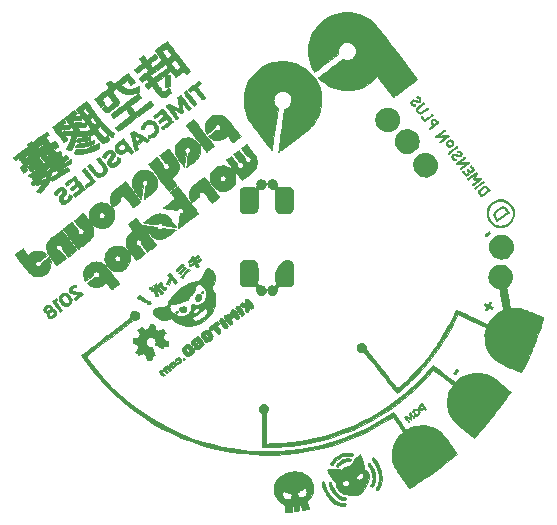
<source format=gbr>
G04 #@! TF.FileFunction,Copper,L2,Bot,Signal*
%FSLAX46Y46*%
G04 Gerber Fmt 4.6, Leading zero omitted, Abs format (unit mm)*
G04 Created by KiCad (PCBNEW 4.0.2+dfsg1-stable) date ma  8. lokakuuta 2018 00.44.36*
%MOMM*%
G01*
G04 APERTURE LIST*
%ADD10C,0.100000*%
%ADD11C,0.010000*%
%ADD12C,2.000000*%
%ADD13C,0.800000*%
%ADD14C,4.000000*%
G04 APERTURE END LIST*
D10*
D11*
G36*
X53638288Y-67236663D02*
X53883783Y-67288964D01*
X54112699Y-67373261D01*
X54321646Y-67487077D01*
X54507234Y-67627940D01*
X54666075Y-67793373D01*
X54794777Y-67980903D01*
X54889951Y-68188054D01*
X54937602Y-68356270D01*
X54966934Y-68590399D01*
X54954533Y-68819363D01*
X54900308Y-69043457D01*
X54804167Y-69262974D01*
X54666019Y-69478211D01*
X54541803Y-69629235D01*
X54499475Y-69681651D01*
X54473576Y-69731899D01*
X54463777Y-69788465D01*
X54469746Y-69859836D01*
X54491152Y-69954497D01*
X54524592Y-70070762D01*
X54558571Y-70187940D01*
X54578689Y-70271684D01*
X54585264Y-70328447D01*
X54578617Y-70364682D01*
X54559068Y-70386843D01*
X54540708Y-70396302D01*
X54499342Y-70407967D01*
X54427950Y-70423214D01*
X54338464Y-70439996D01*
X54242815Y-70456266D01*
X54152936Y-70469975D01*
X54080756Y-70479077D01*
X54043257Y-70481667D01*
X54021474Y-70476595D01*
X54005590Y-70455995D01*
X53992414Y-70411790D01*
X53978757Y-70335903D01*
X53974285Y-70307042D01*
X53959476Y-70222923D01*
X53943564Y-70153536D01*
X53929393Y-70110771D01*
X53925991Y-70105017D01*
X53891828Y-70090552D01*
X53838071Y-70091198D01*
X53783878Y-70105020D01*
X53755101Y-70122271D01*
X53749480Y-70150047D01*
X53750746Y-70209450D01*
X53758514Y-70290399D01*
X53762745Y-70322299D01*
X53773094Y-70405745D01*
X53778540Y-70472275D01*
X53778357Y-70511564D01*
X53776479Y-70517409D01*
X53751361Y-70526030D01*
X53694666Y-70538643D01*
X53616697Y-70553060D01*
X53579943Y-70559149D01*
X53483700Y-70572833D01*
X53422250Y-70576915D01*
X53389197Y-70571563D01*
X53380591Y-70564323D01*
X53370241Y-70531261D01*
X53358930Y-70470715D01*
X53351250Y-70413601D01*
X53336906Y-70310460D01*
X53319470Y-70242901D01*
X53295524Y-70204174D01*
X53261653Y-70187530D01*
X53235702Y-70185333D01*
X53179425Y-70190635D01*
X53144247Y-70210816D01*
X53127710Y-70252291D01*
X53127351Y-70321477D01*
X53140710Y-70424787D01*
X53141632Y-70430574D01*
X53154161Y-70513055D01*
X53162660Y-70577474D01*
X53165910Y-70614133D01*
X53165355Y-70618975D01*
X53140560Y-70625461D01*
X53084134Y-70635820D01*
X53006428Y-70648513D01*
X52917796Y-70661999D01*
X52828591Y-70674736D01*
X52749166Y-70685185D01*
X52689875Y-70691804D01*
X52665715Y-70693333D01*
X52613512Y-70684886D01*
X52581970Y-70666875D01*
X52572635Y-70636675D01*
X52562775Y-70573062D01*
X52553481Y-70484925D01*
X52545844Y-70381153D01*
X52544934Y-70365250D01*
X52537890Y-70258991D01*
X52529520Y-70166134D01*
X52520811Y-70095904D01*
X52512750Y-70057528D01*
X52511788Y-70055334D01*
X52484766Y-70027415D01*
X52432033Y-69988896D01*
X52371607Y-69951962D01*
X52172022Y-69819460D01*
X51997465Y-69662076D01*
X51852072Y-69484967D01*
X51739976Y-69293289D01*
X51700213Y-69186197D01*
X52319491Y-69186197D01*
X52325590Y-69234128D01*
X52365483Y-69358443D01*
X52441846Y-69461937D01*
X52553308Y-69542763D01*
X52556036Y-69544215D01*
X52656445Y-69583156D01*
X52757829Y-69589697D01*
X52857301Y-69570568D01*
X52961004Y-69522088D01*
X53048797Y-69443882D01*
X53112920Y-69345923D01*
X53145615Y-69238186D01*
X53148184Y-69196635D01*
X53147367Y-69116417D01*
X53017633Y-69073959D01*
X53572412Y-69073959D01*
X53590432Y-69141232D01*
X53638114Y-69215452D01*
X53706227Y-69286843D01*
X53785543Y-69345630D01*
X53861999Y-69380643D01*
X53941750Y-69397751D01*
X54017160Y-69395152D01*
X54090847Y-69378445D01*
X54177983Y-69336624D01*
X54263058Y-69266106D01*
X54333816Y-69179283D01*
X54378004Y-69088547D01*
X54378212Y-69087855D01*
X54393643Y-69015602D01*
X54392297Y-68943385D01*
X54381114Y-68878626D01*
X54349604Y-68767401D01*
X54308562Y-68693932D01*
X54255516Y-68654236D01*
X54238405Y-68648688D01*
X54188893Y-68645097D01*
X54131673Y-68660135D01*
X54061014Y-68696698D01*
X53971183Y-68757684D01*
X53871002Y-68834427D01*
X53790393Y-68896492D01*
X53716047Y-68950572D01*
X53657656Y-68989788D01*
X53630542Y-69005135D01*
X53584918Y-69039960D01*
X53572412Y-69073959D01*
X53017633Y-69073959D01*
X52835975Y-69014508D01*
X52724004Y-68979067D01*
X52622517Y-68949170D01*
X52539984Y-68927147D01*
X52484877Y-68915326D01*
X52470420Y-68913966D01*
X52397009Y-68933793D01*
X52346653Y-68987389D01*
X52320448Y-69072332D01*
X52319491Y-69186197D01*
X51700213Y-69186197D01*
X51665311Y-69092200D01*
X51657542Y-69061317D01*
X51635697Y-68926133D01*
X51626800Y-68772496D01*
X51630865Y-68617917D01*
X51647904Y-68479907D01*
X51657068Y-68438239D01*
X51734672Y-68216482D01*
X51850088Y-68005622D01*
X51999198Y-67810714D01*
X52177886Y-67636812D01*
X52382034Y-67488971D01*
X52472668Y-67436780D01*
X52682589Y-67338737D01*
X52892490Y-67271620D01*
X53114071Y-67232618D01*
X53359034Y-67218919D01*
X53379604Y-67218832D01*
X53638288Y-67236663D01*
X53638288Y-67236663D01*
G37*
X53638288Y-67236663D02*
X53883783Y-67288964D01*
X54112699Y-67373261D01*
X54321646Y-67487077D01*
X54507234Y-67627940D01*
X54666075Y-67793373D01*
X54794777Y-67980903D01*
X54889951Y-68188054D01*
X54937602Y-68356270D01*
X54966934Y-68590399D01*
X54954533Y-68819363D01*
X54900308Y-69043457D01*
X54804167Y-69262974D01*
X54666019Y-69478211D01*
X54541803Y-69629235D01*
X54499475Y-69681651D01*
X54473576Y-69731899D01*
X54463777Y-69788465D01*
X54469746Y-69859836D01*
X54491152Y-69954497D01*
X54524592Y-70070762D01*
X54558571Y-70187940D01*
X54578689Y-70271684D01*
X54585264Y-70328447D01*
X54578617Y-70364682D01*
X54559068Y-70386843D01*
X54540708Y-70396302D01*
X54499342Y-70407967D01*
X54427950Y-70423214D01*
X54338464Y-70439996D01*
X54242815Y-70456266D01*
X54152936Y-70469975D01*
X54080756Y-70479077D01*
X54043257Y-70481667D01*
X54021474Y-70476595D01*
X54005590Y-70455995D01*
X53992414Y-70411790D01*
X53978757Y-70335903D01*
X53974285Y-70307042D01*
X53959476Y-70222923D01*
X53943564Y-70153536D01*
X53929393Y-70110771D01*
X53925991Y-70105017D01*
X53891828Y-70090552D01*
X53838071Y-70091198D01*
X53783878Y-70105020D01*
X53755101Y-70122271D01*
X53749480Y-70150047D01*
X53750746Y-70209450D01*
X53758514Y-70290399D01*
X53762745Y-70322299D01*
X53773094Y-70405745D01*
X53778540Y-70472275D01*
X53778357Y-70511564D01*
X53776479Y-70517409D01*
X53751361Y-70526030D01*
X53694666Y-70538643D01*
X53616697Y-70553060D01*
X53579943Y-70559149D01*
X53483700Y-70572833D01*
X53422250Y-70576915D01*
X53389197Y-70571563D01*
X53380591Y-70564323D01*
X53370241Y-70531261D01*
X53358930Y-70470715D01*
X53351250Y-70413601D01*
X53336906Y-70310460D01*
X53319470Y-70242901D01*
X53295524Y-70204174D01*
X53261653Y-70187530D01*
X53235702Y-70185333D01*
X53179425Y-70190635D01*
X53144247Y-70210816D01*
X53127710Y-70252291D01*
X53127351Y-70321477D01*
X53140710Y-70424787D01*
X53141632Y-70430574D01*
X53154161Y-70513055D01*
X53162660Y-70577474D01*
X53165910Y-70614133D01*
X53165355Y-70618975D01*
X53140560Y-70625461D01*
X53084134Y-70635820D01*
X53006428Y-70648513D01*
X52917796Y-70661999D01*
X52828591Y-70674736D01*
X52749166Y-70685185D01*
X52689875Y-70691804D01*
X52665715Y-70693333D01*
X52613512Y-70684886D01*
X52581970Y-70666875D01*
X52572635Y-70636675D01*
X52562775Y-70573062D01*
X52553481Y-70484925D01*
X52545844Y-70381153D01*
X52544934Y-70365250D01*
X52537890Y-70258991D01*
X52529520Y-70166134D01*
X52520811Y-70095904D01*
X52512750Y-70057528D01*
X52511788Y-70055334D01*
X52484766Y-70027415D01*
X52432033Y-69988896D01*
X52371607Y-69951962D01*
X52172022Y-69819460D01*
X51997465Y-69662076D01*
X51852072Y-69484967D01*
X51739976Y-69293289D01*
X51700213Y-69186197D01*
X52319491Y-69186197D01*
X52325590Y-69234128D01*
X52365483Y-69358443D01*
X52441846Y-69461937D01*
X52553308Y-69542763D01*
X52556036Y-69544215D01*
X52656445Y-69583156D01*
X52757829Y-69589697D01*
X52857301Y-69570568D01*
X52961004Y-69522088D01*
X53048797Y-69443882D01*
X53112920Y-69345923D01*
X53145615Y-69238186D01*
X53148184Y-69196635D01*
X53147367Y-69116417D01*
X53017633Y-69073959D01*
X53572412Y-69073959D01*
X53590432Y-69141232D01*
X53638114Y-69215452D01*
X53706227Y-69286843D01*
X53785543Y-69345630D01*
X53861999Y-69380643D01*
X53941750Y-69397751D01*
X54017160Y-69395152D01*
X54090847Y-69378445D01*
X54177983Y-69336624D01*
X54263058Y-69266106D01*
X54333816Y-69179283D01*
X54378004Y-69088547D01*
X54378212Y-69087855D01*
X54393643Y-69015602D01*
X54392297Y-68943385D01*
X54381114Y-68878626D01*
X54349604Y-68767401D01*
X54308562Y-68693932D01*
X54255516Y-68654236D01*
X54238405Y-68648688D01*
X54188893Y-68645097D01*
X54131673Y-68660135D01*
X54061014Y-68696698D01*
X53971183Y-68757684D01*
X53871002Y-68834427D01*
X53790393Y-68896492D01*
X53716047Y-68950572D01*
X53657656Y-68989788D01*
X53630542Y-69005135D01*
X53584918Y-69039960D01*
X53572412Y-69073959D01*
X53017633Y-69073959D01*
X52835975Y-69014508D01*
X52724004Y-68979067D01*
X52622517Y-68949170D01*
X52539984Y-68927147D01*
X52484877Y-68915326D01*
X52470420Y-68913966D01*
X52397009Y-68933793D01*
X52346653Y-68987389D01*
X52320448Y-69072332D01*
X52319491Y-69186197D01*
X51700213Y-69186197D01*
X51665311Y-69092200D01*
X51657542Y-69061317D01*
X51635697Y-68926133D01*
X51626800Y-68772496D01*
X51630865Y-68617917D01*
X51647904Y-68479907D01*
X51657068Y-68438239D01*
X51734672Y-68216482D01*
X51850088Y-68005622D01*
X51999198Y-67810714D01*
X52177886Y-67636812D01*
X52382034Y-67488971D01*
X52472668Y-67436780D01*
X52682589Y-67338737D01*
X52892490Y-67271620D01*
X53114071Y-67232618D01*
X53359034Y-67218919D01*
X53379604Y-67218832D01*
X53638288Y-67236663D01*
G36*
X55845413Y-68088650D02*
X55858065Y-68100093D01*
X55874703Y-68131708D01*
X55900700Y-68194524D01*
X55932492Y-68279429D01*
X55966368Y-68376881D01*
X56079262Y-68673894D01*
X56208957Y-68943560D01*
X56353664Y-69183961D01*
X56511594Y-69393179D01*
X56680956Y-69569293D01*
X56859960Y-69710386D01*
X57046819Y-69814539D01*
X57239742Y-69879832D01*
X57388884Y-69902254D01*
X57494479Y-69910617D01*
X57566694Y-69919627D01*
X57614461Y-69931290D01*
X57646713Y-69947613D01*
X57666603Y-69964627D01*
X57696908Y-70020188D01*
X57687405Y-70080825D01*
X57657500Y-70121833D01*
X57599356Y-70151660D01*
X57504187Y-70162356D01*
X57372753Y-70153881D01*
X57287083Y-70141339D01*
X57089366Y-70090745D01*
X56887468Y-70006980D01*
X56779287Y-69948469D01*
X56667212Y-69871080D01*
X56543040Y-69766430D01*
X56416103Y-69643767D01*
X56295734Y-69512336D01*
X56191266Y-69381385D01*
X56155522Y-69330465D01*
X56083356Y-69214329D01*
X56008302Y-69078628D01*
X55933469Y-68930537D01*
X55861965Y-68777232D01*
X55796899Y-68625888D01*
X55741381Y-68483678D01*
X55698519Y-68357779D01*
X55671422Y-68255365D01*
X55663153Y-68194153D01*
X55670979Y-68137906D01*
X55688391Y-68101150D01*
X55733516Y-68074981D01*
X55793005Y-68070770D01*
X55845413Y-68088650D01*
X55845413Y-68088650D01*
G37*
X55845413Y-68088650D02*
X55858065Y-68100093D01*
X55874703Y-68131708D01*
X55900700Y-68194524D01*
X55932492Y-68279429D01*
X55966368Y-68376881D01*
X56079262Y-68673894D01*
X56208957Y-68943560D01*
X56353664Y-69183961D01*
X56511594Y-69393179D01*
X56680956Y-69569293D01*
X56859960Y-69710386D01*
X57046819Y-69814539D01*
X57239742Y-69879832D01*
X57388884Y-69902254D01*
X57494479Y-69910617D01*
X57566694Y-69919627D01*
X57614461Y-69931290D01*
X57646713Y-69947613D01*
X57666603Y-69964627D01*
X57696908Y-70020188D01*
X57687405Y-70080825D01*
X57657500Y-70121833D01*
X57599356Y-70151660D01*
X57504187Y-70162356D01*
X57372753Y-70153881D01*
X57287083Y-70141339D01*
X57089366Y-70090745D01*
X56887468Y-70006980D01*
X56779287Y-69948469D01*
X56667212Y-69871080D01*
X56543040Y-69766430D01*
X56416103Y-69643767D01*
X56295734Y-69512336D01*
X56191266Y-69381385D01*
X56155522Y-69330465D01*
X56083356Y-69214329D01*
X56008302Y-69078628D01*
X55933469Y-68930537D01*
X55861965Y-68777232D01*
X55796899Y-68625888D01*
X55741381Y-68483678D01*
X55698519Y-68357779D01*
X55671422Y-68255365D01*
X55663153Y-68194153D01*
X55670979Y-68137906D01*
X55688391Y-68101150D01*
X55733516Y-68074981D01*
X55793005Y-68070770D01*
X55845413Y-68088650D01*
G36*
X56424438Y-68142837D02*
X56451251Y-68164219D01*
X56469740Y-68196301D01*
X56499134Y-68258253D01*
X56535046Y-68340471D01*
X56565227Y-68413661D01*
X56677775Y-68657483D01*
X56805824Y-68869263D01*
X56947577Y-69047203D01*
X57101239Y-69189505D01*
X57265011Y-69294371D01*
X57437098Y-69360003D01*
X57528940Y-69377985D01*
X57616460Y-69394111D01*
X57672531Y-69416625D01*
X57703565Y-69443852D01*
X57734749Y-69489897D01*
X57735982Y-69525740D01*
X57705754Y-69567099D01*
X57690212Y-69583045D01*
X57654170Y-69612975D01*
X57614315Y-69628279D01*
X57560576Y-69629706D01*
X57482883Y-69618002D01*
X57414083Y-69603558D01*
X57212362Y-69539202D01*
X57025052Y-69437920D01*
X56850490Y-69298462D01*
X56687015Y-69119577D01*
X56584068Y-68978833D01*
X56524309Y-68882443D01*
X56462749Y-68769712D01*
X56403185Y-68649175D01*
X56349415Y-68529369D01*
X56305234Y-68418830D01*
X56274441Y-68326095D01*
X56260832Y-68259700D01*
X56260500Y-68251381D01*
X56277043Y-68194433D01*
X56318277Y-68153523D01*
X56371607Y-68134406D01*
X56424438Y-68142837D01*
X56424438Y-68142837D01*
G37*
X56424438Y-68142837D02*
X56451251Y-68164219D01*
X56469740Y-68196301D01*
X56499134Y-68258253D01*
X56535046Y-68340471D01*
X56565227Y-68413661D01*
X56677775Y-68657483D01*
X56805824Y-68869263D01*
X56947577Y-69047203D01*
X57101239Y-69189505D01*
X57265011Y-69294371D01*
X57437098Y-69360003D01*
X57528940Y-69377985D01*
X57616460Y-69394111D01*
X57672531Y-69416625D01*
X57703565Y-69443852D01*
X57734749Y-69489897D01*
X57735982Y-69525740D01*
X57705754Y-69567099D01*
X57690212Y-69583045D01*
X57654170Y-69612975D01*
X57614315Y-69628279D01*
X57560576Y-69629706D01*
X57482883Y-69618002D01*
X57414083Y-69603558D01*
X57212362Y-69539202D01*
X57025052Y-69437920D01*
X56850490Y-69298462D01*
X56687015Y-69119577D01*
X56584068Y-68978833D01*
X56524309Y-68882443D01*
X56462749Y-68769712D01*
X56403185Y-68649175D01*
X56349415Y-68529369D01*
X56305234Y-68418830D01*
X56274441Y-68326095D01*
X56260832Y-68259700D01*
X56260500Y-68251381D01*
X56277043Y-68194433D01*
X56318277Y-68153523D01*
X56371607Y-68134406D01*
X56424438Y-68142837D01*
G36*
X58912463Y-65800991D02*
X58928910Y-65815467D01*
X58973507Y-65873773D01*
X59021103Y-65968403D01*
X59069847Y-66093623D01*
X59117888Y-66243703D01*
X59163374Y-66412910D01*
X59204454Y-66595513D01*
X59236188Y-66766917D01*
X59271323Y-66978583D01*
X59381263Y-67077343D01*
X59504617Y-67215869D01*
X59594189Y-67377415D01*
X59648176Y-67557261D01*
X59664774Y-67750687D01*
X59662071Y-67812336D01*
X59627132Y-68019840D01*
X59553253Y-68235811D01*
X59442039Y-68456548D01*
X59295098Y-68678352D01*
X59273920Y-68706463D01*
X59210600Y-68784220D01*
X59134714Y-68869553D01*
X59053098Y-68955638D01*
X58972585Y-69035648D01*
X58900010Y-69102760D01*
X58842207Y-69150148D01*
X58809996Y-69169746D01*
X58770673Y-69178402D01*
X58699220Y-69188617D01*
X58605768Y-69199444D01*
X58500448Y-69209935D01*
X58393388Y-69219141D01*
X58294719Y-69226113D01*
X58214571Y-69229904D01*
X58167718Y-69229873D01*
X58119580Y-69226339D01*
X58044934Y-69219834D01*
X57959382Y-69211723D01*
X57953833Y-69211174D01*
X57702827Y-69169818D01*
X57481235Y-69098282D01*
X57288506Y-68996292D01*
X57124088Y-68863570D01*
X57017538Y-68741727D01*
X56946150Y-68621388D01*
X56891216Y-68478700D01*
X56858994Y-68332405D01*
X56853167Y-68249634D01*
X56852686Y-68241821D01*
X57368977Y-68241821D01*
X57369052Y-68311660D01*
X57406707Y-68365609D01*
X57449042Y-68392206D01*
X57576597Y-68439494D01*
X57700583Y-68457563D01*
X57811848Y-68445952D01*
X57886815Y-68414189D01*
X57934055Y-68365889D01*
X57976507Y-68291508D01*
X58006602Y-68207208D01*
X58016868Y-68136423D01*
X58012402Y-68090881D01*
X57991214Y-68060708D01*
X57942774Y-68032881D01*
X57927375Y-68025763D01*
X57807637Y-67989979D01*
X57686880Y-67986696D01*
X57574051Y-68013725D01*
X57478101Y-68068873D01*
X57407978Y-68149949D01*
X57405998Y-68153413D01*
X57368977Y-68241821D01*
X56852686Y-68241821D01*
X56848521Y-68174181D01*
X56831718Y-68125862D01*
X56808187Y-68098405D01*
X56732783Y-68021878D01*
X56646662Y-67919876D01*
X56554804Y-67799857D01*
X56528924Y-67763367D01*
X58592777Y-67763367D01*
X58606842Y-67813840D01*
X58653377Y-67853389D01*
X58718043Y-67883392D01*
X58834446Y-67912700D01*
X58936273Y-67902456D01*
X59023137Y-67852723D01*
X59046429Y-67829886D01*
X59090715Y-67768451D01*
X59134989Y-67685998D01*
X59172632Y-67597530D01*
X59197022Y-67518053D01*
X59202667Y-67475749D01*
X59183730Y-67431450D01*
X59133579Y-67398295D01*
X59062201Y-67377705D01*
X58979581Y-67371101D01*
X58895708Y-67379904D01*
X58820568Y-67405534D01*
X58798842Y-67418295D01*
X58706796Y-67503484D01*
X58635296Y-67616692D01*
X58605900Y-67693002D01*
X58592777Y-67763367D01*
X56528924Y-67763367D01*
X56462190Y-67669276D01*
X56373801Y-67535589D01*
X56294618Y-67406254D01*
X56229620Y-67288727D01*
X56183790Y-67190463D01*
X56165599Y-67136407D01*
X56169655Y-67079252D01*
X56211217Y-67034710D01*
X56287302Y-67003033D01*
X56394928Y-66984472D01*
X56531113Y-66979278D01*
X56692874Y-66987702D01*
X56877229Y-67009994D01*
X57081196Y-67046407D01*
X57125080Y-67055622D01*
X57322910Y-67098189D01*
X57426928Y-67010479D01*
X57512537Y-66948667D01*
X57621877Y-66884584D01*
X57742722Y-66824027D01*
X57862847Y-66772792D01*
X57970025Y-66736673D01*
X58032888Y-66723207D01*
X58089784Y-66714459D01*
X58127961Y-66700849D01*
X58157893Y-66673798D01*
X58190053Y-66624729D01*
X58221867Y-66568440D01*
X58325825Y-66391695D01*
X58431997Y-66229060D01*
X58536591Y-66085421D01*
X58635812Y-65965666D01*
X58725868Y-65874679D01*
X58802966Y-65817347D01*
X58806521Y-65815393D01*
X58856267Y-65790280D01*
X58885902Y-65785476D01*
X58912463Y-65800991D01*
X58912463Y-65800991D01*
G37*
X58912463Y-65800991D02*
X58928910Y-65815467D01*
X58973507Y-65873773D01*
X59021103Y-65968403D01*
X59069847Y-66093623D01*
X59117888Y-66243703D01*
X59163374Y-66412910D01*
X59204454Y-66595513D01*
X59236188Y-66766917D01*
X59271323Y-66978583D01*
X59381263Y-67077343D01*
X59504617Y-67215869D01*
X59594189Y-67377415D01*
X59648176Y-67557261D01*
X59664774Y-67750687D01*
X59662071Y-67812336D01*
X59627132Y-68019840D01*
X59553253Y-68235811D01*
X59442039Y-68456548D01*
X59295098Y-68678352D01*
X59273920Y-68706463D01*
X59210600Y-68784220D01*
X59134714Y-68869553D01*
X59053098Y-68955638D01*
X58972585Y-69035648D01*
X58900010Y-69102760D01*
X58842207Y-69150148D01*
X58809996Y-69169746D01*
X58770673Y-69178402D01*
X58699220Y-69188617D01*
X58605768Y-69199444D01*
X58500448Y-69209935D01*
X58393388Y-69219141D01*
X58294719Y-69226113D01*
X58214571Y-69229904D01*
X58167718Y-69229873D01*
X58119580Y-69226339D01*
X58044934Y-69219834D01*
X57959382Y-69211723D01*
X57953833Y-69211174D01*
X57702827Y-69169818D01*
X57481235Y-69098282D01*
X57288506Y-68996292D01*
X57124088Y-68863570D01*
X57017538Y-68741727D01*
X56946150Y-68621388D01*
X56891216Y-68478700D01*
X56858994Y-68332405D01*
X56853167Y-68249634D01*
X56852686Y-68241821D01*
X57368977Y-68241821D01*
X57369052Y-68311660D01*
X57406707Y-68365609D01*
X57449042Y-68392206D01*
X57576597Y-68439494D01*
X57700583Y-68457563D01*
X57811848Y-68445952D01*
X57886815Y-68414189D01*
X57934055Y-68365889D01*
X57976507Y-68291508D01*
X58006602Y-68207208D01*
X58016868Y-68136423D01*
X58012402Y-68090881D01*
X57991214Y-68060708D01*
X57942774Y-68032881D01*
X57927375Y-68025763D01*
X57807637Y-67989979D01*
X57686880Y-67986696D01*
X57574051Y-68013725D01*
X57478101Y-68068873D01*
X57407978Y-68149949D01*
X57405998Y-68153413D01*
X57368977Y-68241821D01*
X56852686Y-68241821D01*
X56848521Y-68174181D01*
X56831718Y-68125862D01*
X56808187Y-68098405D01*
X56732783Y-68021878D01*
X56646662Y-67919876D01*
X56554804Y-67799857D01*
X56528924Y-67763367D01*
X58592777Y-67763367D01*
X58606842Y-67813840D01*
X58653377Y-67853389D01*
X58718043Y-67883392D01*
X58834446Y-67912700D01*
X58936273Y-67902456D01*
X59023137Y-67852723D01*
X59046429Y-67829886D01*
X59090715Y-67768451D01*
X59134989Y-67685998D01*
X59172632Y-67597530D01*
X59197022Y-67518053D01*
X59202667Y-67475749D01*
X59183730Y-67431450D01*
X59133579Y-67398295D01*
X59062201Y-67377705D01*
X58979581Y-67371101D01*
X58895708Y-67379904D01*
X58820568Y-67405534D01*
X58798842Y-67418295D01*
X58706796Y-67503484D01*
X58635296Y-67616692D01*
X58605900Y-67693002D01*
X58592777Y-67763367D01*
X56528924Y-67763367D01*
X56462190Y-67669276D01*
X56373801Y-67535589D01*
X56294618Y-67406254D01*
X56229620Y-67288727D01*
X56183790Y-67190463D01*
X56165599Y-67136407D01*
X56169655Y-67079252D01*
X56211217Y-67034710D01*
X56287302Y-67003033D01*
X56394928Y-66984472D01*
X56531113Y-66979278D01*
X56692874Y-66987702D01*
X56877229Y-67009994D01*
X57081196Y-67046407D01*
X57125080Y-67055622D01*
X57322910Y-67098189D01*
X57426928Y-67010479D01*
X57512537Y-66948667D01*
X57621877Y-66884584D01*
X57742722Y-66824027D01*
X57862847Y-66772792D01*
X57970025Y-66736673D01*
X58032888Y-66723207D01*
X58089784Y-66714459D01*
X58127961Y-66700849D01*
X58157893Y-66673798D01*
X58190053Y-66624729D01*
X58221867Y-66568440D01*
X58325825Y-66391695D01*
X58431997Y-66229060D01*
X58536591Y-66085421D01*
X58635812Y-65965666D01*
X58725868Y-65874679D01*
X58802966Y-65817347D01*
X58806521Y-65815393D01*
X58856267Y-65790280D01*
X58885902Y-65785476D01*
X58912463Y-65800991D01*
G36*
X60042908Y-66031989D02*
X60103415Y-66074475D01*
X60173107Y-66152012D01*
X60253313Y-66265975D01*
X60345360Y-66417738D01*
X60404629Y-66523500D01*
X60554211Y-66827313D01*
X60666497Y-67123536D01*
X60741236Y-67410511D01*
X60778177Y-67686583D01*
X60777069Y-67950096D01*
X60737661Y-68199392D01*
X60684573Y-68371427D01*
X60656199Y-68434994D01*
X60615372Y-68512312D01*
X60567400Y-68594931D01*
X60517591Y-68674402D01*
X60471253Y-68742275D01*
X60433694Y-68790101D01*
X60410223Y-68809431D01*
X60409366Y-68809500D01*
X60374685Y-68816413D01*
X60363113Y-68820379D01*
X60325667Y-68817558D01*
X60289936Y-68799859D01*
X60245473Y-68754802D01*
X60235155Y-68701600D01*
X60259049Y-68633951D01*
X60292300Y-68580206D01*
X60403943Y-68395068D01*
X60479346Y-68212845D01*
X60522114Y-68022155D01*
X60535853Y-67811613D01*
X60535854Y-67811237D01*
X60517271Y-67548483D01*
X60462045Y-67281312D01*
X60431362Y-67179667D01*
X60387847Y-67064382D01*
X60326814Y-66925399D01*
X60254088Y-66774337D01*
X60175494Y-66622813D01*
X60096855Y-66482448D01*
X60023998Y-66364858D01*
X60019483Y-66358104D01*
X59955464Y-66257358D01*
X59917794Y-66182002D01*
X59904915Y-66125596D01*
X59915270Y-66081697D01*
X59944141Y-66046670D01*
X59990260Y-66023179D01*
X60042908Y-66031989D01*
X60042908Y-66031989D01*
G37*
X60042908Y-66031989D02*
X60103415Y-66074475D01*
X60173107Y-66152012D01*
X60253313Y-66265975D01*
X60345360Y-66417738D01*
X60404629Y-66523500D01*
X60554211Y-66827313D01*
X60666497Y-67123536D01*
X60741236Y-67410511D01*
X60778177Y-67686583D01*
X60777069Y-67950096D01*
X60737661Y-68199392D01*
X60684573Y-68371427D01*
X60656199Y-68434994D01*
X60615372Y-68512312D01*
X60567400Y-68594931D01*
X60517591Y-68674402D01*
X60471253Y-68742275D01*
X60433694Y-68790101D01*
X60410223Y-68809431D01*
X60409366Y-68809500D01*
X60374685Y-68816413D01*
X60363113Y-68820379D01*
X60325667Y-68817558D01*
X60289936Y-68799859D01*
X60245473Y-68754802D01*
X60235155Y-68701600D01*
X60259049Y-68633951D01*
X60292300Y-68580206D01*
X60403943Y-68395068D01*
X60479346Y-68212845D01*
X60522114Y-68022155D01*
X60535853Y-67811613D01*
X60535854Y-67811237D01*
X60517271Y-67548483D01*
X60462045Y-67281312D01*
X60431362Y-67179667D01*
X60387847Y-67064382D01*
X60326814Y-66925399D01*
X60254088Y-66774337D01*
X60175494Y-66622813D01*
X60096855Y-66482448D01*
X60023998Y-66364858D01*
X60019483Y-66358104D01*
X59955464Y-66257358D01*
X59917794Y-66182002D01*
X59904915Y-66125596D01*
X59915270Y-66081697D01*
X59944141Y-66046670D01*
X59990260Y-66023179D01*
X60042908Y-66031989D01*
G36*
X39914056Y-53651264D02*
X40027240Y-53695733D01*
X40110333Y-53760000D01*
X40184588Y-53859944D01*
X40222277Y-53968350D01*
X40226444Y-54078734D01*
X40200130Y-54184610D01*
X40146376Y-54279494D01*
X40068225Y-54356901D01*
X39968717Y-54410344D01*
X39850896Y-54433341D01*
X39795026Y-54432225D01*
X39677607Y-54422488D01*
X37740262Y-55903045D01*
X37487047Y-56096624D01*
X37242804Y-56283478D01*
X37009691Y-56461948D01*
X36789863Y-56630378D01*
X36585480Y-56787109D01*
X36398697Y-56930485D01*
X36231674Y-57058848D01*
X36086566Y-57170540D01*
X35965532Y-57263905D01*
X35870729Y-57337284D01*
X35804314Y-57389020D01*
X35768446Y-57417456D01*
X35762901Y-57422154D01*
X35745866Y-57441018D01*
X35740262Y-57460789D01*
X35749050Y-57489136D01*
X35775191Y-57533728D01*
X35821647Y-57602235D01*
X35845891Y-57637062D01*
X36135904Y-58036763D01*
X36456589Y-58449333D01*
X36801542Y-58867208D01*
X37164359Y-59282823D01*
X37538638Y-59688615D01*
X37876992Y-60036175D01*
X38525820Y-60655668D01*
X39198049Y-61239910D01*
X39893593Y-61788839D01*
X40612367Y-62302397D01*
X41354287Y-62780525D01*
X42119269Y-63223164D01*
X42907227Y-63630254D01*
X43243407Y-63789879D01*
X44028754Y-64132521D01*
X44820711Y-64436203D01*
X45622054Y-64701656D01*
X46435562Y-64929613D01*
X47264013Y-65120807D01*
X48110186Y-65275971D01*
X48976858Y-65395837D01*
X49561250Y-65455951D01*
X49717523Y-65467458D01*
X49908954Y-65477575D01*
X50128387Y-65486211D01*
X50368667Y-65493275D01*
X50622638Y-65498676D01*
X50883144Y-65502324D01*
X51143031Y-65504128D01*
X51395142Y-65503997D01*
X51632321Y-65501840D01*
X51847414Y-65497567D01*
X52033265Y-65491086D01*
X52093713Y-65488082D01*
X52985989Y-65418351D01*
X53869556Y-65307509D01*
X54743513Y-65155744D01*
X55606965Y-64963247D01*
X56459010Y-64730209D01*
X57298753Y-64456818D01*
X57752750Y-64290198D01*
X58537307Y-63969508D01*
X59310357Y-63611636D01*
X60066126Y-63219547D01*
X60798837Y-62796204D01*
X61368417Y-62434440D01*
X61471675Y-62367177D01*
X61564271Y-62308992D01*
X61639889Y-62263684D01*
X61692212Y-62235053D01*
X61713767Y-62226667D01*
X61758514Y-62236319D01*
X61784326Y-62247473D01*
X61804460Y-62269045D01*
X61845535Y-62321838D01*
X61904787Y-62402000D01*
X61979450Y-62505676D01*
X62066758Y-62629016D01*
X62163948Y-62768167D01*
X62268254Y-62919275D01*
X62304669Y-62972431D01*
X62409506Y-63125740D01*
X62506700Y-63267837D01*
X62593698Y-63394996D01*
X62667951Y-63503489D01*
X62726907Y-63589589D01*
X62768016Y-63649570D01*
X62788726Y-63679704D01*
X62790706Y-63682541D01*
X62810041Y-63676034D01*
X62857614Y-63653522D01*
X62924518Y-63619303D01*
X62951597Y-63604957D01*
X63217683Y-63484235D01*
X63502531Y-63394343D01*
X63796756Y-63337130D01*
X64090974Y-63314446D01*
X64363389Y-63326726D01*
X64681677Y-63378687D01*
X64974057Y-63462234D01*
X65245031Y-63579502D01*
X65499098Y-63732624D01*
X65740758Y-63923731D01*
X65860584Y-64036417D01*
X65923292Y-64099834D01*
X65982620Y-64163021D01*
X66041891Y-64230236D01*
X66104430Y-64305735D01*
X66173562Y-64393776D01*
X66252610Y-64498617D01*
X66344898Y-64624514D01*
X66453752Y-64775726D01*
X66582495Y-64956510D01*
X66617031Y-65005208D01*
X67138656Y-65741167D01*
X66890703Y-65938593D01*
X66728379Y-66066964D01*
X66548584Y-66207619D01*
X66356925Y-66356288D01*
X66159006Y-66508699D01*
X65960432Y-66660578D01*
X65766810Y-66807654D01*
X65583743Y-66945654D01*
X65416837Y-67070308D01*
X65271699Y-67177341D01*
X65153931Y-67262483D01*
X65150500Y-67264925D01*
X65065590Y-67324432D01*
X64957290Y-67398957D01*
X64829341Y-67486029D01*
X64685483Y-67583177D01*
X64529455Y-67687929D01*
X64364998Y-67797815D01*
X64195852Y-67910364D01*
X64025757Y-68023104D01*
X63858454Y-68133564D01*
X63697681Y-68239274D01*
X63547181Y-68337762D01*
X63410691Y-68426556D01*
X63291953Y-68503187D01*
X63194708Y-68565182D01*
X63122693Y-68610071D01*
X63079651Y-68635382D01*
X63069017Y-68640167D01*
X63056039Y-68623509D01*
X63021177Y-68575960D01*
X62967042Y-68501154D01*
X62896245Y-68402724D01*
X62811398Y-68284305D01*
X62715113Y-68149531D01*
X62610002Y-68002036D01*
X62567275Y-67941983D01*
X62415259Y-67727604D01*
X62286030Y-67543743D01*
X62177320Y-67386793D01*
X62086860Y-67253148D01*
X62012385Y-67139202D01*
X61951625Y-67041349D01*
X61902313Y-66955983D01*
X61862182Y-66879498D01*
X61828963Y-66808288D01*
X61800390Y-66738746D01*
X61785348Y-66698572D01*
X61718112Y-66496307D01*
X61672033Y-66311972D01*
X61644110Y-66128733D01*
X61631346Y-65929756D01*
X61629727Y-65825000D01*
X61639147Y-65657842D01*
X62472085Y-65657842D01*
X62500270Y-65890680D01*
X62565378Y-66116539D01*
X62664758Y-66330437D01*
X62795756Y-66527394D01*
X62955722Y-66702427D01*
X63142001Y-66850556D01*
X63289661Y-66937111D01*
X63370949Y-66973299D01*
X63472808Y-67011664D01*
X63578609Y-67046550D01*
X63671721Y-67072302D01*
X63711167Y-67080467D01*
X63799731Y-67089118D01*
X63914121Y-67091973D01*
X64039245Y-67089483D01*
X64160007Y-67082102D01*
X64261316Y-67070284D01*
X64300282Y-67062777D01*
X64534938Y-66986855D01*
X64749222Y-66876712D01*
X64940580Y-66736219D01*
X65106459Y-66569248D01*
X65244309Y-66379671D01*
X65351576Y-66171360D01*
X65425708Y-65948186D01*
X65464153Y-65714021D01*
X65464359Y-65472738D01*
X65445068Y-65326179D01*
X65382735Y-65098741D01*
X65283058Y-64882396D01*
X65150460Y-64682950D01*
X64989368Y-64506208D01*
X64804204Y-64357979D01*
X64631917Y-64259084D01*
X64450038Y-64183190D01*
X64275296Y-64136039D01*
X64090133Y-64113674D01*
X63972492Y-64110500D01*
X63721196Y-64130451D01*
X63484245Y-64188528D01*
X63264664Y-64282062D01*
X63065480Y-64408385D01*
X62889719Y-64564831D01*
X62740408Y-64748732D01*
X62620571Y-64957420D01*
X62533236Y-65188228D01*
X62483476Y-65423007D01*
X62472085Y-65657842D01*
X61639147Y-65657842D01*
X61648419Y-65493314D01*
X61706484Y-65176747D01*
X61803576Y-64876148D01*
X61939344Y-64592365D01*
X62113441Y-64326248D01*
X62325517Y-64078646D01*
X62361920Y-64041827D01*
X62548400Y-63856738D01*
X62113466Y-63223078D01*
X61678533Y-62589418D01*
X61430141Y-62753671D01*
X61056659Y-62991717D01*
X60651602Y-63233600D01*
X60224743Y-63474065D01*
X59785851Y-63707858D01*
X59344700Y-63929725D01*
X58911060Y-64134412D01*
X58631167Y-64258645D01*
X57801400Y-64593860D01*
X56959100Y-64888871D01*
X56105543Y-65143490D01*
X55242004Y-65357533D01*
X54369756Y-65530812D01*
X53490074Y-65663141D01*
X52604234Y-65754334D01*
X51713509Y-65804205D01*
X50819175Y-65812568D01*
X49922506Y-65779235D01*
X49024777Y-65704022D01*
X48862750Y-65685973D01*
X47986911Y-65563538D01*
X47120297Y-65400213D01*
X46264234Y-65196698D01*
X45420050Y-64953694D01*
X44589071Y-64671900D01*
X43772624Y-64352016D01*
X42972038Y-63994744D01*
X42188639Y-63600782D01*
X41423754Y-63170832D01*
X40678711Y-62705593D01*
X39954836Y-62205766D01*
X39253456Y-61672050D01*
X38575900Y-61105147D01*
X37923494Y-60505755D01*
X37297564Y-59874576D01*
X36789925Y-59316568D01*
X36511716Y-58990293D01*
X36232551Y-58647599D01*
X35960808Y-58299231D01*
X35704863Y-57955933D01*
X35473092Y-57628450D01*
X35467829Y-57620777D01*
X35306809Y-57385805D01*
X35501946Y-57237652D01*
X35544906Y-57204933D01*
X35619043Y-57148347D01*
X35721921Y-57069758D01*
X35851101Y-56971030D01*
X36004146Y-56854028D01*
X36178618Y-56720615D01*
X36372079Y-56572655D01*
X36582092Y-56412014D01*
X36806219Y-56240555D01*
X37042022Y-56060143D01*
X37287063Y-55872641D01*
X37538906Y-55679914D01*
X37570333Y-55655862D01*
X39443583Y-54222225D01*
X39436633Y-54101520D01*
X39438994Y-54066763D01*
X39636917Y-54066763D01*
X39665391Y-54146628D01*
X39726018Y-54208737D01*
X39771667Y-54231817D01*
X39809737Y-54242830D01*
X39844193Y-54240503D01*
X39894021Y-54222759D01*
X39908226Y-54216875D01*
X39981218Y-54167155D01*
X40020844Y-54098639D01*
X40025449Y-54020575D01*
X39993376Y-53942215D01*
X39963795Y-53906538D01*
X39888841Y-53856389D01*
X39809333Y-53843535D01*
X39734739Y-53865814D01*
X39674528Y-53921060D01*
X39645651Y-53979267D01*
X39636917Y-54066763D01*
X39438994Y-54066763D01*
X39446210Y-53960567D01*
X39491387Y-53839439D01*
X39570952Y-53741356D01*
X39572496Y-53739993D01*
X39678328Y-53673083D01*
X39794966Y-53643611D01*
X39914056Y-53651264D01*
X39914056Y-53651264D01*
G37*
X39914056Y-53651264D02*
X40027240Y-53695733D01*
X40110333Y-53760000D01*
X40184588Y-53859944D01*
X40222277Y-53968350D01*
X40226444Y-54078734D01*
X40200130Y-54184610D01*
X40146376Y-54279494D01*
X40068225Y-54356901D01*
X39968717Y-54410344D01*
X39850896Y-54433341D01*
X39795026Y-54432225D01*
X39677607Y-54422488D01*
X37740262Y-55903045D01*
X37487047Y-56096624D01*
X37242804Y-56283478D01*
X37009691Y-56461948D01*
X36789863Y-56630378D01*
X36585480Y-56787109D01*
X36398697Y-56930485D01*
X36231674Y-57058848D01*
X36086566Y-57170540D01*
X35965532Y-57263905D01*
X35870729Y-57337284D01*
X35804314Y-57389020D01*
X35768446Y-57417456D01*
X35762901Y-57422154D01*
X35745866Y-57441018D01*
X35740262Y-57460789D01*
X35749050Y-57489136D01*
X35775191Y-57533728D01*
X35821647Y-57602235D01*
X35845891Y-57637062D01*
X36135904Y-58036763D01*
X36456589Y-58449333D01*
X36801542Y-58867208D01*
X37164359Y-59282823D01*
X37538638Y-59688615D01*
X37876992Y-60036175D01*
X38525820Y-60655668D01*
X39198049Y-61239910D01*
X39893593Y-61788839D01*
X40612367Y-62302397D01*
X41354287Y-62780525D01*
X42119269Y-63223164D01*
X42907227Y-63630254D01*
X43243407Y-63789879D01*
X44028754Y-64132521D01*
X44820711Y-64436203D01*
X45622054Y-64701656D01*
X46435562Y-64929613D01*
X47264013Y-65120807D01*
X48110186Y-65275971D01*
X48976858Y-65395837D01*
X49561250Y-65455951D01*
X49717523Y-65467458D01*
X49908954Y-65477575D01*
X50128387Y-65486211D01*
X50368667Y-65493275D01*
X50622638Y-65498676D01*
X50883144Y-65502324D01*
X51143031Y-65504128D01*
X51395142Y-65503997D01*
X51632321Y-65501840D01*
X51847414Y-65497567D01*
X52033265Y-65491086D01*
X52093713Y-65488082D01*
X52985989Y-65418351D01*
X53869556Y-65307509D01*
X54743513Y-65155744D01*
X55606965Y-64963247D01*
X56459010Y-64730209D01*
X57298753Y-64456818D01*
X57752750Y-64290198D01*
X58537307Y-63969508D01*
X59310357Y-63611636D01*
X60066126Y-63219547D01*
X60798837Y-62796204D01*
X61368417Y-62434440D01*
X61471675Y-62367177D01*
X61564271Y-62308992D01*
X61639889Y-62263684D01*
X61692212Y-62235053D01*
X61713767Y-62226667D01*
X61758514Y-62236319D01*
X61784326Y-62247473D01*
X61804460Y-62269045D01*
X61845535Y-62321838D01*
X61904787Y-62402000D01*
X61979450Y-62505676D01*
X62066758Y-62629016D01*
X62163948Y-62768167D01*
X62268254Y-62919275D01*
X62304669Y-62972431D01*
X62409506Y-63125740D01*
X62506700Y-63267837D01*
X62593698Y-63394996D01*
X62667951Y-63503489D01*
X62726907Y-63589589D01*
X62768016Y-63649570D01*
X62788726Y-63679704D01*
X62790706Y-63682541D01*
X62810041Y-63676034D01*
X62857614Y-63653522D01*
X62924518Y-63619303D01*
X62951597Y-63604957D01*
X63217683Y-63484235D01*
X63502531Y-63394343D01*
X63796756Y-63337130D01*
X64090974Y-63314446D01*
X64363389Y-63326726D01*
X64681677Y-63378687D01*
X64974057Y-63462234D01*
X65245031Y-63579502D01*
X65499098Y-63732624D01*
X65740758Y-63923731D01*
X65860584Y-64036417D01*
X65923292Y-64099834D01*
X65982620Y-64163021D01*
X66041891Y-64230236D01*
X66104430Y-64305735D01*
X66173562Y-64393776D01*
X66252610Y-64498617D01*
X66344898Y-64624514D01*
X66453752Y-64775726D01*
X66582495Y-64956510D01*
X66617031Y-65005208D01*
X67138656Y-65741167D01*
X66890703Y-65938593D01*
X66728379Y-66066964D01*
X66548584Y-66207619D01*
X66356925Y-66356288D01*
X66159006Y-66508699D01*
X65960432Y-66660578D01*
X65766810Y-66807654D01*
X65583743Y-66945654D01*
X65416837Y-67070308D01*
X65271699Y-67177341D01*
X65153931Y-67262483D01*
X65150500Y-67264925D01*
X65065590Y-67324432D01*
X64957290Y-67398957D01*
X64829341Y-67486029D01*
X64685483Y-67583177D01*
X64529455Y-67687929D01*
X64364998Y-67797815D01*
X64195852Y-67910364D01*
X64025757Y-68023104D01*
X63858454Y-68133564D01*
X63697681Y-68239274D01*
X63547181Y-68337762D01*
X63410691Y-68426556D01*
X63291953Y-68503187D01*
X63194708Y-68565182D01*
X63122693Y-68610071D01*
X63079651Y-68635382D01*
X63069017Y-68640167D01*
X63056039Y-68623509D01*
X63021177Y-68575960D01*
X62967042Y-68501154D01*
X62896245Y-68402724D01*
X62811398Y-68284305D01*
X62715113Y-68149531D01*
X62610002Y-68002036D01*
X62567275Y-67941983D01*
X62415259Y-67727604D01*
X62286030Y-67543743D01*
X62177320Y-67386793D01*
X62086860Y-67253148D01*
X62012385Y-67139202D01*
X61951625Y-67041349D01*
X61902313Y-66955983D01*
X61862182Y-66879498D01*
X61828963Y-66808288D01*
X61800390Y-66738746D01*
X61785348Y-66698572D01*
X61718112Y-66496307D01*
X61672033Y-66311972D01*
X61644110Y-66128733D01*
X61631346Y-65929756D01*
X61629727Y-65825000D01*
X61639147Y-65657842D01*
X62472085Y-65657842D01*
X62500270Y-65890680D01*
X62565378Y-66116539D01*
X62664758Y-66330437D01*
X62795756Y-66527394D01*
X62955722Y-66702427D01*
X63142001Y-66850556D01*
X63289661Y-66937111D01*
X63370949Y-66973299D01*
X63472808Y-67011664D01*
X63578609Y-67046550D01*
X63671721Y-67072302D01*
X63711167Y-67080467D01*
X63799731Y-67089118D01*
X63914121Y-67091973D01*
X64039245Y-67089483D01*
X64160007Y-67082102D01*
X64261316Y-67070284D01*
X64300282Y-67062777D01*
X64534938Y-66986855D01*
X64749222Y-66876712D01*
X64940580Y-66736219D01*
X65106459Y-66569248D01*
X65244309Y-66379671D01*
X65351576Y-66171360D01*
X65425708Y-65948186D01*
X65464153Y-65714021D01*
X65464359Y-65472738D01*
X65445068Y-65326179D01*
X65382735Y-65098741D01*
X65283058Y-64882396D01*
X65150460Y-64682950D01*
X64989368Y-64506208D01*
X64804204Y-64357979D01*
X64631917Y-64259084D01*
X64450038Y-64183190D01*
X64275296Y-64136039D01*
X64090133Y-64113674D01*
X63972492Y-64110500D01*
X63721196Y-64130451D01*
X63484245Y-64188528D01*
X63264664Y-64282062D01*
X63065480Y-64408385D01*
X62889719Y-64564831D01*
X62740408Y-64748732D01*
X62620571Y-64957420D01*
X62533236Y-65188228D01*
X62483476Y-65423007D01*
X62472085Y-65657842D01*
X61639147Y-65657842D01*
X61648419Y-65493314D01*
X61706484Y-65176747D01*
X61803576Y-64876148D01*
X61939344Y-64592365D01*
X62113441Y-64326248D01*
X62325517Y-64078646D01*
X62361920Y-64041827D01*
X62548400Y-63856738D01*
X62113466Y-63223078D01*
X61678533Y-62589418D01*
X61430141Y-62753671D01*
X61056659Y-62991717D01*
X60651602Y-63233600D01*
X60224743Y-63474065D01*
X59785851Y-63707858D01*
X59344700Y-63929725D01*
X58911060Y-64134412D01*
X58631167Y-64258645D01*
X57801400Y-64593860D01*
X56959100Y-64888871D01*
X56105543Y-65143490D01*
X55242004Y-65357533D01*
X54369756Y-65530812D01*
X53490074Y-65663141D01*
X52604234Y-65754334D01*
X51713509Y-65804205D01*
X50819175Y-65812568D01*
X49922506Y-65779235D01*
X49024777Y-65704022D01*
X48862750Y-65685973D01*
X47986911Y-65563538D01*
X47120297Y-65400213D01*
X46264234Y-65196698D01*
X45420050Y-64953694D01*
X44589071Y-64671900D01*
X43772624Y-64352016D01*
X42972038Y-63994744D01*
X42188639Y-63600782D01*
X41423754Y-63170832D01*
X40678711Y-62705593D01*
X39954836Y-62205766D01*
X39253456Y-61672050D01*
X38575900Y-61105147D01*
X37923494Y-60505755D01*
X37297564Y-59874576D01*
X36789925Y-59316568D01*
X36511716Y-58990293D01*
X36232551Y-58647599D01*
X35960808Y-58299231D01*
X35704863Y-57955933D01*
X35473092Y-57628450D01*
X35467829Y-57620777D01*
X35306809Y-57385805D01*
X35501946Y-57237652D01*
X35544906Y-57204933D01*
X35619043Y-57148347D01*
X35721921Y-57069758D01*
X35851101Y-56971030D01*
X36004146Y-56854028D01*
X36178618Y-56720615D01*
X36372079Y-56572655D01*
X36582092Y-56412014D01*
X36806219Y-56240555D01*
X37042022Y-56060143D01*
X37287063Y-55872641D01*
X37538906Y-55679914D01*
X37570333Y-55655862D01*
X39443583Y-54222225D01*
X39436633Y-54101520D01*
X39438994Y-54066763D01*
X39636917Y-54066763D01*
X39665391Y-54146628D01*
X39726018Y-54208737D01*
X39771667Y-54231817D01*
X39809737Y-54242830D01*
X39844193Y-54240503D01*
X39894021Y-54222759D01*
X39908226Y-54216875D01*
X39981218Y-54167155D01*
X40020844Y-54098639D01*
X40025449Y-54020575D01*
X39993376Y-53942215D01*
X39963795Y-53906538D01*
X39888841Y-53856389D01*
X39809333Y-53843535D01*
X39734739Y-53865814D01*
X39674528Y-53921060D01*
X39645651Y-53979267D01*
X39636917Y-54066763D01*
X39438994Y-54066763D01*
X39446210Y-53960567D01*
X39491387Y-53839439D01*
X39570952Y-53741356D01*
X39572496Y-53739993D01*
X39678328Y-53673083D01*
X39794966Y-53643611D01*
X39914056Y-53651264D01*
G36*
X59744079Y-66545831D02*
X59807907Y-66605931D01*
X59847321Y-66661059D01*
X59983971Y-66900448D01*
X60090122Y-67141646D01*
X60165165Y-67380616D01*
X60208490Y-67613321D01*
X60219487Y-67835724D01*
X60197546Y-68043787D01*
X60142059Y-68233475D01*
X60098687Y-68325459D01*
X60031112Y-68431389D01*
X59966664Y-68495110D01*
X59905330Y-68516629D01*
X59847098Y-68495952D01*
X59828595Y-68479905D01*
X59801739Y-68438353D01*
X59800138Y-68386641D01*
X59824828Y-68316769D01*
X59857956Y-68253398D01*
X59898347Y-68169317D01*
X59936221Y-68069978D01*
X59955797Y-68005010D01*
X59980069Y-67830937D01*
X59969973Y-67636849D01*
X59926405Y-67426155D01*
X59850261Y-67202263D01*
X59742437Y-66968580D01*
X59632314Y-66774173D01*
X59592247Y-66703945D01*
X59574581Y-66657333D01*
X59576080Y-66624263D01*
X59580715Y-66613682D01*
X59629516Y-66549534D01*
X59684293Y-66526974D01*
X59744079Y-66545831D01*
X59744079Y-66545831D01*
G37*
X59744079Y-66545831D02*
X59807907Y-66605931D01*
X59847321Y-66661059D01*
X59983971Y-66900448D01*
X60090122Y-67141646D01*
X60165165Y-67380616D01*
X60208490Y-67613321D01*
X60219487Y-67835724D01*
X60197546Y-68043787D01*
X60142059Y-68233475D01*
X60098687Y-68325459D01*
X60031112Y-68431389D01*
X59966664Y-68495110D01*
X59905330Y-68516629D01*
X59847098Y-68495952D01*
X59828595Y-68479905D01*
X59801739Y-68438353D01*
X59800138Y-68386641D01*
X59824828Y-68316769D01*
X59857956Y-68253398D01*
X59898347Y-68169317D01*
X59936221Y-68069978D01*
X59955797Y-68005010D01*
X59980069Y-67830937D01*
X59969973Y-67636849D01*
X59926405Y-67426155D01*
X59850261Y-67202263D01*
X59742437Y-66968580D01*
X59632314Y-66774173D01*
X59592247Y-66703945D01*
X59574581Y-66657333D01*
X59576080Y-66624263D01*
X59580715Y-66613682D01*
X59629516Y-66549534D01*
X59684293Y-66526974D01*
X59744079Y-66545831D01*
G36*
X58013171Y-66110993D02*
X58084373Y-66142945D01*
X58119359Y-66196071D01*
X58123167Y-66227167D01*
X58108962Y-66284637D01*
X58064175Y-66323227D01*
X57985544Y-66344637D01*
X57886551Y-66350617D01*
X57706694Y-66371783D01*
X57527771Y-66431803D01*
X57356206Y-66527556D01*
X57198426Y-66655920D01*
X57145122Y-66710733D01*
X57074295Y-66779730D01*
X57017265Y-66813194D01*
X56967869Y-66812926D01*
X56919948Y-66780726D01*
X56916667Y-66777500D01*
X56884728Y-66736275D01*
X56876108Y-66694271D01*
X56893225Y-66645608D01*
X56938494Y-66584411D01*
X57014330Y-66504800D01*
X57038435Y-66481248D01*
X57225781Y-66325102D01*
X57422830Y-66209726D01*
X57628997Y-66135376D01*
X57843699Y-66102308D01*
X57906208Y-66100479D01*
X58013171Y-66110993D01*
X58013171Y-66110993D01*
G37*
X58013171Y-66110993D02*
X58084373Y-66142945D01*
X58119359Y-66196071D01*
X58123167Y-66227167D01*
X58108962Y-66284637D01*
X58064175Y-66323227D01*
X57985544Y-66344637D01*
X57886551Y-66350617D01*
X57706694Y-66371783D01*
X57527771Y-66431803D01*
X57356206Y-66527556D01*
X57198426Y-66655920D01*
X57145122Y-66710733D01*
X57074295Y-66779730D01*
X57017265Y-66813194D01*
X56967869Y-66812926D01*
X56919948Y-66780726D01*
X56916667Y-66777500D01*
X56884728Y-66736275D01*
X56876108Y-66694271D01*
X56893225Y-66645608D01*
X56938494Y-66584411D01*
X57014330Y-66504800D01*
X57038435Y-66481248D01*
X57225781Y-66325102D01*
X57422830Y-66209726D01*
X57628997Y-66135376D01*
X57843699Y-66102308D01*
X57906208Y-66100479D01*
X58013171Y-66110993D01*
G36*
X58000066Y-65657001D02*
X58120040Y-65667680D01*
X58205478Y-65687128D01*
X58260023Y-65716456D01*
X58287320Y-65756774D01*
X58292176Y-65791239D01*
X58289808Y-65829897D01*
X58279485Y-65858032D01*
X58255402Y-65877319D01*
X58211755Y-65889439D01*
X58142739Y-65896070D01*
X58042550Y-65898889D01*
X57917554Y-65899560D01*
X57787759Y-65900266D01*
X57690772Y-65902697D01*
X57617071Y-65907962D01*
X57557136Y-65917166D01*
X57501446Y-65931419D01*
X57440478Y-65951828D01*
X57427189Y-65956610D01*
X57214695Y-66055646D01*
X57018232Y-66191634D01*
X56842625Y-66360703D01*
X56710726Y-66531451D01*
X56662288Y-66602007D01*
X56620976Y-66658955D01*
X56593610Y-66693007D01*
X56588583Y-66697801D01*
X56537150Y-66713204D01*
X56477571Y-66703102D01*
X56441928Y-66680738D01*
X56414519Y-66633031D01*
X56408839Y-66601363D01*
X56423126Y-66544049D01*
X56462497Y-66464612D01*
X56522210Y-66370970D01*
X56597523Y-66271042D01*
X56629844Y-66232372D01*
X56821273Y-66038247D01*
X57027371Y-65883806D01*
X57248382Y-65768932D01*
X57484546Y-65693512D01*
X57736105Y-65657428D01*
X57841912Y-65653981D01*
X58000066Y-65657001D01*
X58000066Y-65657001D01*
G37*
X58000066Y-65657001D02*
X58120040Y-65667680D01*
X58205478Y-65687128D01*
X58260023Y-65716456D01*
X58287320Y-65756774D01*
X58292176Y-65791239D01*
X58289808Y-65829897D01*
X58279485Y-65858032D01*
X58255402Y-65877319D01*
X58211755Y-65889439D01*
X58142739Y-65896070D01*
X58042550Y-65898889D01*
X57917554Y-65899560D01*
X57787759Y-65900266D01*
X57690772Y-65902697D01*
X57617071Y-65907962D01*
X57557136Y-65917166D01*
X57501446Y-65931419D01*
X57440478Y-65951828D01*
X57427189Y-65956610D01*
X57214695Y-66055646D01*
X57018232Y-66191634D01*
X56842625Y-66360703D01*
X56710726Y-66531451D01*
X56662288Y-66602007D01*
X56620976Y-66658955D01*
X56593610Y-66693007D01*
X56588583Y-66697801D01*
X56537150Y-66713204D01*
X56477571Y-66703102D01*
X56441928Y-66680738D01*
X56414519Y-66633031D01*
X56408839Y-66601363D01*
X56423126Y-66544049D01*
X56462497Y-66464612D01*
X56522210Y-66370970D01*
X56597523Y-66271042D01*
X56629844Y-66232372D01*
X56821273Y-66038247D01*
X57027371Y-65883806D01*
X57248382Y-65768932D01*
X57484546Y-65693512D01*
X57736105Y-65657428D01*
X57841912Y-65653981D01*
X58000066Y-65657001D01*
G36*
X65133277Y-58254489D02*
X65158720Y-58269869D01*
X65213747Y-58309474D01*
X65295125Y-58370788D01*
X65399620Y-58451292D01*
X65524000Y-58548469D01*
X65665032Y-58659802D01*
X65819482Y-58782774D01*
X65984118Y-58914868D01*
X66059042Y-58975303D01*
X66935835Y-59683696D01*
X67075042Y-59555773D01*
X67335819Y-59343328D01*
X67612553Y-59169735D01*
X67903290Y-59035487D01*
X68206072Y-58941081D01*
X68518944Y-58887009D01*
X68839951Y-58873768D01*
X69167136Y-58901852D01*
X69442251Y-58956965D01*
X69605414Y-59008149D01*
X69785468Y-59081452D01*
X69968446Y-59170010D01*
X70140382Y-59266961D01*
X70287310Y-59365440D01*
X70312059Y-59384396D01*
X70479826Y-59516505D01*
X70648467Y-59649715D01*
X70814686Y-59781391D01*
X70975186Y-59908897D01*
X71126673Y-60029596D01*
X71265851Y-60140853D01*
X71389424Y-60240031D01*
X71494097Y-60324494D01*
X71576574Y-60391607D01*
X71633560Y-60438732D01*
X71661758Y-60463234D01*
X71664224Y-60465995D01*
X71654187Y-60489466D01*
X71620670Y-60543225D01*
X71566072Y-60624057D01*
X71492793Y-60728748D01*
X71403230Y-60854083D01*
X71299783Y-60996847D01*
X71184851Y-61153826D01*
X71060832Y-61321806D01*
X70930126Y-61497572D01*
X70795131Y-61677909D01*
X70658247Y-61859603D01*
X70521871Y-62039439D01*
X70388404Y-62214203D01*
X70260244Y-62380680D01*
X70139790Y-62535656D01*
X70029440Y-62675916D01*
X69931594Y-62798245D01*
X69848651Y-62899429D01*
X69844834Y-62904000D01*
X69743537Y-63024393D01*
X69631221Y-63156520D01*
X69511038Y-63296790D01*
X69386143Y-63441610D01*
X69259688Y-63587388D01*
X69134827Y-63730531D01*
X69014713Y-63867448D01*
X68902500Y-63994547D01*
X68801341Y-64108234D01*
X68714389Y-64204919D01*
X68644799Y-64281009D01*
X68595723Y-64332912D01*
X68570315Y-64357035D01*
X68568204Y-64358260D01*
X68546263Y-64347249D01*
X68495648Y-64312482D01*
X68420342Y-64257138D01*
X68324333Y-64184393D01*
X68211606Y-64097426D01*
X68086146Y-63999413D01*
X67951938Y-63893532D01*
X67812969Y-63782961D01*
X67673225Y-63670878D01*
X67536690Y-63560459D01*
X67407351Y-63454883D01*
X67289193Y-63357326D01*
X67186201Y-63270967D01*
X67102362Y-63198983D01*
X67041661Y-63144551D01*
X67021422Y-63125099D01*
X66809950Y-62883652D01*
X66632464Y-62617096D01*
X66489212Y-62325892D01*
X66380442Y-62010505D01*
X66343393Y-61863396D01*
X66323586Y-61740780D01*
X66310927Y-61588950D01*
X66305408Y-61420419D01*
X66307025Y-61247696D01*
X66308276Y-61224174D01*
X67095866Y-61224174D01*
X67117936Y-61465962D01*
X67180369Y-61702184D01*
X67243952Y-61853533D01*
X67371026Y-62068973D01*
X67526781Y-62256409D01*
X67707161Y-62413945D01*
X67908110Y-62539684D01*
X68125575Y-62631729D01*
X68355500Y-62688182D01*
X68593829Y-62707147D01*
X68836507Y-62686727D01*
X68966064Y-62659141D01*
X69198501Y-62577507D01*
X69412880Y-62459339D01*
X69604861Y-62308151D01*
X69770101Y-62127459D01*
X69904258Y-61920779D01*
X69923220Y-61884193D01*
X69998520Y-61714332D01*
X70047652Y-61552279D01*
X70073486Y-61383936D01*
X70078890Y-61195206D01*
X70076826Y-61129416D01*
X70054526Y-60904335D01*
X70005841Y-60704668D01*
X69927137Y-60522302D01*
X69814778Y-60349127D01*
X69665129Y-60177033D01*
X69637468Y-60149042D01*
X69545668Y-60060673D01*
X69468113Y-59995048D01*
X69391693Y-59942603D01*
X69303300Y-59893772D01*
X69254683Y-59869732D01*
X69013269Y-59774695D01*
X68770466Y-59721928D01*
X68526963Y-59711418D01*
X68283448Y-59743154D01*
X68040610Y-59817123D01*
X67870417Y-59894529D01*
X67733609Y-59981308D01*
X67594187Y-60097948D01*
X67462411Y-60233979D01*
X67348539Y-60378935D01*
X67271014Y-60506098D01*
X67172487Y-60740173D01*
X67114076Y-60980888D01*
X67095866Y-61224174D01*
X66308276Y-61224174D01*
X66315770Y-61083293D01*
X66331638Y-60939722D01*
X66343868Y-60872000D01*
X66402513Y-60651595D01*
X66480709Y-60432021D01*
X66573163Y-60226143D01*
X66674581Y-60046830D01*
X66697545Y-60012261D01*
X66757344Y-59925105D01*
X65940573Y-59265556D01*
X65123802Y-58606008D01*
X65047193Y-58696478D01*
X64585460Y-59218195D01*
X64088881Y-59735147D01*
X63564884Y-60240354D01*
X63020897Y-60726835D01*
X62464348Y-61187609D01*
X62081333Y-61483574D01*
X61358821Y-61999696D01*
X60618691Y-62477333D01*
X59861078Y-62916425D01*
X59086118Y-63316909D01*
X58293945Y-63678728D01*
X57484694Y-64001819D01*
X56658500Y-64286124D01*
X55815498Y-64531581D01*
X54955822Y-64738130D01*
X54669536Y-64797534D01*
X54124872Y-64898381D01*
X53593203Y-64980313D01*
X53063884Y-65044446D01*
X52526269Y-65091893D01*
X51969714Y-65123769D01*
X51386875Y-65141129D01*
X50651333Y-65154074D01*
X50649895Y-65092662D01*
X50649687Y-65061170D01*
X50649573Y-64991103D01*
X50649549Y-64886217D01*
X50649612Y-64750271D01*
X50649759Y-64587021D01*
X50649985Y-64400225D01*
X50650288Y-64193642D01*
X50650664Y-63971027D01*
X50651109Y-63736139D01*
X50651232Y-63675286D01*
X50654006Y-62319323D01*
X50550143Y-62254758D01*
X50453588Y-62173211D01*
X50390831Y-62074840D01*
X50360772Y-61966778D01*
X50361616Y-61905920D01*
X50556346Y-61905920D01*
X50567981Y-61980298D01*
X50606693Y-62043956D01*
X50677148Y-62100391D01*
X50755686Y-62115278D01*
X50842257Y-62088864D01*
X50911378Y-62032916D01*
X50945799Y-61960288D01*
X50944200Y-61880336D01*
X50905258Y-61802419D01*
X50885795Y-61780538D01*
X50815326Y-61733061D01*
X50742556Y-61720979D01*
X50673879Y-61738259D01*
X50615689Y-61778866D01*
X50574380Y-61836764D01*
X50556346Y-61905920D01*
X50361616Y-61905920D01*
X50362307Y-61856160D01*
X50394336Y-61750121D01*
X50455757Y-61655796D01*
X50545467Y-61580319D01*
X50661917Y-61530942D01*
X50771973Y-61521239D01*
X50885290Y-61543724D01*
X50988320Y-61593710D01*
X51067518Y-61666508D01*
X51072261Y-61672955D01*
X51132177Y-61789938D01*
X51151286Y-61911522D01*
X51129990Y-62032621D01*
X51068692Y-62148148D01*
X51031001Y-62193910D01*
X50947667Y-62284317D01*
X50947667Y-64858107D01*
X51493208Y-64844089D01*
X52313133Y-64806537D01*
X53112072Y-64736014D01*
X53896769Y-64631538D01*
X54673971Y-64492125D01*
X55450423Y-64316789D01*
X55883474Y-64203625D01*
X56701939Y-63957731D01*
X57507795Y-63672003D01*
X58299371Y-63347504D01*
X59074999Y-62985295D01*
X59833010Y-62586439D01*
X60571735Y-62151997D01*
X61289505Y-61683030D01*
X61984652Y-61180602D01*
X62655505Y-60645772D01*
X63300397Y-60079604D01*
X63917658Y-59483159D01*
X64505619Y-58857499D01*
X64779887Y-58543667D01*
X64858391Y-58453283D01*
X64930006Y-58373843D01*
X64989196Y-58311259D01*
X65030424Y-58271444D01*
X65044968Y-58260575D01*
X65096824Y-58250748D01*
X65133277Y-58254489D01*
X65133277Y-58254489D01*
G37*
X65133277Y-58254489D02*
X65158720Y-58269869D01*
X65213747Y-58309474D01*
X65295125Y-58370788D01*
X65399620Y-58451292D01*
X65524000Y-58548469D01*
X65665032Y-58659802D01*
X65819482Y-58782774D01*
X65984118Y-58914868D01*
X66059042Y-58975303D01*
X66935835Y-59683696D01*
X67075042Y-59555773D01*
X67335819Y-59343328D01*
X67612553Y-59169735D01*
X67903290Y-59035487D01*
X68206072Y-58941081D01*
X68518944Y-58887009D01*
X68839951Y-58873768D01*
X69167136Y-58901852D01*
X69442251Y-58956965D01*
X69605414Y-59008149D01*
X69785468Y-59081452D01*
X69968446Y-59170010D01*
X70140382Y-59266961D01*
X70287310Y-59365440D01*
X70312059Y-59384396D01*
X70479826Y-59516505D01*
X70648467Y-59649715D01*
X70814686Y-59781391D01*
X70975186Y-59908897D01*
X71126673Y-60029596D01*
X71265851Y-60140853D01*
X71389424Y-60240031D01*
X71494097Y-60324494D01*
X71576574Y-60391607D01*
X71633560Y-60438732D01*
X71661758Y-60463234D01*
X71664224Y-60465995D01*
X71654187Y-60489466D01*
X71620670Y-60543225D01*
X71566072Y-60624057D01*
X71492793Y-60728748D01*
X71403230Y-60854083D01*
X71299783Y-60996847D01*
X71184851Y-61153826D01*
X71060832Y-61321806D01*
X70930126Y-61497572D01*
X70795131Y-61677909D01*
X70658247Y-61859603D01*
X70521871Y-62039439D01*
X70388404Y-62214203D01*
X70260244Y-62380680D01*
X70139790Y-62535656D01*
X70029440Y-62675916D01*
X69931594Y-62798245D01*
X69848651Y-62899429D01*
X69844834Y-62904000D01*
X69743537Y-63024393D01*
X69631221Y-63156520D01*
X69511038Y-63296790D01*
X69386143Y-63441610D01*
X69259688Y-63587388D01*
X69134827Y-63730531D01*
X69014713Y-63867448D01*
X68902500Y-63994547D01*
X68801341Y-64108234D01*
X68714389Y-64204919D01*
X68644799Y-64281009D01*
X68595723Y-64332912D01*
X68570315Y-64357035D01*
X68568204Y-64358260D01*
X68546263Y-64347249D01*
X68495648Y-64312482D01*
X68420342Y-64257138D01*
X68324333Y-64184393D01*
X68211606Y-64097426D01*
X68086146Y-63999413D01*
X67951938Y-63893532D01*
X67812969Y-63782961D01*
X67673225Y-63670878D01*
X67536690Y-63560459D01*
X67407351Y-63454883D01*
X67289193Y-63357326D01*
X67186201Y-63270967D01*
X67102362Y-63198983D01*
X67041661Y-63144551D01*
X67021422Y-63125099D01*
X66809950Y-62883652D01*
X66632464Y-62617096D01*
X66489212Y-62325892D01*
X66380442Y-62010505D01*
X66343393Y-61863396D01*
X66323586Y-61740780D01*
X66310927Y-61588950D01*
X66305408Y-61420419D01*
X66307025Y-61247696D01*
X66308276Y-61224174D01*
X67095866Y-61224174D01*
X67117936Y-61465962D01*
X67180369Y-61702184D01*
X67243952Y-61853533D01*
X67371026Y-62068973D01*
X67526781Y-62256409D01*
X67707161Y-62413945D01*
X67908110Y-62539684D01*
X68125575Y-62631729D01*
X68355500Y-62688182D01*
X68593829Y-62707147D01*
X68836507Y-62686727D01*
X68966064Y-62659141D01*
X69198501Y-62577507D01*
X69412880Y-62459339D01*
X69604861Y-62308151D01*
X69770101Y-62127459D01*
X69904258Y-61920779D01*
X69923220Y-61884193D01*
X69998520Y-61714332D01*
X70047652Y-61552279D01*
X70073486Y-61383936D01*
X70078890Y-61195206D01*
X70076826Y-61129416D01*
X70054526Y-60904335D01*
X70005841Y-60704668D01*
X69927137Y-60522302D01*
X69814778Y-60349127D01*
X69665129Y-60177033D01*
X69637468Y-60149042D01*
X69545668Y-60060673D01*
X69468113Y-59995048D01*
X69391693Y-59942603D01*
X69303300Y-59893772D01*
X69254683Y-59869732D01*
X69013269Y-59774695D01*
X68770466Y-59721928D01*
X68526963Y-59711418D01*
X68283448Y-59743154D01*
X68040610Y-59817123D01*
X67870417Y-59894529D01*
X67733609Y-59981308D01*
X67594187Y-60097948D01*
X67462411Y-60233979D01*
X67348539Y-60378935D01*
X67271014Y-60506098D01*
X67172487Y-60740173D01*
X67114076Y-60980888D01*
X67095866Y-61224174D01*
X66308276Y-61224174D01*
X66315770Y-61083293D01*
X66331638Y-60939722D01*
X66343868Y-60872000D01*
X66402513Y-60651595D01*
X66480709Y-60432021D01*
X66573163Y-60226143D01*
X66674581Y-60046830D01*
X66697545Y-60012261D01*
X66757344Y-59925105D01*
X65940573Y-59265556D01*
X65123802Y-58606008D01*
X65047193Y-58696478D01*
X64585460Y-59218195D01*
X64088881Y-59735147D01*
X63564884Y-60240354D01*
X63020897Y-60726835D01*
X62464348Y-61187609D01*
X62081333Y-61483574D01*
X61358821Y-61999696D01*
X60618691Y-62477333D01*
X59861078Y-62916425D01*
X59086118Y-63316909D01*
X58293945Y-63678728D01*
X57484694Y-64001819D01*
X56658500Y-64286124D01*
X55815498Y-64531581D01*
X54955822Y-64738130D01*
X54669536Y-64797534D01*
X54124872Y-64898381D01*
X53593203Y-64980313D01*
X53063884Y-65044446D01*
X52526269Y-65091893D01*
X51969714Y-65123769D01*
X51386875Y-65141129D01*
X50651333Y-65154074D01*
X50649895Y-65092662D01*
X50649687Y-65061170D01*
X50649573Y-64991103D01*
X50649549Y-64886217D01*
X50649612Y-64750271D01*
X50649759Y-64587021D01*
X50649985Y-64400225D01*
X50650288Y-64193642D01*
X50650664Y-63971027D01*
X50651109Y-63736139D01*
X50651232Y-63675286D01*
X50654006Y-62319323D01*
X50550143Y-62254758D01*
X50453588Y-62173211D01*
X50390831Y-62074840D01*
X50360772Y-61966778D01*
X50361616Y-61905920D01*
X50556346Y-61905920D01*
X50567981Y-61980298D01*
X50606693Y-62043956D01*
X50677148Y-62100391D01*
X50755686Y-62115278D01*
X50842257Y-62088864D01*
X50911378Y-62032916D01*
X50945799Y-61960288D01*
X50944200Y-61880336D01*
X50905258Y-61802419D01*
X50885795Y-61780538D01*
X50815326Y-61733061D01*
X50742556Y-61720979D01*
X50673879Y-61738259D01*
X50615689Y-61778866D01*
X50574380Y-61836764D01*
X50556346Y-61905920D01*
X50361616Y-61905920D01*
X50362307Y-61856160D01*
X50394336Y-61750121D01*
X50455757Y-61655796D01*
X50545467Y-61580319D01*
X50661917Y-61530942D01*
X50771973Y-61521239D01*
X50885290Y-61543724D01*
X50988320Y-61593710D01*
X51067518Y-61666508D01*
X51072261Y-61672955D01*
X51132177Y-61789938D01*
X51151286Y-61911522D01*
X51129990Y-62032621D01*
X51068692Y-62148148D01*
X51031001Y-62193910D01*
X50947667Y-62284317D01*
X50947667Y-64858107D01*
X51493208Y-64844089D01*
X52313133Y-64806537D01*
X53112072Y-64736014D01*
X53896769Y-64631538D01*
X54673971Y-64492125D01*
X55450423Y-64316789D01*
X55883474Y-64203625D01*
X56701939Y-63957731D01*
X57507795Y-63672003D01*
X58299371Y-63347504D01*
X59074999Y-62985295D01*
X59833010Y-62586439D01*
X60571735Y-62151997D01*
X61289505Y-61683030D01*
X61984652Y-61180602D01*
X62655505Y-60645772D01*
X63300397Y-60079604D01*
X63917658Y-59483159D01*
X64505619Y-58857499D01*
X64779887Y-58543667D01*
X64858391Y-58453283D01*
X64930006Y-58373843D01*
X64989196Y-58311259D01*
X65030424Y-58271444D01*
X65044968Y-58260575D01*
X65096824Y-58250748D01*
X65133277Y-58254489D01*
G36*
X63350516Y-62408085D02*
X63415441Y-62493921D01*
X63470955Y-62569085D01*
X63511945Y-62626523D01*
X63533298Y-62659181D01*
X63534896Y-62662451D01*
X63526582Y-62686192D01*
X63498686Y-62713712D01*
X63467086Y-62732393D01*
X63448508Y-62731090D01*
X63385461Y-62645821D01*
X63327140Y-62571451D01*
X63278537Y-62513897D01*
X63244644Y-62479077D01*
X63230511Y-62472717D01*
X63230854Y-62502385D01*
X63238166Y-62561317D01*
X63250900Y-62637306D01*
X63252325Y-62644912D01*
X63267094Y-62741039D01*
X63265742Y-62803406D01*
X63244296Y-62834214D01*
X63198786Y-62835661D01*
X63125241Y-62809944D01*
X63033305Y-62766150D01*
X62964205Y-62732675D01*
X62912413Y-62710105D01*
X62886893Y-62702267D01*
X62885667Y-62703105D01*
X62897853Y-62723863D01*
X62930239Y-62769026D01*
X62976560Y-62829955D01*
X62991500Y-62849079D01*
X63040919Y-62914628D01*
X63078011Y-62968903D01*
X63096401Y-63002412D01*
X63097333Y-63006630D01*
X63080772Y-63033812D01*
X63056201Y-63051524D01*
X63037261Y-63056900D01*
X63015565Y-63049508D01*
X62986405Y-63024783D01*
X62945075Y-62978162D01*
X62886867Y-62905080D01*
X62833236Y-62835310D01*
X62651403Y-62597083D01*
X62696796Y-62560042D01*
X62729677Y-62536806D01*
X62761988Y-62527100D01*
X62802619Y-62532475D01*
X62860462Y-62554486D01*
X62944407Y-62594684D01*
X62970803Y-62607903D01*
X63045202Y-62643964D01*
X63102871Y-62669353D01*
X63135424Y-62680505D01*
X63139667Y-62679728D01*
X63136088Y-62654405D01*
X63126502Y-62597546D01*
X63112636Y-62519236D01*
X63104899Y-62476616D01*
X63070132Y-62286580D01*
X63123244Y-62233467D01*
X63176357Y-62180355D01*
X63350516Y-62408085D01*
X63350516Y-62408085D01*
G37*
X63350516Y-62408085D02*
X63415441Y-62493921D01*
X63470955Y-62569085D01*
X63511945Y-62626523D01*
X63533298Y-62659181D01*
X63534896Y-62662451D01*
X63526582Y-62686192D01*
X63498686Y-62713712D01*
X63467086Y-62732393D01*
X63448508Y-62731090D01*
X63385461Y-62645821D01*
X63327140Y-62571451D01*
X63278537Y-62513897D01*
X63244644Y-62479077D01*
X63230511Y-62472717D01*
X63230854Y-62502385D01*
X63238166Y-62561317D01*
X63250900Y-62637306D01*
X63252325Y-62644912D01*
X63267094Y-62741039D01*
X63265742Y-62803406D01*
X63244296Y-62834214D01*
X63198786Y-62835661D01*
X63125241Y-62809944D01*
X63033305Y-62766150D01*
X62964205Y-62732675D01*
X62912413Y-62710105D01*
X62886893Y-62702267D01*
X62885667Y-62703105D01*
X62897853Y-62723863D01*
X62930239Y-62769026D01*
X62976560Y-62829955D01*
X62991500Y-62849079D01*
X63040919Y-62914628D01*
X63078011Y-62968903D01*
X63096401Y-63002412D01*
X63097333Y-63006630D01*
X63080772Y-63033812D01*
X63056201Y-63051524D01*
X63037261Y-63056900D01*
X63015565Y-63049508D01*
X62986405Y-63024783D01*
X62945075Y-62978162D01*
X62886867Y-62905080D01*
X62833236Y-62835310D01*
X62651403Y-62597083D01*
X62696796Y-62560042D01*
X62729677Y-62536806D01*
X62761988Y-62527100D01*
X62802619Y-62532475D01*
X62860462Y-62554486D01*
X62944407Y-62594684D01*
X62970803Y-62607903D01*
X63045202Y-62643964D01*
X63102871Y-62669353D01*
X63135424Y-62680505D01*
X63139667Y-62679728D01*
X63136088Y-62654405D01*
X63126502Y-62597546D01*
X63112636Y-62519236D01*
X63104899Y-62476616D01*
X63070132Y-62286580D01*
X63123244Y-62233467D01*
X63176357Y-62180355D01*
X63350516Y-62408085D01*
G36*
X63758339Y-61908740D02*
X63848852Y-61956165D01*
X63888710Y-61994873D01*
X63949325Y-62094819D01*
X63971413Y-62198417D01*
X63957540Y-62299144D01*
X63910272Y-62390477D01*
X63832174Y-62465891D01*
X63725812Y-62518865D01*
X63677454Y-62531985D01*
X63637011Y-62536595D01*
X63604400Y-62524995D01*
X63567327Y-62490310D01*
X63535308Y-62452487D01*
X63492710Y-62399182D01*
X63474121Y-62367406D01*
X63476687Y-62345970D01*
X63497550Y-62323688D01*
X63501510Y-62320097D01*
X63530203Y-62297462D01*
X63551998Y-62298500D01*
X63580202Y-62327327D01*
X63598153Y-62349980D01*
X63647441Y-62396566D01*
X63697656Y-62405424D01*
X63755916Y-62376464D01*
X63790542Y-62347544D01*
X63823926Y-62292689D01*
X63838283Y-62218535D01*
X63832029Y-62144357D01*
X63811035Y-62097832D01*
X63748133Y-62045439D01*
X63668018Y-62017131D01*
X63641329Y-62015000D01*
X63578930Y-62032236D01*
X63515371Y-62075729D01*
X63466915Y-62133154D01*
X63456110Y-62155363D01*
X63426672Y-62192325D01*
X63385668Y-62205630D01*
X63349485Y-62192449D01*
X63338554Y-62175660D01*
X63340549Y-62130961D01*
X63366877Y-62071843D01*
X63410093Y-62011861D01*
X63449026Y-61974526D01*
X63549670Y-61917515D01*
X63655693Y-61895722D01*
X63758339Y-61908740D01*
X63758339Y-61908740D01*
G37*
X63758339Y-61908740D02*
X63848852Y-61956165D01*
X63888710Y-61994873D01*
X63949325Y-62094819D01*
X63971413Y-62198417D01*
X63957540Y-62299144D01*
X63910272Y-62390477D01*
X63832174Y-62465891D01*
X63725812Y-62518865D01*
X63677454Y-62531985D01*
X63637011Y-62536595D01*
X63604400Y-62524995D01*
X63567327Y-62490310D01*
X63535308Y-62452487D01*
X63492710Y-62399182D01*
X63474121Y-62367406D01*
X63476687Y-62345970D01*
X63497550Y-62323688D01*
X63501510Y-62320097D01*
X63530203Y-62297462D01*
X63551998Y-62298500D01*
X63580202Y-62327327D01*
X63598153Y-62349980D01*
X63647441Y-62396566D01*
X63697656Y-62405424D01*
X63755916Y-62376464D01*
X63790542Y-62347544D01*
X63823926Y-62292689D01*
X63838283Y-62218535D01*
X63832029Y-62144357D01*
X63811035Y-62097832D01*
X63748133Y-62045439D01*
X63668018Y-62017131D01*
X63641329Y-62015000D01*
X63578930Y-62032236D01*
X63515371Y-62075729D01*
X63466915Y-62133154D01*
X63456110Y-62155363D01*
X63426672Y-62192325D01*
X63385668Y-62205630D01*
X63349485Y-62192449D01*
X63338554Y-62175660D01*
X63340549Y-62130961D01*
X63366877Y-62071843D01*
X63410093Y-62011861D01*
X63449026Y-61974526D01*
X63549670Y-61917515D01*
X63655693Y-61895722D01*
X63758339Y-61908740D01*
G36*
X64333291Y-61689280D02*
X64518589Y-61931629D01*
X64469420Y-61971786D01*
X64434934Y-61996939D01*
X64411443Y-61995805D01*
X64381826Y-61965437D01*
X64373386Y-61955263D01*
X64341572Y-61912500D01*
X64326035Y-61883238D01*
X64325761Y-61881393D01*
X64310086Y-61882767D01*
X64270582Y-61904615D01*
X64235042Y-61928618D01*
X64133941Y-61986496D01*
X64045304Y-62005447D01*
X63966318Y-61986023D01*
X63960141Y-61982721D01*
X63898170Y-61928049D01*
X63853745Y-61851451D01*
X63840696Y-61789373D01*
X63965167Y-61789373D01*
X63979922Y-61850092D01*
X64019455Y-61881573D01*
X64076664Y-61882433D01*
X64144449Y-61851289D01*
X64172662Y-61829792D01*
X64240976Y-61771583D01*
X64186204Y-61702792D01*
X64146277Y-61659666D01*
X64113255Y-61635725D01*
X64106291Y-61634000D01*
X64066395Y-61650647D01*
X64020945Y-61691061D01*
X63982921Y-61740948D01*
X63965307Y-61786016D01*
X63965167Y-61789373D01*
X63840696Y-61789373D01*
X63838167Y-61777344D01*
X63848103Y-61725190D01*
X63881190Y-61671175D01*
X63942338Y-61609108D01*
X64025553Y-61541145D01*
X64147992Y-61446931D01*
X64333291Y-61689280D01*
X64333291Y-61689280D01*
G37*
X64333291Y-61689280D02*
X64518589Y-61931629D01*
X64469420Y-61971786D01*
X64434934Y-61996939D01*
X64411443Y-61995805D01*
X64381826Y-61965437D01*
X64373386Y-61955263D01*
X64341572Y-61912500D01*
X64326035Y-61883238D01*
X64325761Y-61881393D01*
X64310086Y-61882767D01*
X64270582Y-61904615D01*
X64235042Y-61928618D01*
X64133941Y-61986496D01*
X64045304Y-62005447D01*
X63966318Y-61986023D01*
X63960141Y-61982721D01*
X63898170Y-61928049D01*
X63853745Y-61851451D01*
X63840696Y-61789373D01*
X63965167Y-61789373D01*
X63979922Y-61850092D01*
X64019455Y-61881573D01*
X64076664Y-61882433D01*
X64144449Y-61851289D01*
X64172662Y-61829792D01*
X64240976Y-61771583D01*
X64186204Y-61702792D01*
X64146277Y-61659666D01*
X64113255Y-61635725D01*
X64106291Y-61634000D01*
X64066395Y-61650647D01*
X64020945Y-61691061D01*
X63982921Y-61740948D01*
X63965307Y-61786016D01*
X63965167Y-61789373D01*
X63840696Y-61789373D01*
X63838167Y-61777344D01*
X63848103Y-61725190D01*
X63881190Y-61671175D01*
X63942338Y-61609108D01*
X64025553Y-61541145D01*
X64147992Y-61446931D01*
X64333291Y-61689280D01*
G36*
X70957676Y-49748624D02*
X71096408Y-49778435D01*
X71273828Y-49854651D01*
X71430820Y-49963543D01*
X71563967Y-50099608D01*
X71669855Y-50257345D01*
X71745067Y-50431251D01*
X71786189Y-50615823D01*
X71789804Y-50805559D01*
X71780254Y-50880099D01*
X71731325Y-51064466D01*
X71652295Y-51236510D01*
X71548269Y-51387588D01*
X71424348Y-51509062D01*
X71396491Y-51529848D01*
X71346365Y-51572743D01*
X71315326Y-51613578D01*
X71310452Y-51629799D01*
X71314051Y-51657416D01*
X71324367Y-51721169D01*
X71340409Y-51815565D01*
X71361185Y-51935113D01*
X71385705Y-52074322D01*
X71412979Y-52227701D01*
X71442016Y-52389759D01*
X71471825Y-52555004D01*
X71501416Y-52717945D01*
X71529798Y-52873090D01*
X71555980Y-53014950D01*
X71578972Y-53138032D01*
X71597784Y-53236845D01*
X71611423Y-53305899D01*
X71618901Y-53339701D01*
X71618963Y-53339917D01*
X71628538Y-53355866D01*
X71651237Y-53365117D01*
X71694958Y-53368522D01*
X71767602Y-53366931D01*
X71837379Y-53363439D01*
X72050499Y-53363010D01*
X72277346Y-53382185D01*
X72496887Y-53418719D01*
X72607660Y-53445609D01*
X72654108Y-53460843D01*
X72732314Y-53489246D01*
X72837436Y-53528880D01*
X72964633Y-53577808D01*
X73109062Y-53634090D01*
X73265880Y-53695789D01*
X73430246Y-53760966D01*
X73597317Y-53827683D01*
X73762252Y-53894001D01*
X73920207Y-53957983D01*
X74066340Y-54017689D01*
X74195811Y-54071182D01*
X74303775Y-54116522D01*
X74385391Y-54151773D01*
X74435817Y-54174995D01*
X74450013Y-54183101D01*
X74448171Y-54207301D01*
X74432989Y-54267122D01*
X74405885Y-54358507D01*
X74368274Y-54477397D01*
X74321573Y-54619735D01*
X74267199Y-54781464D01*
X74206567Y-54958527D01*
X74141094Y-55146865D01*
X74072196Y-55342420D01*
X74001291Y-55541137D01*
X73929793Y-55738956D01*
X73859120Y-55931821D01*
X73790688Y-56115673D01*
X73725914Y-56286456D01*
X73666213Y-56440111D01*
X73633476Y-56522250D01*
X73582124Y-56646602D01*
X73520189Y-56791619D01*
X73449501Y-56953395D01*
X73371890Y-57128024D01*
X73289183Y-57311599D01*
X73203211Y-57500213D01*
X73115803Y-57689961D01*
X73028788Y-57876936D01*
X72943995Y-58057231D01*
X72863254Y-58226941D01*
X72788394Y-58382158D01*
X72721243Y-58518975D01*
X72663632Y-58633488D01*
X72617390Y-58721789D01*
X72584346Y-58779972D01*
X72566328Y-58804130D01*
X72564746Y-58804549D01*
X72531946Y-58793407D01*
X72465170Y-58767715D01*
X72369374Y-58729544D01*
X72249514Y-58680965D01*
X72110549Y-58624049D01*
X71957434Y-58560868D01*
X71795126Y-58493494D01*
X71628582Y-58423998D01*
X71462759Y-58354450D01*
X71302613Y-58286923D01*
X71153103Y-58223488D01*
X71019183Y-58166216D01*
X70905812Y-58117178D01*
X70817946Y-58078446D01*
X70760541Y-58052092D01*
X70743512Y-58043492D01*
X70493394Y-57882071D01*
X70259192Y-57686917D01*
X70047501Y-57464883D01*
X69864914Y-57222824D01*
X69728097Y-56987917D01*
X69605980Y-56699997D01*
X69520480Y-56398340D01*
X69472230Y-56088891D01*
X69464085Y-55844291D01*
X70244188Y-55844291D01*
X70254160Y-55996803D01*
X70274888Y-56127392D01*
X70280941Y-56151833D01*
X70364309Y-56384514D01*
X70481102Y-56595557D01*
X70627404Y-56782561D01*
X70799298Y-56943127D01*
X70992867Y-57074855D01*
X71204195Y-57175347D01*
X71429366Y-57242202D01*
X71664463Y-57273020D01*
X71905569Y-57265403D01*
X72057238Y-57240131D01*
X72238137Y-57185519D01*
X72421891Y-57103662D01*
X72593325Y-57002345D01*
X72732743Y-56893526D01*
X72907422Y-56706388D01*
X73045205Y-56501011D01*
X73145472Y-56280979D01*
X73207603Y-56049873D01*
X73230976Y-55811278D01*
X73214973Y-55568778D01*
X73158971Y-55325954D01*
X73062351Y-55086391D01*
X73049916Y-55061750D01*
X72978811Y-54948394D01*
X72880515Y-54825585D01*
X72765220Y-54703727D01*
X72643121Y-54593225D01*
X72524412Y-54504485D01*
X72474167Y-54474067D01*
X72242264Y-54369405D01*
X72001773Y-54305199D01*
X71756463Y-54281750D01*
X71510105Y-54299359D01*
X71266468Y-54358329D01*
X71221796Y-54373868D01*
X71000609Y-54476603D01*
X70799380Y-54614047D01*
X70622252Y-54781640D01*
X70473371Y-54974821D01*
X70356882Y-55189030D01*
X70279169Y-55411000D01*
X70256655Y-55535812D01*
X70245007Y-55685435D01*
X70244188Y-55844291D01*
X69464085Y-55844291D01*
X69461863Y-55777593D01*
X69490014Y-55470394D01*
X69540826Y-55231083D01*
X69561812Y-55146657D01*
X69575441Y-55078110D01*
X69579935Y-55035236D01*
X69578020Y-55026287D01*
X69556781Y-55015072D01*
X69500449Y-54987646D01*
X69412351Y-54945573D01*
X69295813Y-54890420D01*
X69154162Y-54823752D01*
X68990726Y-54747134D01*
X68808830Y-54662132D01*
X68611803Y-54570311D01*
X68402970Y-54473236D01*
X68378417Y-54461838D01*
X67193083Y-53911685D01*
X67145998Y-54010467D01*
X66978012Y-54359600D01*
X66822474Y-54675353D01*
X66676088Y-54963643D01*
X66535554Y-55230388D01*
X66397575Y-55481503D01*
X66258854Y-55722905D01*
X66116093Y-55960512D01*
X65965993Y-56200238D01*
X65805258Y-56448002D01*
X65694223Y-56615104D01*
X65212555Y-57298978D01*
X64702122Y-57954637D01*
X64157517Y-58588998D01*
X64112417Y-58638917D01*
X64005854Y-58753988D01*
X63876110Y-58890177D01*
X63729635Y-59041030D01*
X63572878Y-59200090D01*
X63412290Y-59360901D01*
X63254319Y-59517008D01*
X63105416Y-59661955D01*
X62972029Y-59789286D01*
X62860610Y-59892546D01*
X62853917Y-59898601D01*
X62772973Y-59970617D01*
X62678465Y-60052987D01*
X62575469Y-60141469D01*
X62469063Y-60231820D01*
X62364323Y-60319800D01*
X62266328Y-60401165D01*
X62180154Y-60471676D01*
X62110878Y-60527089D01*
X62063579Y-60563163D01*
X62043472Y-60575667D01*
X62023150Y-60560768D01*
X61982506Y-60520882D01*
X61928698Y-60463221D01*
X61900764Y-60431880D01*
X61869446Y-60394695D01*
X61813827Y-60326914D01*
X61735953Y-60231081D01*
X61637865Y-60109739D01*
X61521606Y-59965431D01*
X61389221Y-59800699D01*
X61242752Y-59618087D01*
X61084241Y-59420139D01*
X60915734Y-59209396D01*
X60739271Y-58988402D01*
X60556897Y-58759701D01*
X60505726Y-58695476D01*
X60280614Y-58413183D01*
X60080469Y-58162852D01*
X59904163Y-57943116D01*
X59750568Y-57752605D01*
X59618554Y-57589949D01*
X59506992Y-57453780D01*
X59414755Y-57342727D01*
X59340712Y-57255422D01*
X59283737Y-57190495D01*
X59242698Y-57146577D01*
X59216469Y-57122298D01*
X59203976Y-57116266D01*
X59084903Y-57142704D01*
X58963049Y-57129872D01*
X58846609Y-57079385D01*
X58784948Y-57033632D01*
X58704306Y-56937182D01*
X58660204Y-56825783D01*
X58655286Y-56728798D01*
X58854118Y-56728798D01*
X58857655Y-56776256D01*
X58872316Y-56816422D01*
X58913622Y-56885296D01*
X58971844Y-56922424D01*
X59057389Y-56934319D01*
X59060802Y-56934356D01*
X59132408Y-56923630D01*
X59188358Y-56883992D01*
X59193094Y-56878992D01*
X59235806Y-56806950D01*
X59244575Y-56729120D01*
X59223431Y-56655402D01*
X59176404Y-56595698D01*
X59107524Y-56559907D01*
X59060805Y-56554000D01*
X58971945Y-56566935D01*
X58910058Y-56608970D01*
X58872507Y-56672120D01*
X58854118Y-56728798D01*
X58655286Y-56728798D01*
X58654189Y-56707179D01*
X58687808Y-56589112D01*
X58693738Y-56576986D01*
X58768651Y-56470588D01*
X58863522Y-56396823D01*
X58971145Y-56356128D01*
X59084312Y-56348935D01*
X59195816Y-56375680D01*
X59298451Y-56436796D01*
X59385008Y-56532718D01*
X59386675Y-56535220D01*
X59422491Y-56598669D01*
X59440175Y-56661421D01*
X59445188Y-56743795D01*
X59445204Y-56753004D01*
X59445031Y-56882083D01*
X60733947Y-58501333D01*
X60916446Y-58730555D01*
X61091758Y-58950657D01*
X61258053Y-59159345D01*
X61413498Y-59354324D01*
X61556264Y-59533301D01*
X61684517Y-59693981D01*
X61796427Y-59834070D01*
X61890163Y-59951275D01*
X61963892Y-60043301D01*
X62015784Y-60107854D01*
X62044006Y-60142640D01*
X62048559Y-60148038D01*
X62074412Y-60145483D01*
X62127495Y-60114741D01*
X62205425Y-60057877D01*
X62305818Y-59976956D01*
X62426291Y-59874042D01*
X62564462Y-59751199D01*
X62717947Y-59610494D01*
X62884363Y-59453991D01*
X63061326Y-59283754D01*
X63178909Y-59168656D01*
X63614649Y-58727189D01*
X64017320Y-58293189D01*
X64393365Y-57858930D01*
X64749226Y-57416685D01*
X65091346Y-56958725D01*
X65426169Y-56477325D01*
X65439476Y-56457510D01*
X65666480Y-56109214D01*
X65891544Y-55745023D01*
X66110598Y-55372300D01*
X66319575Y-54998411D01*
X66514404Y-54630720D01*
X66691017Y-54276591D01*
X66845345Y-53943388D01*
X66906222Y-53802750D01*
X66942051Y-53723081D01*
X66976464Y-53655275D01*
X67003048Y-53611789D01*
X67006995Y-53606958D01*
X67018614Y-53593393D01*
X67029391Y-53581668D01*
X67041669Y-53572734D01*
X67057794Y-53567540D01*
X67080111Y-53567036D01*
X67110965Y-53572172D01*
X67152701Y-53583899D01*
X67207664Y-53603165D01*
X67278198Y-53630920D01*
X67366649Y-53668116D01*
X67475362Y-53715701D01*
X67606681Y-53774625D01*
X67762952Y-53845839D01*
X67946519Y-53930293D01*
X68159727Y-54028935D01*
X68404922Y-54142717D01*
X68684448Y-54272588D01*
X68917658Y-54380947D01*
X69710900Y-54749453D01*
X69811263Y-54580714D01*
X69979181Y-54334609D01*
X70176478Y-54108413D01*
X70397098Y-53907619D01*
X70634985Y-53737718D01*
X70884084Y-53604206D01*
X70891389Y-53600943D01*
X70960491Y-53567459D01*
X71011253Y-53537531D01*
X71033896Y-53517021D01*
X71034264Y-53515348D01*
X71030676Y-53490329D01*
X71020193Y-53428157D01*
X71003612Y-53333303D01*
X70981731Y-53210244D01*
X70955348Y-53063453D01*
X70925261Y-52897404D01*
X70892268Y-52716571D01*
X70876083Y-52628287D01*
X70842019Y-52442380D01*
X70810459Y-52269427D01*
X70782202Y-52113859D01*
X70758046Y-51980106D01*
X70738791Y-51872597D01*
X70725236Y-51795764D01*
X70718178Y-51754036D01*
X70717333Y-51747800D01*
X70698383Y-51736153D01*
X70649944Y-51723762D01*
X70612271Y-51717523D01*
X70479673Y-51683637D01*
X70338528Y-51620835D01*
X70202376Y-51536315D01*
X70084758Y-51437273D01*
X70084473Y-51436987D01*
X69956880Y-51281825D01*
X69866154Y-51112879D01*
X69811145Y-50934982D01*
X69790700Y-50752970D01*
X69795786Y-50681857D01*
X70350093Y-50681857D01*
X70352827Y-50801557D01*
X70388619Y-50916289D01*
X70457041Y-51018979D01*
X70557664Y-51102554D01*
X70590436Y-51120995D01*
X70718549Y-51167213D01*
X70843502Y-51171580D01*
X70968129Y-51133971D01*
X71027441Y-51101731D01*
X71125085Y-51018839D01*
X71190897Y-50915692D01*
X71224851Y-50799971D01*
X71226922Y-50679356D01*
X71197085Y-50561529D01*
X71135313Y-50454171D01*
X71041581Y-50364963D01*
X71029917Y-50356984D01*
X70975660Y-50325344D01*
X70922937Y-50307772D01*
X70855657Y-50300405D01*
X70789494Y-50299250D01*
X70704246Y-50301305D01*
X70645180Y-50310289D01*
X70596227Y-50330428D01*
X70544532Y-50363690D01*
X70445517Y-50455850D01*
X70380847Y-50564264D01*
X70350093Y-50681857D01*
X69795786Y-50681857D01*
X69803668Y-50571677D01*
X69848899Y-50395937D01*
X69925240Y-50230586D01*
X70031540Y-50080459D01*
X70166647Y-49950388D01*
X70329412Y-49845210D01*
X70478540Y-49782313D01*
X70625872Y-49749087D01*
X70791554Y-49737820D01*
X70957676Y-49748624D01*
X70957676Y-49748624D01*
G37*
X70957676Y-49748624D02*
X71096408Y-49778435D01*
X71273828Y-49854651D01*
X71430820Y-49963543D01*
X71563967Y-50099608D01*
X71669855Y-50257345D01*
X71745067Y-50431251D01*
X71786189Y-50615823D01*
X71789804Y-50805559D01*
X71780254Y-50880099D01*
X71731325Y-51064466D01*
X71652295Y-51236510D01*
X71548269Y-51387588D01*
X71424348Y-51509062D01*
X71396491Y-51529848D01*
X71346365Y-51572743D01*
X71315326Y-51613578D01*
X71310452Y-51629799D01*
X71314051Y-51657416D01*
X71324367Y-51721169D01*
X71340409Y-51815565D01*
X71361185Y-51935113D01*
X71385705Y-52074322D01*
X71412979Y-52227701D01*
X71442016Y-52389759D01*
X71471825Y-52555004D01*
X71501416Y-52717945D01*
X71529798Y-52873090D01*
X71555980Y-53014950D01*
X71578972Y-53138032D01*
X71597784Y-53236845D01*
X71611423Y-53305899D01*
X71618901Y-53339701D01*
X71618963Y-53339917D01*
X71628538Y-53355866D01*
X71651237Y-53365117D01*
X71694958Y-53368522D01*
X71767602Y-53366931D01*
X71837379Y-53363439D01*
X72050499Y-53363010D01*
X72277346Y-53382185D01*
X72496887Y-53418719D01*
X72607660Y-53445609D01*
X72654108Y-53460843D01*
X72732314Y-53489246D01*
X72837436Y-53528880D01*
X72964633Y-53577808D01*
X73109062Y-53634090D01*
X73265880Y-53695789D01*
X73430246Y-53760966D01*
X73597317Y-53827683D01*
X73762252Y-53894001D01*
X73920207Y-53957983D01*
X74066340Y-54017689D01*
X74195811Y-54071182D01*
X74303775Y-54116522D01*
X74385391Y-54151773D01*
X74435817Y-54174995D01*
X74450013Y-54183101D01*
X74448171Y-54207301D01*
X74432989Y-54267122D01*
X74405885Y-54358507D01*
X74368274Y-54477397D01*
X74321573Y-54619735D01*
X74267199Y-54781464D01*
X74206567Y-54958527D01*
X74141094Y-55146865D01*
X74072196Y-55342420D01*
X74001291Y-55541137D01*
X73929793Y-55738956D01*
X73859120Y-55931821D01*
X73790688Y-56115673D01*
X73725914Y-56286456D01*
X73666213Y-56440111D01*
X73633476Y-56522250D01*
X73582124Y-56646602D01*
X73520189Y-56791619D01*
X73449501Y-56953395D01*
X73371890Y-57128024D01*
X73289183Y-57311599D01*
X73203211Y-57500213D01*
X73115803Y-57689961D01*
X73028788Y-57876936D01*
X72943995Y-58057231D01*
X72863254Y-58226941D01*
X72788394Y-58382158D01*
X72721243Y-58518975D01*
X72663632Y-58633488D01*
X72617390Y-58721789D01*
X72584346Y-58779972D01*
X72566328Y-58804130D01*
X72564746Y-58804549D01*
X72531946Y-58793407D01*
X72465170Y-58767715D01*
X72369374Y-58729544D01*
X72249514Y-58680965D01*
X72110549Y-58624049D01*
X71957434Y-58560868D01*
X71795126Y-58493494D01*
X71628582Y-58423998D01*
X71462759Y-58354450D01*
X71302613Y-58286923D01*
X71153103Y-58223488D01*
X71019183Y-58166216D01*
X70905812Y-58117178D01*
X70817946Y-58078446D01*
X70760541Y-58052092D01*
X70743512Y-58043492D01*
X70493394Y-57882071D01*
X70259192Y-57686917D01*
X70047501Y-57464883D01*
X69864914Y-57222824D01*
X69728097Y-56987917D01*
X69605980Y-56699997D01*
X69520480Y-56398340D01*
X69472230Y-56088891D01*
X69464085Y-55844291D01*
X70244188Y-55844291D01*
X70254160Y-55996803D01*
X70274888Y-56127392D01*
X70280941Y-56151833D01*
X70364309Y-56384514D01*
X70481102Y-56595557D01*
X70627404Y-56782561D01*
X70799298Y-56943127D01*
X70992867Y-57074855D01*
X71204195Y-57175347D01*
X71429366Y-57242202D01*
X71664463Y-57273020D01*
X71905569Y-57265403D01*
X72057238Y-57240131D01*
X72238137Y-57185519D01*
X72421891Y-57103662D01*
X72593325Y-57002345D01*
X72732743Y-56893526D01*
X72907422Y-56706388D01*
X73045205Y-56501011D01*
X73145472Y-56280979D01*
X73207603Y-56049873D01*
X73230976Y-55811278D01*
X73214973Y-55568778D01*
X73158971Y-55325954D01*
X73062351Y-55086391D01*
X73049916Y-55061750D01*
X72978811Y-54948394D01*
X72880515Y-54825585D01*
X72765220Y-54703727D01*
X72643121Y-54593225D01*
X72524412Y-54504485D01*
X72474167Y-54474067D01*
X72242264Y-54369405D01*
X72001773Y-54305199D01*
X71756463Y-54281750D01*
X71510105Y-54299359D01*
X71266468Y-54358329D01*
X71221796Y-54373868D01*
X71000609Y-54476603D01*
X70799380Y-54614047D01*
X70622252Y-54781640D01*
X70473371Y-54974821D01*
X70356882Y-55189030D01*
X70279169Y-55411000D01*
X70256655Y-55535812D01*
X70245007Y-55685435D01*
X70244188Y-55844291D01*
X69464085Y-55844291D01*
X69461863Y-55777593D01*
X69490014Y-55470394D01*
X69540826Y-55231083D01*
X69561812Y-55146657D01*
X69575441Y-55078110D01*
X69579935Y-55035236D01*
X69578020Y-55026287D01*
X69556781Y-55015072D01*
X69500449Y-54987646D01*
X69412351Y-54945573D01*
X69295813Y-54890420D01*
X69154162Y-54823752D01*
X68990726Y-54747134D01*
X68808830Y-54662132D01*
X68611803Y-54570311D01*
X68402970Y-54473236D01*
X68378417Y-54461838D01*
X67193083Y-53911685D01*
X67145998Y-54010467D01*
X66978012Y-54359600D01*
X66822474Y-54675353D01*
X66676088Y-54963643D01*
X66535554Y-55230388D01*
X66397575Y-55481503D01*
X66258854Y-55722905D01*
X66116093Y-55960512D01*
X65965993Y-56200238D01*
X65805258Y-56448002D01*
X65694223Y-56615104D01*
X65212555Y-57298978D01*
X64702122Y-57954637D01*
X64157517Y-58588998D01*
X64112417Y-58638917D01*
X64005854Y-58753988D01*
X63876110Y-58890177D01*
X63729635Y-59041030D01*
X63572878Y-59200090D01*
X63412290Y-59360901D01*
X63254319Y-59517008D01*
X63105416Y-59661955D01*
X62972029Y-59789286D01*
X62860610Y-59892546D01*
X62853917Y-59898601D01*
X62772973Y-59970617D01*
X62678465Y-60052987D01*
X62575469Y-60141469D01*
X62469063Y-60231820D01*
X62364323Y-60319800D01*
X62266328Y-60401165D01*
X62180154Y-60471676D01*
X62110878Y-60527089D01*
X62063579Y-60563163D01*
X62043472Y-60575667D01*
X62023150Y-60560768D01*
X61982506Y-60520882D01*
X61928698Y-60463221D01*
X61900764Y-60431880D01*
X61869446Y-60394695D01*
X61813827Y-60326914D01*
X61735953Y-60231081D01*
X61637865Y-60109739D01*
X61521606Y-59965431D01*
X61389221Y-59800699D01*
X61242752Y-59618087D01*
X61084241Y-59420139D01*
X60915734Y-59209396D01*
X60739271Y-58988402D01*
X60556897Y-58759701D01*
X60505726Y-58695476D01*
X60280614Y-58413183D01*
X60080469Y-58162852D01*
X59904163Y-57943116D01*
X59750568Y-57752605D01*
X59618554Y-57589949D01*
X59506992Y-57453780D01*
X59414755Y-57342727D01*
X59340712Y-57255422D01*
X59283737Y-57190495D01*
X59242698Y-57146577D01*
X59216469Y-57122298D01*
X59203976Y-57116266D01*
X59084903Y-57142704D01*
X58963049Y-57129872D01*
X58846609Y-57079385D01*
X58784948Y-57033632D01*
X58704306Y-56937182D01*
X58660204Y-56825783D01*
X58655286Y-56728798D01*
X58854118Y-56728798D01*
X58857655Y-56776256D01*
X58872316Y-56816422D01*
X58913622Y-56885296D01*
X58971844Y-56922424D01*
X59057389Y-56934319D01*
X59060802Y-56934356D01*
X59132408Y-56923630D01*
X59188358Y-56883992D01*
X59193094Y-56878992D01*
X59235806Y-56806950D01*
X59244575Y-56729120D01*
X59223431Y-56655402D01*
X59176404Y-56595698D01*
X59107524Y-56559907D01*
X59060805Y-56554000D01*
X58971945Y-56566935D01*
X58910058Y-56608970D01*
X58872507Y-56672120D01*
X58854118Y-56728798D01*
X58655286Y-56728798D01*
X58654189Y-56707179D01*
X58687808Y-56589112D01*
X58693738Y-56576986D01*
X58768651Y-56470588D01*
X58863522Y-56396823D01*
X58971145Y-56356128D01*
X59084312Y-56348935D01*
X59195816Y-56375680D01*
X59298451Y-56436796D01*
X59385008Y-56532718D01*
X59386675Y-56535220D01*
X59422491Y-56598669D01*
X59440175Y-56661421D01*
X59445188Y-56743795D01*
X59445204Y-56753004D01*
X59445031Y-56882083D01*
X60733947Y-58501333D01*
X60916446Y-58730555D01*
X61091758Y-58950657D01*
X61258053Y-59159345D01*
X61413498Y-59354324D01*
X61556264Y-59533301D01*
X61684517Y-59693981D01*
X61796427Y-59834070D01*
X61890163Y-59951275D01*
X61963892Y-60043301D01*
X62015784Y-60107854D01*
X62044006Y-60142640D01*
X62048559Y-60148038D01*
X62074412Y-60145483D01*
X62127495Y-60114741D01*
X62205425Y-60057877D01*
X62305818Y-59976956D01*
X62426291Y-59874042D01*
X62564462Y-59751199D01*
X62717947Y-59610494D01*
X62884363Y-59453991D01*
X63061326Y-59283754D01*
X63178909Y-59168656D01*
X63614649Y-58727189D01*
X64017320Y-58293189D01*
X64393365Y-57858930D01*
X64749226Y-57416685D01*
X65091346Y-56958725D01*
X65426169Y-56477325D01*
X65439476Y-56457510D01*
X65666480Y-56109214D01*
X65891544Y-55745023D01*
X66110598Y-55372300D01*
X66319575Y-54998411D01*
X66514404Y-54630720D01*
X66691017Y-54276591D01*
X66845345Y-53943388D01*
X66906222Y-53802750D01*
X66942051Y-53723081D01*
X66976464Y-53655275D01*
X67003048Y-53611789D01*
X67006995Y-53606958D01*
X67018614Y-53593393D01*
X67029391Y-53581668D01*
X67041669Y-53572734D01*
X67057794Y-53567540D01*
X67080111Y-53567036D01*
X67110965Y-53572172D01*
X67152701Y-53583899D01*
X67207664Y-53603165D01*
X67278198Y-53630920D01*
X67366649Y-53668116D01*
X67475362Y-53715701D01*
X67606681Y-53774625D01*
X67762952Y-53845839D01*
X67946519Y-53930293D01*
X68159727Y-54028935D01*
X68404922Y-54142717D01*
X68684448Y-54272588D01*
X68917658Y-54380947D01*
X69710900Y-54749453D01*
X69811263Y-54580714D01*
X69979181Y-54334609D01*
X70176478Y-54108413D01*
X70397098Y-53907619D01*
X70634985Y-53737718D01*
X70884084Y-53604206D01*
X70891389Y-53600943D01*
X70960491Y-53567459D01*
X71011253Y-53537531D01*
X71033896Y-53517021D01*
X71034264Y-53515348D01*
X71030676Y-53490329D01*
X71020193Y-53428157D01*
X71003612Y-53333303D01*
X70981731Y-53210244D01*
X70955348Y-53063453D01*
X70925261Y-52897404D01*
X70892268Y-52716571D01*
X70876083Y-52628287D01*
X70842019Y-52442380D01*
X70810459Y-52269427D01*
X70782202Y-52113859D01*
X70758046Y-51980106D01*
X70738791Y-51872597D01*
X70725236Y-51795764D01*
X70718178Y-51754036D01*
X70717333Y-51747800D01*
X70698383Y-51736153D01*
X70649944Y-51723762D01*
X70612271Y-51717523D01*
X70479673Y-51683637D01*
X70338528Y-51620835D01*
X70202376Y-51536315D01*
X70084758Y-51437273D01*
X70084473Y-51436987D01*
X69956880Y-51281825D01*
X69866154Y-51112879D01*
X69811145Y-50934982D01*
X69790700Y-50752970D01*
X69795786Y-50681857D01*
X70350093Y-50681857D01*
X70352827Y-50801557D01*
X70388619Y-50916289D01*
X70457041Y-51018979D01*
X70557664Y-51102554D01*
X70590436Y-51120995D01*
X70718549Y-51167213D01*
X70843502Y-51171580D01*
X70968129Y-51133971D01*
X71027441Y-51101731D01*
X71125085Y-51018839D01*
X71190897Y-50915692D01*
X71224851Y-50799971D01*
X71226922Y-50679356D01*
X71197085Y-50561529D01*
X71135313Y-50454171D01*
X71041581Y-50364963D01*
X71029917Y-50356984D01*
X70975660Y-50325344D01*
X70922937Y-50307772D01*
X70855657Y-50300405D01*
X70789494Y-50299250D01*
X70704246Y-50301305D01*
X70645180Y-50310289D01*
X70596227Y-50330428D01*
X70544532Y-50363690D01*
X70445517Y-50455850D01*
X70380847Y-50564264D01*
X70350093Y-50681857D01*
X69795786Y-50681857D01*
X69803668Y-50571677D01*
X69848899Y-50395937D01*
X69925240Y-50230586D01*
X70031540Y-50080459D01*
X70166647Y-49950388D01*
X70329412Y-49845210D01*
X70478540Y-49782313D01*
X70625872Y-49749087D01*
X70791554Y-49737820D01*
X70957676Y-49748624D01*
G36*
X42678797Y-58338795D02*
X42751851Y-58402551D01*
X42823849Y-58465701D01*
X42879585Y-58514907D01*
X42881018Y-58516181D01*
X42957250Y-58583945D01*
X42893750Y-58637128D01*
X42848486Y-58671493D01*
X42815822Y-58690059D01*
X42811365Y-58691072D01*
X42786767Y-58678641D01*
X42740630Y-58645353D01*
X42684365Y-58599603D01*
X42600953Y-58533600D01*
X42538852Y-58497941D01*
X42492259Y-58490462D01*
X42455373Y-58508998D01*
X42451480Y-58512710D01*
X42424600Y-58544659D01*
X42417500Y-58559685D01*
X42431984Y-58579067D01*
X42470529Y-58619264D01*
X42525777Y-58672718D01*
X42545827Y-58691431D01*
X42674155Y-58810183D01*
X42516133Y-58922617D01*
X42393448Y-58816334D01*
X42321771Y-58758156D01*
X42269343Y-58726423D01*
X42227058Y-58716145D01*
X42211840Y-58716817D01*
X42159693Y-58733925D01*
X42145652Y-58768409D01*
X42169548Y-58819558D01*
X42231210Y-58886661D01*
X42257903Y-58910534D01*
X42314899Y-58961618D01*
X42356555Y-59002533D01*
X42374791Y-59025282D01*
X42375022Y-59026428D01*
X42359341Y-59045160D01*
X42322035Y-59075755D01*
X42277438Y-59107733D01*
X42239882Y-59130614D01*
X42225690Y-59135629D01*
X42207005Y-59121913D01*
X42165259Y-59085969D01*
X42108236Y-59034570D01*
X42085826Y-59013921D01*
X42004622Y-58935700D01*
X41952825Y-58876169D01*
X41926573Y-58827841D01*
X41922004Y-58783230D01*
X41935255Y-58734849D01*
X41938160Y-58727713D01*
X41986950Y-58661240D01*
X42059797Y-58619571D01*
X42141971Y-58610627D01*
X42152751Y-58612315D01*
X42192110Y-58613526D01*
X42205121Y-58588736D01*
X42205833Y-58570853D01*
X42223523Y-58515242D01*
X42267634Y-58458639D01*
X42324726Y-58414314D01*
X42381360Y-58395532D01*
X42383457Y-58395500D01*
X42422649Y-58387675D01*
X42426130Y-58366293D01*
X42434368Y-58335170D01*
X42470599Y-58294161D01*
X42483865Y-58283130D01*
X42552807Y-58229174D01*
X42678797Y-58338795D01*
X42678797Y-58338795D01*
G37*
X42678797Y-58338795D02*
X42751851Y-58402551D01*
X42823849Y-58465701D01*
X42879585Y-58514907D01*
X42881018Y-58516181D01*
X42957250Y-58583945D01*
X42893750Y-58637128D01*
X42848486Y-58671493D01*
X42815822Y-58690059D01*
X42811365Y-58691072D01*
X42786767Y-58678641D01*
X42740630Y-58645353D01*
X42684365Y-58599603D01*
X42600953Y-58533600D01*
X42538852Y-58497941D01*
X42492259Y-58490462D01*
X42455373Y-58508998D01*
X42451480Y-58512710D01*
X42424600Y-58544659D01*
X42417500Y-58559685D01*
X42431984Y-58579067D01*
X42470529Y-58619264D01*
X42525777Y-58672718D01*
X42545827Y-58691431D01*
X42674155Y-58810183D01*
X42516133Y-58922617D01*
X42393448Y-58816334D01*
X42321771Y-58758156D01*
X42269343Y-58726423D01*
X42227058Y-58716145D01*
X42211840Y-58716817D01*
X42159693Y-58733925D01*
X42145652Y-58768409D01*
X42169548Y-58819558D01*
X42231210Y-58886661D01*
X42257903Y-58910534D01*
X42314899Y-58961618D01*
X42356555Y-59002533D01*
X42374791Y-59025282D01*
X42375022Y-59026428D01*
X42359341Y-59045160D01*
X42322035Y-59075755D01*
X42277438Y-59107733D01*
X42239882Y-59130614D01*
X42225690Y-59135629D01*
X42207005Y-59121913D01*
X42165259Y-59085969D01*
X42108236Y-59034570D01*
X42085826Y-59013921D01*
X42004622Y-58935700D01*
X41952825Y-58876169D01*
X41926573Y-58827841D01*
X41922004Y-58783230D01*
X41935255Y-58734849D01*
X41938160Y-58727713D01*
X41986950Y-58661240D01*
X42059797Y-58619571D01*
X42141971Y-58610627D01*
X42152751Y-58612315D01*
X42192110Y-58613526D01*
X42205121Y-58588736D01*
X42205833Y-58570853D01*
X42223523Y-58515242D01*
X42267634Y-58458639D01*
X42324726Y-58414314D01*
X42381360Y-58395532D01*
X42383457Y-58395500D01*
X42422649Y-58387675D01*
X42426130Y-58366293D01*
X42434368Y-58335170D01*
X42470599Y-58294161D01*
X42483865Y-58283130D01*
X42552807Y-58229174D01*
X42678797Y-58338795D01*
G36*
X67154652Y-58579828D02*
X67196945Y-58619783D01*
X67216504Y-58654120D01*
X67216087Y-58662927D01*
X67198393Y-58693500D01*
X67162967Y-58745003D01*
X67116532Y-58808612D01*
X67065812Y-58875505D01*
X67017529Y-58936860D01*
X66978406Y-58983855D01*
X66955165Y-59007666D01*
X66952394Y-59008977D01*
X66927548Y-58998328D01*
X66882709Y-58972388D01*
X66870374Y-58964617D01*
X66825273Y-58927133D01*
X66816254Y-58897271D01*
X66817457Y-58894937D01*
X66836063Y-58867583D01*
X66873370Y-58814722D01*
X66923182Y-58745089D01*
X66957854Y-58697012D01*
X67082459Y-58524763D01*
X67154652Y-58579828D01*
X67154652Y-58579828D01*
G37*
X67154652Y-58579828D02*
X67196945Y-58619783D01*
X67216504Y-58654120D01*
X67216087Y-58662927D01*
X67198393Y-58693500D01*
X67162967Y-58745003D01*
X67116532Y-58808612D01*
X67065812Y-58875505D01*
X67017529Y-58936860D01*
X66978406Y-58983855D01*
X66955165Y-59007666D01*
X66952394Y-59008977D01*
X66927548Y-58998328D01*
X66882709Y-58972388D01*
X66870374Y-58964617D01*
X66825273Y-58927133D01*
X66816254Y-58897271D01*
X66817457Y-58894937D01*
X66836063Y-58867583D01*
X66873370Y-58814722D01*
X66923182Y-58745089D01*
X66957854Y-58697012D01*
X67082459Y-58524763D01*
X67154652Y-58579828D01*
G36*
X43179103Y-57930563D02*
X43260715Y-57979554D01*
X43265286Y-57983822D01*
X43331943Y-58070795D01*
X43358338Y-58161129D01*
X43345644Y-58249520D01*
X43295036Y-58330663D01*
X43207689Y-58399252D01*
X43168917Y-58419191D01*
X43073665Y-58451842D01*
X42990168Y-58452315D01*
X42906905Y-58422807D01*
X42831214Y-58365759D01*
X42777921Y-58286626D01*
X42756401Y-58199625D01*
X42756325Y-58194417D01*
X42765241Y-58151049D01*
X42948242Y-58151049D01*
X42965399Y-58206286D01*
X42992689Y-58240677D01*
X43051112Y-58282589D01*
X43107408Y-58282773D01*
X43146238Y-58256405D01*
X43173236Y-58222872D01*
X43173968Y-58191870D01*
X43147162Y-58148679D01*
X43135630Y-58133771D01*
X43082709Y-58090587D01*
X43024315Y-58079188D01*
X42973501Y-58101998D01*
X42972067Y-58103400D01*
X42948242Y-58151049D01*
X42765241Y-58151049D01*
X42775319Y-58102038D01*
X42826503Y-58024220D01*
X42901174Y-57964563D01*
X42990632Y-57926668D01*
X43086175Y-57914135D01*
X43179103Y-57930563D01*
X43179103Y-57930563D01*
G37*
X43179103Y-57930563D02*
X43260715Y-57979554D01*
X43265286Y-57983822D01*
X43331943Y-58070795D01*
X43358338Y-58161129D01*
X43345644Y-58249520D01*
X43295036Y-58330663D01*
X43207689Y-58399252D01*
X43168917Y-58419191D01*
X43073665Y-58451842D01*
X42990168Y-58452315D01*
X42906905Y-58422807D01*
X42831214Y-58365759D01*
X42777921Y-58286626D01*
X42756401Y-58199625D01*
X42756325Y-58194417D01*
X42765241Y-58151049D01*
X42948242Y-58151049D01*
X42965399Y-58206286D01*
X42992689Y-58240677D01*
X43051112Y-58282589D01*
X43107408Y-58282773D01*
X43146238Y-58256405D01*
X43173236Y-58222872D01*
X43173968Y-58191870D01*
X43147162Y-58148679D01*
X43135630Y-58133771D01*
X43082709Y-58090587D01*
X43024315Y-58079188D01*
X42973501Y-58101998D01*
X42972067Y-58103400D01*
X42948242Y-58151049D01*
X42765241Y-58151049D01*
X42775319Y-58102038D01*
X42826503Y-58024220D01*
X42901174Y-57964563D01*
X42990632Y-57926668D01*
X43086175Y-57914135D01*
X43179103Y-57930563D01*
G36*
X43644785Y-57602873D02*
X43659891Y-57611402D01*
X43743087Y-57682497D01*
X43789381Y-57766805D01*
X43798772Y-57856796D01*
X43771260Y-57944937D01*
X43706847Y-58023698D01*
X43659891Y-58057765D01*
X43613627Y-58077086D01*
X43552835Y-58091727D01*
X43490539Y-58100104D01*
X43439763Y-58100629D01*
X43413531Y-58091717D01*
X43412333Y-58087903D01*
X43419749Y-58062763D01*
X43438026Y-58015267D01*
X43442363Y-58004768D01*
X43469583Y-57955793D01*
X43499394Y-57941447D01*
X43512633Y-57943420D01*
X43558807Y-57940300D01*
X43586949Y-57909967D01*
X43596012Y-57863987D01*
X43584948Y-57813922D01*
X43552711Y-57771337D01*
X43529516Y-57756997D01*
X43464895Y-57743695D01*
X43416286Y-57769552D01*
X43391373Y-57812874D01*
X43360585Y-57855319D01*
X43329922Y-57866333D01*
X43276716Y-57872957D01*
X43255314Y-57879181D01*
X43230901Y-57878799D01*
X43222233Y-57846548D01*
X43221912Y-57831556D01*
X43241103Y-57741919D01*
X43292552Y-57666988D01*
X43367452Y-57611191D01*
X43456996Y-57578955D01*
X43552376Y-57574706D01*
X43644785Y-57602873D01*
X43644785Y-57602873D01*
G37*
X43644785Y-57602873D02*
X43659891Y-57611402D01*
X43743087Y-57682497D01*
X43789381Y-57766805D01*
X43798772Y-57856796D01*
X43771260Y-57944937D01*
X43706847Y-58023698D01*
X43659891Y-58057765D01*
X43613627Y-58077086D01*
X43552835Y-58091727D01*
X43490539Y-58100104D01*
X43439763Y-58100629D01*
X43413531Y-58091717D01*
X43412333Y-58087903D01*
X43419749Y-58062763D01*
X43438026Y-58015267D01*
X43442363Y-58004768D01*
X43469583Y-57955793D01*
X43499394Y-57941447D01*
X43512633Y-57943420D01*
X43558807Y-57940300D01*
X43586949Y-57909967D01*
X43596012Y-57863987D01*
X43584948Y-57813922D01*
X43552711Y-57771337D01*
X43529516Y-57756997D01*
X43464895Y-57743695D01*
X43416286Y-57769552D01*
X43391373Y-57812874D01*
X43360585Y-57855319D01*
X43329922Y-57866333D01*
X43276716Y-57872957D01*
X43255314Y-57879181D01*
X43230901Y-57878799D01*
X43222233Y-57846548D01*
X43221912Y-57831556D01*
X43241103Y-57741919D01*
X43292552Y-57666988D01*
X43367452Y-57611191D01*
X43456996Y-57578955D01*
X43552376Y-57574706D01*
X43644785Y-57602873D01*
G36*
X41290123Y-54766581D02*
X41329475Y-54769708D01*
X41517917Y-54786583D01*
X41533234Y-54892417D01*
X41545634Y-54981345D01*
X41557918Y-55074336D01*
X41561052Y-55099210D01*
X41568884Y-55151139D01*
X41582403Y-55186151D01*
X41610265Y-55213862D01*
X41661126Y-55243885D01*
X41716961Y-55272390D01*
X41860370Y-55344609D01*
X42024954Y-55250805D01*
X42099890Y-55209072D01*
X42160950Y-55176887D01*
X42198857Y-55159058D01*
X42205867Y-55157000D01*
X42225660Y-55172346D01*
X42263502Y-55212315D01*
X42311856Y-55267800D01*
X42363187Y-55329695D01*
X42409962Y-55388894D01*
X42444643Y-55436290D01*
X42459697Y-55462777D01*
X42459833Y-55463917D01*
X42447255Y-55486652D01*
X42413639Y-55533401D01*
X42365165Y-55595751D01*
X42341528Y-55624974D01*
X42223223Y-55769578D01*
X42272737Y-55922002D01*
X42300676Y-55997864D01*
X42328784Y-56057605D01*
X42351551Y-56089738D01*
X42354000Y-56091381D01*
X42388958Y-56105179D01*
X42452019Y-56125996D01*
X42530461Y-56149663D01*
X42542250Y-56153054D01*
X42698750Y-56197771D01*
X42685223Y-56388330D01*
X42678090Y-56474780D01*
X42670439Y-56544985D01*
X42663509Y-56588342D01*
X42660936Y-56596301D01*
X42636300Y-56605827D01*
X42579842Y-56616241D01*
X42501991Y-56625780D01*
X42468738Y-56628826D01*
X42287300Y-56643940D01*
X42252486Y-56720678D01*
X42229622Y-56770738D01*
X42215534Y-56800950D01*
X42214029Y-56803960D01*
X42195096Y-56797337D01*
X42146471Y-56774329D01*
X42075604Y-56738859D01*
X41989946Y-56694851D01*
X41896949Y-56646227D01*
X41804062Y-56596911D01*
X41718738Y-56550828D01*
X41648428Y-56511899D01*
X41600581Y-56484049D01*
X41582803Y-56471577D01*
X41581846Y-56443409D01*
X41590542Y-56390357D01*
X41596690Y-56364032D01*
X41607825Y-56241297D01*
X41581836Y-56125106D01*
X41523935Y-56021970D01*
X41439331Y-55938403D01*
X41333235Y-55880917D01*
X41210857Y-55856023D01*
X41189833Y-55855500D01*
X41064022Y-55873874D01*
X40956422Y-55924598D01*
X40870193Y-56001079D01*
X40808498Y-56096721D01*
X40774498Y-56204930D01*
X40771354Y-56319109D01*
X40802228Y-56432665D01*
X40865085Y-56532936D01*
X40944761Y-56606779D01*
X41041014Y-56653627D01*
X41164085Y-56678144D01*
X41188882Y-56680465D01*
X41325513Y-56691583D01*
X41426647Y-57009083D01*
X41461343Y-57119491D01*
X41490953Y-57216546D01*
X41513247Y-57292711D01*
X41525998Y-57340454D01*
X41528140Y-57352082D01*
X41509856Y-57372355D01*
X41464387Y-57389367D01*
X41454183Y-57391524D01*
X41413777Y-57399917D01*
X41386036Y-57412269D01*
X41365544Y-57436652D01*
X41346883Y-57481143D01*
X41324640Y-57553815D01*
X41309224Y-57607644D01*
X41287515Y-57682135D01*
X41267312Y-57731898D01*
X41240374Y-57761053D01*
X41198462Y-57773721D01*
X41133336Y-57774021D01*
X41036755Y-57766076D01*
X40999333Y-57762600D01*
X40939219Y-57756924D01*
X40897421Y-57748307D01*
X40869487Y-57729796D01*
X40850968Y-57694441D01*
X40837415Y-57635291D01*
X40824377Y-57545392D01*
X40815076Y-57474750D01*
X40798250Y-57347750D01*
X40655477Y-57273667D01*
X40512703Y-57199583D01*
X40339349Y-57293099D01*
X40165994Y-57386615D01*
X40093846Y-57303683D01*
X40036780Y-57236765D01*
X39979442Y-57167535D01*
X39961952Y-57145855D01*
X39902207Y-57070961D01*
X40030220Y-56916991D01*
X40158233Y-56763020D01*
X40122668Y-56631631D01*
X40101675Y-56559052D01*
X40082563Y-56501402D01*
X40070975Y-56474147D01*
X40044364Y-56456692D01*
X39987342Y-56432700D01*
X39910438Y-56406407D01*
X39879013Y-56396931D01*
X39797562Y-56371829D01*
X39732079Y-56348997D01*
X39693030Y-56332187D01*
X39687333Y-56328197D01*
X39682808Y-56301224D01*
X39683015Y-56244438D01*
X39686977Y-56169976D01*
X39693715Y-56089972D01*
X39702251Y-56016561D01*
X39711606Y-55961877D01*
X39718591Y-55940423D01*
X39743413Y-55930764D01*
X39800297Y-55920352D01*
X39879040Y-55910867D01*
X39919765Y-55907281D01*
X40006222Y-55898169D01*
X40076557Y-55886387D01*
X40120071Y-55873917D01*
X40128005Y-55868672D01*
X40147611Y-55838132D01*
X40179433Y-55783559D01*
X40207728Y-55732835D01*
X40269083Y-55620754D01*
X40169069Y-55433331D01*
X40069055Y-55245907D01*
X40190236Y-55144646D01*
X40254980Y-55090522D01*
X40311031Y-55043625D01*
X40346864Y-55013600D01*
X40348208Y-55012471D01*
X40368001Y-55000697D01*
X40391451Y-55002120D01*
X40425797Y-55020496D01*
X40478278Y-55059579D01*
X40547014Y-55115572D01*
X40709029Y-55249586D01*
X40857647Y-55198001D01*
X41006264Y-55146417D01*
X41057332Y-54966500D01*
X41082017Y-54883889D01*
X41104288Y-54817052D01*
X41120583Y-54776399D01*
X41124717Y-54769708D01*
X41151816Y-54763970D01*
X41210461Y-54762928D01*
X41290123Y-54766581D01*
X41290123Y-54766581D01*
G37*
X41290123Y-54766581D02*
X41329475Y-54769708D01*
X41517917Y-54786583D01*
X41533234Y-54892417D01*
X41545634Y-54981345D01*
X41557918Y-55074336D01*
X41561052Y-55099210D01*
X41568884Y-55151139D01*
X41582403Y-55186151D01*
X41610265Y-55213862D01*
X41661126Y-55243885D01*
X41716961Y-55272390D01*
X41860370Y-55344609D01*
X42024954Y-55250805D01*
X42099890Y-55209072D01*
X42160950Y-55176887D01*
X42198857Y-55159058D01*
X42205867Y-55157000D01*
X42225660Y-55172346D01*
X42263502Y-55212315D01*
X42311856Y-55267800D01*
X42363187Y-55329695D01*
X42409962Y-55388894D01*
X42444643Y-55436290D01*
X42459697Y-55462777D01*
X42459833Y-55463917D01*
X42447255Y-55486652D01*
X42413639Y-55533401D01*
X42365165Y-55595751D01*
X42341528Y-55624974D01*
X42223223Y-55769578D01*
X42272737Y-55922002D01*
X42300676Y-55997864D01*
X42328784Y-56057605D01*
X42351551Y-56089738D01*
X42354000Y-56091381D01*
X42388958Y-56105179D01*
X42452019Y-56125996D01*
X42530461Y-56149663D01*
X42542250Y-56153054D01*
X42698750Y-56197771D01*
X42685223Y-56388330D01*
X42678090Y-56474780D01*
X42670439Y-56544985D01*
X42663509Y-56588342D01*
X42660936Y-56596301D01*
X42636300Y-56605827D01*
X42579842Y-56616241D01*
X42501991Y-56625780D01*
X42468738Y-56628826D01*
X42287300Y-56643940D01*
X42252486Y-56720678D01*
X42229622Y-56770738D01*
X42215534Y-56800950D01*
X42214029Y-56803960D01*
X42195096Y-56797337D01*
X42146471Y-56774329D01*
X42075604Y-56738859D01*
X41989946Y-56694851D01*
X41896949Y-56646227D01*
X41804062Y-56596911D01*
X41718738Y-56550828D01*
X41648428Y-56511899D01*
X41600581Y-56484049D01*
X41582803Y-56471577D01*
X41581846Y-56443409D01*
X41590542Y-56390357D01*
X41596690Y-56364032D01*
X41607825Y-56241297D01*
X41581836Y-56125106D01*
X41523935Y-56021970D01*
X41439331Y-55938403D01*
X41333235Y-55880917D01*
X41210857Y-55856023D01*
X41189833Y-55855500D01*
X41064022Y-55873874D01*
X40956422Y-55924598D01*
X40870193Y-56001079D01*
X40808498Y-56096721D01*
X40774498Y-56204930D01*
X40771354Y-56319109D01*
X40802228Y-56432665D01*
X40865085Y-56532936D01*
X40944761Y-56606779D01*
X41041014Y-56653627D01*
X41164085Y-56678144D01*
X41188882Y-56680465D01*
X41325513Y-56691583D01*
X41426647Y-57009083D01*
X41461343Y-57119491D01*
X41490953Y-57216546D01*
X41513247Y-57292711D01*
X41525998Y-57340454D01*
X41528140Y-57352082D01*
X41509856Y-57372355D01*
X41464387Y-57389367D01*
X41454183Y-57391524D01*
X41413777Y-57399917D01*
X41386036Y-57412269D01*
X41365544Y-57436652D01*
X41346883Y-57481143D01*
X41324640Y-57553815D01*
X41309224Y-57607644D01*
X41287515Y-57682135D01*
X41267312Y-57731898D01*
X41240374Y-57761053D01*
X41198462Y-57773721D01*
X41133336Y-57774021D01*
X41036755Y-57766076D01*
X40999333Y-57762600D01*
X40939219Y-57756924D01*
X40897421Y-57748307D01*
X40869487Y-57729796D01*
X40850968Y-57694441D01*
X40837415Y-57635291D01*
X40824377Y-57545392D01*
X40815076Y-57474750D01*
X40798250Y-57347750D01*
X40655477Y-57273667D01*
X40512703Y-57199583D01*
X40339349Y-57293099D01*
X40165994Y-57386615D01*
X40093846Y-57303683D01*
X40036780Y-57236765D01*
X39979442Y-57167535D01*
X39961952Y-57145855D01*
X39902207Y-57070961D01*
X40030220Y-56916991D01*
X40158233Y-56763020D01*
X40122668Y-56631631D01*
X40101675Y-56559052D01*
X40082563Y-56501402D01*
X40070975Y-56474147D01*
X40044364Y-56456692D01*
X39987342Y-56432700D01*
X39910438Y-56406407D01*
X39879013Y-56396931D01*
X39797562Y-56371829D01*
X39732079Y-56348997D01*
X39693030Y-56332187D01*
X39687333Y-56328197D01*
X39682808Y-56301224D01*
X39683015Y-56244438D01*
X39686977Y-56169976D01*
X39693715Y-56089972D01*
X39702251Y-56016561D01*
X39711606Y-55961877D01*
X39718591Y-55940423D01*
X39743413Y-55930764D01*
X39800297Y-55920352D01*
X39879040Y-55910867D01*
X39919765Y-55907281D01*
X40006222Y-55898169D01*
X40076557Y-55886387D01*
X40120071Y-55873917D01*
X40128005Y-55868672D01*
X40147611Y-55838132D01*
X40179433Y-55783559D01*
X40207728Y-55732835D01*
X40269083Y-55620754D01*
X40169069Y-55433331D01*
X40069055Y-55245907D01*
X40190236Y-55144646D01*
X40254980Y-55090522D01*
X40311031Y-55043625D01*
X40346864Y-55013600D01*
X40348208Y-55012471D01*
X40368001Y-55000697D01*
X40391451Y-55002120D01*
X40425797Y-55020496D01*
X40478278Y-55059579D01*
X40547014Y-55115572D01*
X40709029Y-55249586D01*
X40857647Y-55198001D01*
X41006264Y-55146417D01*
X41057332Y-54966500D01*
X41082017Y-54883889D01*
X41104288Y-54817052D01*
X41120583Y-54776399D01*
X41124717Y-54769708D01*
X41151816Y-54763970D01*
X41210461Y-54762928D01*
X41290123Y-54766581D01*
G36*
X44027898Y-57628563D02*
X44056323Y-57652906D01*
X44079972Y-57700365D01*
X44069321Y-57741981D01*
X44032389Y-57770715D01*
X43977193Y-57779528D01*
X43925625Y-57767648D01*
X43904128Y-57739492D01*
X43900967Y-57692981D01*
X43916305Y-57647990D01*
X43924567Y-57637733D01*
X43973828Y-57613791D01*
X44027898Y-57628563D01*
X44027898Y-57628563D01*
G37*
X44027898Y-57628563D02*
X44056323Y-57652906D01*
X44079972Y-57700365D01*
X44069321Y-57741981D01*
X44032389Y-57770715D01*
X43977193Y-57779528D01*
X43925625Y-57767648D01*
X43904128Y-57739492D01*
X43900967Y-57692981D01*
X43916305Y-57647990D01*
X43924567Y-57637733D01*
X43973828Y-57613791D01*
X44027898Y-57628563D01*
G36*
X44450813Y-56459486D02*
X44513805Y-56480333D01*
X44552356Y-56510475D01*
X44607054Y-56566306D01*
X44669623Y-56638935D01*
X44713838Y-56695228D01*
X44775684Y-56778835D01*
X44815724Y-56839098D01*
X44838623Y-56885711D01*
X44849045Y-56928365D01*
X44851655Y-56976753D01*
X44851667Y-56981612D01*
X44843011Y-57074837D01*
X44812994Y-57153860D01*
X44755533Y-57230355D01*
X44688335Y-57295261D01*
X44558795Y-57392378D01*
X44435791Y-57447834D01*
X44319444Y-57461595D01*
X44209877Y-57433628D01*
X44201696Y-57429729D01*
X44159611Y-57397890D01*
X44102162Y-57339972D01*
X44037150Y-57265330D01*
X43972375Y-57183320D01*
X43915638Y-57103296D01*
X43878918Y-57042631D01*
X43856735Y-56965208D01*
X43856573Y-56871317D01*
X43863533Y-56840483D01*
X44201109Y-56840483D01*
X44229147Y-56900139D01*
X44286810Y-56983903D01*
X44303867Y-57006292D01*
X44365081Y-57082223D01*
X44409193Y-57126555D01*
X44442296Y-57143100D01*
X44470483Y-57135672D01*
X44487600Y-57121267D01*
X44507483Y-57092139D01*
X44507687Y-57057561D01*
X44485505Y-57010284D01*
X44438230Y-56943055D01*
X44405344Y-56900959D01*
X44348958Y-56831435D01*
X44310499Y-56790055D01*
X44282125Y-56771375D01*
X44255997Y-56769950D01*
X44228981Y-56778514D01*
X44201464Y-56801189D01*
X44201109Y-56840483D01*
X43863533Y-56840483D01*
X43877217Y-56779873D01*
X43898716Y-56734646D01*
X43941686Y-56682254D01*
X44009036Y-56618444D01*
X44088716Y-56553351D01*
X44168673Y-56497117D01*
X44209983Y-56472790D01*
X44276648Y-56453660D01*
X44363386Y-56449386D01*
X44450813Y-56459486D01*
X44450813Y-56459486D01*
G37*
X44450813Y-56459486D02*
X44513805Y-56480333D01*
X44552356Y-56510475D01*
X44607054Y-56566306D01*
X44669623Y-56638935D01*
X44713838Y-56695228D01*
X44775684Y-56778835D01*
X44815724Y-56839098D01*
X44838623Y-56885711D01*
X44849045Y-56928365D01*
X44851655Y-56976753D01*
X44851667Y-56981612D01*
X44843011Y-57074837D01*
X44812994Y-57153860D01*
X44755533Y-57230355D01*
X44688335Y-57295261D01*
X44558795Y-57392378D01*
X44435791Y-57447834D01*
X44319444Y-57461595D01*
X44209877Y-57433628D01*
X44201696Y-57429729D01*
X44159611Y-57397890D01*
X44102162Y-57339972D01*
X44037150Y-57265330D01*
X43972375Y-57183320D01*
X43915638Y-57103296D01*
X43878918Y-57042631D01*
X43856735Y-56965208D01*
X43856573Y-56871317D01*
X43863533Y-56840483D01*
X44201109Y-56840483D01*
X44229147Y-56900139D01*
X44286810Y-56983903D01*
X44303867Y-57006292D01*
X44365081Y-57082223D01*
X44409193Y-57126555D01*
X44442296Y-57143100D01*
X44470483Y-57135672D01*
X44487600Y-57121267D01*
X44507483Y-57092139D01*
X44507687Y-57057561D01*
X44485505Y-57010284D01*
X44438230Y-56943055D01*
X44405344Y-56900959D01*
X44348958Y-56831435D01*
X44310499Y-56790055D01*
X44282125Y-56771375D01*
X44255997Y-56769950D01*
X44228981Y-56778514D01*
X44201464Y-56801189D01*
X44201109Y-56840483D01*
X43863533Y-56840483D01*
X43877217Y-56779873D01*
X43898716Y-56734646D01*
X43941686Y-56682254D01*
X44009036Y-56618444D01*
X44088716Y-56553351D01*
X44168673Y-56497117D01*
X44209983Y-56472790D01*
X44276648Y-56453660D01*
X44363386Y-56449386D01*
X44450813Y-56459486D01*
G36*
X45228495Y-55779656D02*
X45275386Y-55813553D01*
X45319140Y-55862381D01*
X45375506Y-55932555D01*
X45439401Y-56016869D01*
X45505741Y-56108119D01*
X45569442Y-56199099D01*
X45625419Y-56282604D01*
X45668589Y-56351428D01*
X45693868Y-56398366D01*
X45698333Y-56412991D01*
X45690831Y-56457318D01*
X45665137Y-56503392D01*
X45616471Y-56556704D01*
X45540049Y-56622746D01*
X45463981Y-56682156D01*
X45333048Y-56774950D01*
X45223354Y-56836264D01*
X45129725Y-56867699D01*
X45046986Y-56870856D01*
X44969962Y-56847338D01*
X44954991Y-56839684D01*
X44897009Y-56787790D01*
X44855324Y-56712762D01*
X44838137Y-56632219D01*
X44841301Y-56595341D01*
X44847096Y-56551582D01*
X44830469Y-56535163D01*
X44792703Y-56532833D01*
X44714860Y-56513192D01*
X44647168Y-56460344D01*
X44644537Y-56455968D01*
X45129969Y-56455968D01*
X45136921Y-56505623D01*
X45167440Y-56543219D01*
X45203638Y-56554000D01*
X45238442Y-56540233D01*
X45262905Y-56520738D01*
X45291908Y-56481970D01*
X45291103Y-56440914D01*
X45283319Y-56418148D01*
X45253784Y-56391583D01*
X45206307Y-56386198D01*
X45160265Y-56403188D01*
X45152233Y-56410067D01*
X45129969Y-56455968D01*
X44644537Y-56455968D01*
X44600896Y-56383397D01*
X44598156Y-56375567D01*
X44585588Y-56315106D01*
X44590483Y-56285555D01*
X44963680Y-56285555D01*
X44964050Y-56286539D01*
X44993774Y-56313585D01*
X45041697Y-56319696D01*
X45088931Y-56304350D01*
X45104823Y-56290433D01*
X45126208Y-56241431D01*
X45110518Y-56202207D01*
X45062951Y-56183857D01*
X45054767Y-56183583D01*
X44996995Y-56198247D01*
X44963695Y-56235572D01*
X44963680Y-56285555D01*
X44590483Y-56285555D01*
X44595191Y-56257135D01*
X44608218Y-56222729D01*
X44633887Y-56169182D01*
X44666338Y-56121032D01*
X44711970Y-56071740D01*
X44777183Y-56014768D01*
X44868375Y-55943581D01*
X44917600Y-55906650D01*
X45024600Y-55832129D01*
X45108337Y-55787097D01*
X45174429Y-55770094D01*
X45228495Y-55779656D01*
X45228495Y-55779656D01*
G37*
X45228495Y-55779656D02*
X45275386Y-55813553D01*
X45319140Y-55862381D01*
X45375506Y-55932555D01*
X45439401Y-56016869D01*
X45505741Y-56108119D01*
X45569442Y-56199099D01*
X45625419Y-56282604D01*
X45668589Y-56351428D01*
X45693868Y-56398366D01*
X45698333Y-56412991D01*
X45690831Y-56457318D01*
X45665137Y-56503392D01*
X45616471Y-56556704D01*
X45540049Y-56622746D01*
X45463981Y-56682156D01*
X45333048Y-56774950D01*
X45223354Y-56836264D01*
X45129725Y-56867699D01*
X45046986Y-56870856D01*
X44969962Y-56847338D01*
X44954991Y-56839684D01*
X44897009Y-56787790D01*
X44855324Y-56712762D01*
X44838137Y-56632219D01*
X44841301Y-56595341D01*
X44847096Y-56551582D01*
X44830469Y-56535163D01*
X44792703Y-56532833D01*
X44714860Y-56513192D01*
X44647168Y-56460344D01*
X44644537Y-56455968D01*
X45129969Y-56455968D01*
X45136921Y-56505623D01*
X45167440Y-56543219D01*
X45203638Y-56554000D01*
X45238442Y-56540233D01*
X45262905Y-56520738D01*
X45291908Y-56481970D01*
X45291103Y-56440914D01*
X45283319Y-56418148D01*
X45253784Y-56391583D01*
X45206307Y-56386198D01*
X45160265Y-56403188D01*
X45152233Y-56410067D01*
X45129969Y-56455968D01*
X44644537Y-56455968D01*
X44600896Y-56383397D01*
X44598156Y-56375567D01*
X44585588Y-56315106D01*
X44590483Y-56285555D01*
X44963680Y-56285555D01*
X44964050Y-56286539D01*
X44993774Y-56313585D01*
X45041697Y-56319696D01*
X45088931Y-56304350D01*
X45104823Y-56290433D01*
X45126208Y-56241431D01*
X45110518Y-56202207D01*
X45062951Y-56183857D01*
X45054767Y-56183583D01*
X44996995Y-56198247D01*
X44963695Y-56235572D01*
X44963680Y-56285555D01*
X44590483Y-56285555D01*
X44595191Y-56257135D01*
X44608218Y-56222729D01*
X44633887Y-56169182D01*
X44666338Y-56121032D01*
X44711970Y-56071740D01*
X44777183Y-56014768D01*
X44868375Y-55943581D01*
X44917600Y-55906650D01*
X45024600Y-55832129D01*
X45108337Y-55787097D01*
X45174429Y-55770094D01*
X45228495Y-55779656D01*
G36*
X45995185Y-55233032D02*
X46091048Y-55272577D01*
X46187513Y-55350759D01*
X46287805Y-55468638D01*
X46349446Y-55556287D01*
X46411342Y-55666383D01*
X46438487Y-55763376D01*
X46432188Y-55856337D01*
X46403931Y-55933939D01*
X46355572Y-56003946D01*
X46280225Y-56077336D01*
X46188745Y-56146700D01*
X46091987Y-56204627D01*
X46000807Y-56243708D01*
X45931167Y-56256647D01*
X45877547Y-56247855D01*
X45811730Y-56226213D01*
X45797358Y-56220070D01*
X45744612Y-56183535D01*
X45679015Y-56119956D01*
X45608346Y-56039198D01*
X45540387Y-55951130D01*
X45482917Y-55865619D01*
X45443715Y-55792532D01*
X45431712Y-55756338D01*
X45432800Y-55649947D01*
X45442483Y-55625952D01*
X45791152Y-55625952D01*
X45817633Y-55693006D01*
X45877893Y-55784745D01*
X45879519Y-55786938D01*
X45947775Y-55867218D01*
X46006218Y-55912555D01*
X46052432Y-55921809D01*
X46084000Y-55893837D01*
X46087721Y-55885340D01*
X46093730Y-55864783D01*
X46091419Y-55843688D01*
X46076627Y-55814246D01*
X46045195Y-55768647D01*
X45992965Y-55699081D01*
X45978194Y-55679685D01*
X45921795Y-55610977D01*
X45879803Y-55573784D01*
X45845821Y-55562755D01*
X45839055Y-55563268D01*
X45798332Y-55582924D01*
X45791152Y-55625952D01*
X45442483Y-55625952D01*
X45475942Y-55543043D01*
X45560868Y-55436081D01*
X45678959Y-55335601D01*
X45792366Y-55265606D01*
X45896699Y-55231062D01*
X45995185Y-55233032D01*
X45995185Y-55233032D01*
G37*
X45995185Y-55233032D02*
X46091048Y-55272577D01*
X46187513Y-55350759D01*
X46287805Y-55468638D01*
X46349446Y-55556287D01*
X46411342Y-55666383D01*
X46438487Y-55763376D01*
X46432188Y-55856337D01*
X46403931Y-55933939D01*
X46355572Y-56003946D01*
X46280225Y-56077336D01*
X46188745Y-56146700D01*
X46091987Y-56204627D01*
X46000807Y-56243708D01*
X45931167Y-56256647D01*
X45877547Y-56247855D01*
X45811730Y-56226213D01*
X45797358Y-56220070D01*
X45744612Y-56183535D01*
X45679015Y-56119956D01*
X45608346Y-56039198D01*
X45540387Y-55951130D01*
X45482917Y-55865619D01*
X45443715Y-55792532D01*
X45431712Y-55756338D01*
X45432800Y-55649947D01*
X45442483Y-55625952D01*
X45791152Y-55625952D01*
X45817633Y-55693006D01*
X45877893Y-55784745D01*
X45879519Y-55786938D01*
X45947775Y-55867218D01*
X46006218Y-55912555D01*
X46052432Y-55921809D01*
X46084000Y-55893837D01*
X46087721Y-55885340D01*
X46093730Y-55864783D01*
X46091419Y-55843688D01*
X46076627Y-55814246D01*
X46045195Y-55768647D01*
X45992965Y-55699081D01*
X45978194Y-55679685D01*
X45921795Y-55610977D01*
X45879803Y-55573784D01*
X45845821Y-55562755D01*
X45839055Y-55563268D01*
X45798332Y-55582924D01*
X45791152Y-55625952D01*
X45442483Y-55625952D01*
X45475942Y-55543043D01*
X45560868Y-55436081D01*
X45678959Y-55335601D01*
X45792366Y-55265606D01*
X45896699Y-55231062D01*
X45995185Y-55233032D01*
G36*
X46875864Y-54541913D02*
X46916379Y-54573954D01*
X46962498Y-54643119D01*
X46966586Y-54715781D01*
X46928733Y-54791178D01*
X46885667Y-54837653D01*
X46803001Y-54913970D01*
X46952695Y-55110055D01*
X47029907Y-55215974D01*
X47079070Y-55297759D01*
X47101525Y-55361745D01*
X47098613Y-55414267D01*
X47071675Y-55461659D01*
X47035027Y-55498979D01*
X46960470Y-55545687D01*
X46885538Y-55557968D01*
X46819716Y-55534929D01*
X46802984Y-55520817D01*
X46774097Y-55487980D01*
X46727341Y-55430591D01*
X46670224Y-55357982D01*
X46632530Y-55308928D01*
X46500425Y-55135388D01*
X46430756Y-55188527D01*
X46354158Y-55228502D01*
X46278354Y-55237738D01*
X46210292Y-55221089D01*
X46156921Y-55183403D01*
X46125191Y-55129532D01*
X46122050Y-55064327D01*
X46153021Y-54994654D01*
X46179985Y-54967289D01*
X46233727Y-54920742D01*
X46306832Y-54860786D01*
X46391881Y-54793196D01*
X46481458Y-54723745D01*
X46568147Y-54658206D01*
X46644529Y-54602352D01*
X46703188Y-54561957D01*
X46728817Y-54546450D01*
X46806135Y-54523489D01*
X46875864Y-54541913D01*
X46875864Y-54541913D01*
G37*
X46875864Y-54541913D02*
X46916379Y-54573954D01*
X46962498Y-54643119D01*
X46966586Y-54715781D01*
X46928733Y-54791178D01*
X46885667Y-54837653D01*
X46803001Y-54913970D01*
X46952695Y-55110055D01*
X47029907Y-55215974D01*
X47079070Y-55297759D01*
X47101525Y-55361745D01*
X47098613Y-55414267D01*
X47071675Y-55461659D01*
X47035027Y-55498979D01*
X46960470Y-55545687D01*
X46885538Y-55557968D01*
X46819716Y-55534929D01*
X46802984Y-55520817D01*
X46774097Y-55487980D01*
X46727341Y-55430591D01*
X46670224Y-55357982D01*
X46632530Y-55308928D01*
X46500425Y-55135388D01*
X46430756Y-55188527D01*
X46354158Y-55228502D01*
X46278354Y-55237738D01*
X46210292Y-55221089D01*
X46156921Y-55183403D01*
X46125191Y-55129532D01*
X46122050Y-55064327D01*
X46153021Y-54994654D01*
X46179985Y-54967289D01*
X46233727Y-54920742D01*
X46306832Y-54860786D01*
X46391881Y-54793196D01*
X46481458Y-54723745D01*
X46568147Y-54658206D01*
X46644529Y-54602352D01*
X46703188Y-54561957D01*
X46728817Y-54546450D01*
X46806135Y-54523489D01*
X46875864Y-54541913D01*
G36*
X47235142Y-54254537D02*
X47268590Y-54273292D01*
X47292391Y-54298705D01*
X47336361Y-54351523D01*
X47395288Y-54425266D01*
X47463960Y-54513457D01*
X47505469Y-54567712D01*
X47585432Y-54674460D01*
X47642110Y-54754563D01*
X47679107Y-54814074D01*
X47700026Y-54859045D01*
X47708472Y-54895528D01*
X47709167Y-54909789D01*
X47691299Y-54982733D01*
X47644805Y-55040846D01*
X47580346Y-55078769D01*
X47508583Y-55091141D01*
X47440179Y-55072602D01*
X47417421Y-55056458D01*
X47384400Y-55021675D01*
X47335258Y-54962560D01*
X47275109Y-54886059D01*
X47209066Y-54799117D01*
X47142241Y-54708681D01*
X47079748Y-54621696D01*
X47026698Y-54545108D01*
X46988206Y-54485864D01*
X46969383Y-54450909D01*
X46968333Y-54446358D01*
X46985875Y-54374424D01*
X47031632Y-54313336D01*
X47095298Y-54269032D01*
X47166569Y-54247453D01*
X47235142Y-54254537D01*
X47235142Y-54254537D01*
G37*
X47235142Y-54254537D02*
X47268590Y-54273292D01*
X47292391Y-54298705D01*
X47336361Y-54351523D01*
X47395288Y-54425266D01*
X47463960Y-54513457D01*
X47505469Y-54567712D01*
X47585432Y-54674460D01*
X47642110Y-54754563D01*
X47679107Y-54814074D01*
X47700026Y-54859045D01*
X47708472Y-54895528D01*
X47709167Y-54909789D01*
X47691299Y-54982733D01*
X47644805Y-55040846D01*
X47580346Y-55078769D01*
X47508583Y-55091141D01*
X47440179Y-55072602D01*
X47417421Y-55056458D01*
X47384400Y-55021675D01*
X47335258Y-54962560D01*
X47275109Y-54886059D01*
X47209066Y-54799117D01*
X47142241Y-54708681D01*
X47079748Y-54621696D01*
X47026698Y-54545108D01*
X46988206Y-54485864D01*
X46969383Y-54450909D01*
X46968333Y-54446358D01*
X46985875Y-54374424D01*
X47031632Y-54313336D01*
X47095298Y-54269032D01*
X47166569Y-54247453D01*
X47235142Y-54254537D01*
G36*
X46043410Y-50038978D02*
X46058941Y-50040373D01*
X46200408Y-50072866D01*
X46325985Y-50143716D01*
X46436929Y-50253739D01*
X46480817Y-50313846D01*
X46571637Y-50484162D01*
X46628483Y-50667276D01*
X46651890Y-50856559D01*
X46642389Y-51045382D01*
X46600514Y-51227116D01*
X46526797Y-51395132D01*
X46421773Y-51542801D01*
X46378380Y-51587816D01*
X46315857Y-51647718D01*
X46406810Y-51788400D01*
X46523754Y-51998397D01*
X46606785Y-52218091D01*
X46640618Y-52349607D01*
X46661325Y-52489929D01*
X46669705Y-52655994D01*
X46666277Y-52833210D01*
X46651557Y-53006981D01*
X46626065Y-53162715D01*
X46609397Y-53229409D01*
X46507139Y-53508219D01*
X46368348Y-53769518D01*
X46196186Y-54010502D01*
X45993815Y-54228370D01*
X45764399Y-54420318D01*
X45511100Y-54583543D01*
X45237081Y-54715241D01*
X44945505Y-54812609D01*
X44780791Y-54850133D01*
X44656797Y-54866952D01*
X44507104Y-54876658D01*
X44345380Y-54879305D01*
X44185293Y-54874947D01*
X44040512Y-54863636D01*
X43930917Y-54846785D01*
X43664507Y-54768937D01*
X43416621Y-54653453D01*
X43189589Y-54501555D01*
X43061528Y-54390771D01*
X42919444Y-54255804D01*
X44729549Y-54255804D01*
X44741233Y-54318700D01*
X44794202Y-54376462D01*
X44850883Y-54410875D01*
X44952352Y-54447458D01*
X45061812Y-54455736D01*
X45188865Y-54435842D01*
X45258422Y-54416479D01*
X45413545Y-54353260D01*
X45559443Y-54265039D01*
X45690712Y-54157624D01*
X45801945Y-54036825D01*
X45887736Y-53908451D01*
X45942679Y-53778312D01*
X45961350Y-53661067D01*
X45949194Y-53560808D01*
X45913140Y-53485005D01*
X45858575Y-53437939D01*
X45790884Y-53423890D01*
X45715454Y-53447142D01*
X45702257Y-53455107D01*
X45662117Y-53485072D01*
X45600810Y-53535412D01*
X45528305Y-53597814D01*
X45485424Y-53635921D01*
X45405755Y-53703196D01*
X45302916Y-53783675D01*
X45189459Y-53867839D01*
X45077931Y-53946168D01*
X45064112Y-53955504D01*
X44967829Y-54022124D01*
X44881299Y-54085533D01*
X44812173Y-54139867D01*
X44768097Y-54179263D01*
X44759628Y-54188935D01*
X44729549Y-54255804D01*
X42919444Y-54255804D01*
X42909820Y-54246663D01*
X42787601Y-54302617D01*
X42700713Y-54335113D01*
X42596030Y-54364065D01*
X42507952Y-54381251D01*
X42341862Y-54389226D01*
X42174155Y-54368326D01*
X42010160Y-54321978D01*
X41855211Y-54253607D01*
X41714638Y-54166640D01*
X41593772Y-54064505D01*
X41497946Y-53950627D01*
X41432490Y-53828433D01*
X41402736Y-53701350D01*
X41401500Y-53670126D01*
X41410419Y-53572604D01*
X41439871Y-53495768D01*
X41493904Y-53436864D01*
X41576561Y-53393141D01*
X41691888Y-53361846D01*
X41843931Y-53340227D01*
X41893166Y-53335572D01*
X41905012Y-53334281D01*
X42791444Y-53334281D01*
X42812079Y-53471156D01*
X42871954Y-53602781D01*
X42968025Y-53725954D01*
X43097249Y-53837474D01*
X43256583Y-53934142D01*
X43433500Y-54009457D01*
X43503431Y-54031742D01*
X43567809Y-54045344D01*
X43639887Y-54051732D01*
X43732917Y-54052374D01*
X43804706Y-54050600D01*
X43913817Y-54046037D01*
X43993610Y-54038592D01*
X44057097Y-54025735D01*
X44117294Y-54004941D01*
X44177734Y-53978135D01*
X44330615Y-53890544D01*
X44449201Y-53784942D01*
X44471755Y-53752691D01*
X44750629Y-53752691D01*
X44769280Y-53789486D01*
X44787936Y-53806403D01*
X44837319Y-53835253D01*
X44892658Y-53841179D01*
X44962874Y-53823195D01*
X45056887Y-53780316D01*
X45065814Y-53775724D01*
X45162724Y-53714778D01*
X45240068Y-53645407D01*
X45296563Y-53572779D01*
X45330926Y-53502059D01*
X45341877Y-53438416D01*
X45328131Y-53387017D01*
X45288408Y-53353029D01*
X45221424Y-53341619D01*
X45172229Y-53346889D01*
X45071492Y-53379994D01*
X44970097Y-53438252D01*
X44877937Y-53513312D01*
X44804903Y-53596825D01*
X44760889Y-53680438D01*
X44756045Y-53698190D01*
X44750629Y-53752691D01*
X44471755Y-53752691D01*
X44539754Y-53655458D01*
X44556753Y-53622740D01*
X44592567Y-53542131D01*
X44613743Y-53468930D01*
X44624613Y-53384434D01*
X44628218Y-53314233D01*
X44632767Y-53224568D01*
X44640552Y-53166735D01*
X44654202Y-53130239D01*
X44676344Y-53104583D01*
X44681854Y-53099965D01*
X44717833Y-53074984D01*
X44753999Y-53064377D01*
X44802126Y-53067936D01*
X44873988Y-53085453D01*
X44910676Y-53095932D01*
X45074543Y-53122713D01*
X45236151Y-53109646D01*
X45390795Y-53059145D01*
X45533770Y-52973624D01*
X45660374Y-52855498D01*
X45765902Y-52707181D01*
X45801828Y-52638535D01*
X45838847Y-52555926D01*
X45862219Y-52487141D01*
X45875708Y-52415843D01*
X45883079Y-52325697D01*
X45885341Y-52276189D01*
X45882038Y-52094419D01*
X45854353Y-51934760D01*
X45799433Y-51782872D01*
X45778503Y-51739220D01*
X45690960Y-51600656D01*
X45584584Y-51490950D01*
X45464641Y-51413947D01*
X45336397Y-51373490D01*
X45270099Y-51368167D01*
X45196067Y-51373434D01*
X45135348Y-51392527D01*
X45083722Y-51430378D01*
X45036972Y-51491923D01*
X44990879Y-51582096D01*
X44941225Y-51705831D01*
X44911827Y-51787258D01*
X44865976Y-51912299D01*
X44824828Y-52008512D01*
X44781363Y-52087747D01*
X44728559Y-52161853D01*
X44659396Y-52242680D01*
X44610642Y-52295573D01*
X44526304Y-52387749D01*
X44467262Y-52458433D01*
X44428339Y-52515521D01*
X44404359Y-52566905D01*
X44390144Y-52620479D01*
X44387357Y-52636056D01*
X44378904Y-52676351D01*
X44363314Y-52698193D01*
X44329492Y-52707771D01*
X44266346Y-52711277D01*
X44251785Y-52711718D01*
X44189180Y-52716524D01*
X44129982Y-52729408D01*
X44063132Y-52754153D01*
X43977573Y-52794544D01*
X43913134Y-52827614D01*
X43811833Y-52879900D01*
X43731666Y-52918364D01*
X43662081Y-52946023D01*
X43592528Y-52965892D01*
X43512458Y-52980989D01*
X43411318Y-52994330D01*
X43279301Y-53008854D01*
X43120704Y-53028863D01*
X42999676Y-53052785D01*
X42911456Y-53083794D01*
X42851284Y-53125064D01*
X42814403Y-53179772D01*
X42796052Y-53251090D01*
X42791444Y-53334281D01*
X41905012Y-53334281D01*
X42057368Y-53317677D01*
X42191368Y-53293638D01*
X42307194Y-53260240D01*
X42416877Y-53214271D01*
X42491028Y-53175879D01*
X42563121Y-53134137D01*
X42607820Y-53099477D01*
X42635785Y-53060426D01*
X42657671Y-53005509D01*
X42662301Y-52991476D01*
X42762583Y-52748542D01*
X42904914Y-52507142D01*
X43089028Y-52267671D01*
X43306356Y-52038499D01*
X43579056Y-51798036D01*
X43862192Y-51591087D01*
X44152602Y-51419272D01*
X44447125Y-51284212D01*
X44742599Y-51187527D01*
X45035861Y-51130838D01*
X45089103Y-51124915D01*
X45156495Y-51117350D01*
X45204954Y-51106309D01*
X45245874Y-51085494D01*
X45290648Y-51048611D01*
X45350669Y-50989363D01*
X45370018Y-50969680D01*
X45460977Y-50866492D01*
X45538911Y-50752852D01*
X45608877Y-50619739D01*
X45675934Y-50458135D01*
X45710326Y-50362750D01*
X45757878Y-50245193D01*
X45810122Y-50157990D01*
X45850528Y-50111139D01*
X45897640Y-50065702D01*
X45934514Y-50042257D01*
X45977615Y-50035212D01*
X46043410Y-50038978D01*
X46043410Y-50038978D01*
G37*
X46043410Y-50038978D02*
X46058941Y-50040373D01*
X46200408Y-50072866D01*
X46325985Y-50143716D01*
X46436929Y-50253739D01*
X46480817Y-50313846D01*
X46571637Y-50484162D01*
X46628483Y-50667276D01*
X46651890Y-50856559D01*
X46642389Y-51045382D01*
X46600514Y-51227116D01*
X46526797Y-51395132D01*
X46421773Y-51542801D01*
X46378380Y-51587816D01*
X46315857Y-51647718D01*
X46406810Y-51788400D01*
X46523754Y-51998397D01*
X46606785Y-52218091D01*
X46640618Y-52349607D01*
X46661325Y-52489929D01*
X46669705Y-52655994D01*
X46666277Y-52833210D01*
X46651557Y-53006981D01*
X46626065Y-53162715D01*
X46609397Y-53229409D01*
X46507139Y-53508219D01*
X46368348Y-53769518D01*
X46196186Y-54010502D01*
X45993815Y-54228370D01*
X45764399Y-54420318D01*
X45511100Y-54583543D01*
X45237081Y-54715241D01*
X44945505Y-54812609D01*
X44780791Y-54850133D01*
X44656797Y-54866952D01*
X44507104Y-54876658D01*
X44345380Y-54879305D01*
X44185293Y-54874947D01*
X44040512Y-54863636D01*
X43930917Y-54846785D01*
X43664507Y-54768937D01*
X43416621Y-54653453D01*
X43189589Y-54501555D01*
X43061528Y-54390771D01*
X42919444Y-54255804D01*
X44729549Y-54255804D01*
X44741233Y-54318700D01*
X44794202Y-54376462D01*
X44850883Y-54410875D01*
X44952352Y-54447458D01*
X45061812Y-54455736D01*
X45188865Y-54435842D01*
X45258422Y-54416479D01*
X45413545Y-54353260D01*
X45559443Y-54265039D01*
X45690712Y-54157624D01*
X45801945Y-54036825D01*
X45887736Y-53908451D01*
X45942679Y-53778312D01*
X45961350Y-53661067D01*
X45949194Y-53560808D01*
X45913140Y-53485005D01*
X45858575Y-53437939D01*
X45790884Y-53423890D01*
X45715454Y-53447142D01*
X45702257Y-53455107D01*
X45662117Y-53485072D01*
X45600810Y-53535412D01*
X45528305Y-53597814D01*
X45485424Y-53635921D01*
X45405755Y-53703196D01*
X45302916Y-53783675D01*
X45189459Y-53867839D01*
X45077931Y-53946168D01*
X45064112Y-53955504D01*
X44967829Y-54022124D01*
X44881299Y-54085533D01*
X44812173Y-54139867D01*
X44768097Y-54179263D01*
X44759628Y-54188935D01*
X44729549Y-54255804D01*
X42919444Y-54255804D01*
X42909820Y-54246663D01*
X42787601Y-54302617D01*
X42700713Y-54335113D01*
X42596030Y-54364065D01*
X42507952Y-54381251D01*
X42341862Y-54389226D01*
X42174155Y-54368326D01*
X42010160Y-54321978D01*
X41855211Y-54253607D01*
X41714638Y-54166640D01*
X41593772Y-54064505D01*
X41497946Y-53950627D01*
X41432490Y-53828433D01*
X41402736Y-53701350D01*
X41401500Y-53670126D01*
X41410419Y-53572604D01*
X41439871Y-53495768D01*
X41493904Y-53436864D01*
X41576561Y-53393141D01*
X41691888Y-53361846D01*
X41843931Y-53340227D01*
X41893166Y-53335572D01*
X41905012Y-53334281D01*
X42791444Y-53334281D01*
X42812079Y-53471156D01*
X42871954Y-53602781D01*
X42968025Y-53725954D01*
X43097249Y-53837474D01*
X43256583Y-53934142D01*
X43433500Y-54009457D01*
X43503431Y-54031742D01*
X43567809Y-54045344D01*
X43639887Y-54051732D01*
X43732917Y-54052374D01*
X43804706Y-54050600D01*
X43913817Y-54046037D01*
X43993610Y-54038592D01*
X44057097Y-54025735D01*
X44117294Y-54004941D01*
X44177734Y-53978135D01*
X44330615Y-53890544D01*
X44449201Y-53784942D01*
X44471755Y-53752691D01*
X44750629Y-53752691D01*
X44769280Y-53789486D01*
X44787936Y-53806403D01*
X44837319Y-53835253D01*
X44892658Y-53841179D01*
X44962874Y-53823195D01*
X45056887Y-53780316D01*
X45065814Y-53775724D01*
X45162724Y-53714778D01*
X45240068Y-53645407D01*
X45296563Y-53572779D01*
X45330926Y-53502059D01*
X45341877Y-53438416D01*
X45328131Y-53387017D01*
X45288408Y-53353029D01*
X45221424Y-53341619D01*
X45172229Y-53346889D01*
X45071492Y-53379994D01*
X44970097Y-53438252D01*
X44877937Y-53513312D01*
X44804903Y-53596825D01*
X44760889Y-53680438D01*
X44756045Y-53698190D01*
X44750629Y-53752691D01*
X44471755Y-53752691D01*
X44539754Y-53655458D01*
X44556753Y-53622740D01*
X44592567Y-53542131D01*
X44613743Y-53468930D01*
X44624613Y-53384434D01*
X44628218Y-53314233D01*
X44632767Y-53224568D01*
X44640552Y-53166735D01*
X44654202Y-53130239D01*
X44676344Y-53104583D01*
X44681854Y-53099965D01*
X44717833Y-53074984D01*
X44753999Y-53064377D01*
X44802126Y-53067936D01*
X44873988Y-53085453D01*
X44910676Y-53095932D01*
X45074543Y-53122713D01*
X45236151Y-53109646D01*
X45390795Y-53059145D01*
X45533770Y-52973624D01*
X45660374Y-52855498D01*
X45765902Y-52707181D01*
X45801828Y-52638535D01*
X45838847Y-52555926D01*
X45862219Y-52487141D01*
X45875708Y-52415843D01*
X45883079Y-52325697D01*
X45885341Y-52276189D01*
X45882038Y-52094419D01*
X45854353Y-51934760D01*
X45799433Y-51782872D01*
X45778503Y-51739220D01*
X45690960Y-51600656D01*
X45584584Y-51490950D01*
X45464641Y-51413947D01*
X45336397Y-51373490D01*
X45270099Y-51368167D01*
X45196067Y-51373434D01*
X45135348Y-51392527D01*
X45083722Y-51430378D01*
X45036972Y-51491923D01*
X44990879Y-51582096D01*
X44941225Y-51705831D01*
X44911827Y-51787258D01*
X44865976Y-51912299D01*
X44824828Y-52008512D01*
X44781363Y-52087747D01*
X44728559Y-52161853D01*
X44659396Y-52242680D01*
X44610642Y-52295573D01*
X44526304Y-52387749D01*
X44467262Y-52458433D01*
X44428339Y-52515521D01*
X44404359Y-52566905D01*
X44390144Y-52620479D01*
X44387357Y-52636056D01*
X44378904Y-52676351D01*
X44363314Y-52698193D01*
X44329492Y-52707771D01*
X44266346Y-52711277D01*
X44251785Y-52711718D01*
X44189180Y-52716524D01*
X44129982Y-52729408D01*
X44063132Y-52754153D01*
X43977573Y-52794544D01*
X43913134Y-52827614D01*
X43811833Y-52879900D01*
X43731666Y-52918364D01*
X43662081Y-52946023D01*
X43592528Y-52965892D01*
X43512458Y-52980989D01*
X43411318Y-52994330D01*
X43279301Y-53008854D01*
X43120704Y-53028863D01*
X42999676Y-53052785D01*
X42911456Y-53083794D01*
X42851284Y-53125064D01*
X42814403Y-53179772D01*
X42796052Y-53251090D01*
X42791444Y-53334281D01*
X41905012Y-53334281D01*
X42057368Y-53317677D01*
X42191368Y-53293638D01*
X42307194Y-53260240D01*
X42416877Y-53214271D01*
X42491028Y-53175879D01*
X42563121Y-53134137D01*
X42607820Y-53099477D01*
X42635785Y-53060426D01*
X42657671Y-53005509D01*
X42662301Y-52991476D01*
X42762583Y-52748542D01*
X42904914Y-52507142D01*
X43089028Y-52267671D01*
X43306356Y-52038499D01*
X43579056Y-51798036D01*
X43862192Y-51591087D01*
X44152602Y-51419272D01*
X44447125Y-51284212D01*
X44742599Y-51187527D01*
X45035861Y-51130838D01*
X45089103Y-51124915D01*
X45156495Y-51117350D01*
X45204954Y-51106309D01*
X45245874Y-51085494D01*
X45290648Y-51048611D01*
X45350669Y-50989363D01*
X45370018Y-50969680D01*
X45460977Y-50866492D01*
X45538911Y-50752852D01*
X45608877Y-50619739D01*
X45675934Y-50458135D01*
X45710326Y-50362750D01*
X45757878Y-50245193D01*
X45810122Y-50157990D01*
X45850528Y-50111139D01*
X45897640Y-50065702D01*
X45934514Y-50042257D01*
X45977615Y-50035212D01*
X46043410Y-50038978D01*
G36*
X48205236Y-53500070D02*
X48252757Y-53532891D01*
X48309694Y-53590205D01*
X48380771Y-53675360D01*
X48470717Y-53791703D01*
X48480240Y-53804269D01*
X48565017Y-53919149D01*
X48632041Y-54015967D01*
X48678560Y-54090480D01*
X48701823Y-54138443D01*
X48704000Y-54149315D01*
X48686787Y-54210363D01*
X48643339Y-54273048D01*
X48585941Y-54321449D01*
X48562168Y-54333115D01*
X48501463Y-54344929D01*
X48443727Y-54328981D01*
X48382238Y-54281671D01*
X48310273Y-54199401D01*
X48308769Y-54197486D01*
X48257230Y-54133750D01*
X48225315Y-54100594D01*
X48208040Y-54094150D01*
X48200423Y-54110551D01*
X48200033Y-54113074D01*
X48171916Y-54177481D01*
X48115873Y-54231726D01*
X48046272Y-54263895D01*
X48013197Y-54268000D01*
X47965378Y-54272725D01*
X47942366Y-54284285D01*
X47942000Y-54286123D01*
X47953903Y-54311805D01*
X47984541Y-54358669D01*
X48012733Y-54397248D01*
X48071189Y-54476567D01*
X48105857Y-54533129D01*
X48120055Y-54576693D01*
X48117100Y-54617020D01*
X48101998Y-54659862D01*
X48052386Y-54731742D01*
X47996358Y-54766178D01*
X47947209Y-54785808D01*
X47918474Y-54795567D01*
X47916221Y-54795825D01*
X47894368Y-54787838D01*
X47865362Y-54776353D01*
X47839573Y-54754769D01*
X47794172Y-54706044D01*
X47734701Y-54637089D01*
X47666701Y-54554814D01*
X47595711Y-54466131D01*
X47527273Y-54377949D01*
X47466927Y-54297180D01*
X47420214Y-54230734D01*
X47394497Y-54189059D01*
X47379484Y-54118650D01*
X47403130Y-54045027D01*
X47447838Y-53989775D01*
X47479674Y-53965231D01*
X47519255Y-53949032D01*
X47577149Y-53938593D01*
X47663925Y-53931331D01*
X47694018Y-53929560D01*
X47887607Y-53918750D01*
X47934348Y-53755311D01*
X47960971Y-53663945D01*
X47981294Y-53604169D01*
X48000550Y-53566841D01*
X48023973Y-53542818D01*
X48056799Y-53522960D01*
X48071887Y-53515090D01*
X48119527Y-53494517D01*
X48162401Y-53488394D01*
X48205236Y-53500070D01*
X48205236Y-53500070D01*
G37*
X48205236Y-53500070D02*
X48252757Y-53532891D01*
X48309694Y-53590205D01*
X48380771Y-53675360D01*
X48470717Y-53791703D01*
X48480240Y-53804269D01*
X48565017Y-53919149D01*
X48632041Y-54015967D01*
X48678560Y-54090480D01*
X48701823Y-54138443D01*
X48704000Y-54149315D01*
X48686787Y-54210363D01*
X48643339Y-54273048D01*
X48585941Y-54321449D01*
X48562168Y-54333115D01*
X48501463Y-54344929D01*
X48443727Y-54328981D01*
X48382238Y-54281671D01*
X48310273Y-54199401D01*
X48308769Y-54197486D01*
X48257230Y-54133750D01*
X48225315Y-54100594D01*
X48208040Y-54094150D01*
X48200423Y-54110551D01*
X48200033Y-54113074D01*
X48171916Y-54177481D01*
X48115873Y-54231726D01*
X48046272Y-54263895D01*
X48013197Y-54268000D01*
X47965378Y-54272725D01*
X47942366Y-54284285D01*
X47942000Y-54286123D01*
X47953903Y-54311805D01*
X47984541Y-54358669D01*
X48012733Y-54397248D01*
X48071189Y-54476567D01*
X48105857Y-54533129D01*
X48120055Y-54576693D01*
X48117100Y-54617020D01*
X48101998Y-54659862D01*
X48052386Y-54731742D01*
X47996358Y-54766178D01*
X47947209Y-54785808D01*
X47918474Y-54795567D01*
X47916221Y-54795825D01*
X47894368Y-54787838D01*
X47865362Y-54776353D01*
X47839573Y-54754769D01*
X47794172Y-54706044D01*
X47734701Y-54637089D01*
X47666701Y-54554814D01*
X47595711Y-54466131D01*
X47527273Y-54377949D01*
X47466927Y-54297180D01*
X47420214Y-54230734D01*
X47394497Y-54189059D01*
X47379484Y-54118650D01*
X47403130Y-54045027D01*
X47447838Y-53989775D01*
X47479674Y-53965231D01*
X47519255Y-53949032D01*
X47577149Y-53938593D01*
X47663925Y-53931331D01*
X47694018Y-53929560D01*
X47887607Y-53918750D01*
X47934348Y-53755311D01*
X47960971Y-53663945D01*
X47981294Y-53604169D01*
X48000550Y-53566841D01*
X48023973Y-53542818D01*
X48056799Y-53522960D01*
X48071887Y-53515090D01*
X48119527Y-53494517D01*
X48162401Y-53488394D01*
X48205236Y-53500070D01*
G36*
X32658913Y-53122910D02*
X32741276Y-53175421D01*
X32799982Y-53254383D01*
X32827747Y-53352350D01*
X32829000Y-53379161D01*
X32829000Y-53479447D01*
X32936030Y-53489731D01*
X33016284Y-53504566D01*
X33077608Y-53537176D01*
X33115727Y-53570446D01*
X33183056Y-53660737D01*
X33209898Y-53759667D01*
X33196440Y-53864140D01*
X33142871Y-53971063D01*
X33087298Y-54039696D01*
X32962306Y-54150022D01*
X32832651Y-54219060D01*
X32699206Y-54246364D01*
X32679047Y-54246833D01*
X32610450Y-54243419D01*
X32562317Y-54227673D01*
X32515258Y-54191343D01*
X32489216Y-54166030D01*
X32420383Y-54080691D01*
X32389728Y-53996384D01*
X32394332Y-53903982D01*
X32397807Y-53889558D01*
X32589465Y-53889558D01*
X32604760Y-53957991D01*
X32618499Y-53978924D01*
X32678417Y-54024698D01*
X32753199Y-54033272D01*
X32837139Y-54004447D01*
X32864635Y-53987542D01*
X32920410Y-53937460D01*
X32963879Y-53878231D01*
X32967264Y-53871578D01*
X32987383Y-53820509D01*
X32985532Y-53781257D01*
X32966976Y-53739593D01*
X32918194Y-53680947D01*
X32852977Y-53661188D01*
X32771946Y-53680456D01*
X32751110Y-53690438D01*
X32665641Y-53749253D01*
X32610759Y-53817802D01*
X32589465Y-53889558D01*
X32397807Y-53889558D01*
X32399076Y-53884292D01*
X32420255Y-53804943D01*
X32339534Y-53791305D01*
X32262889Y-53760219D01*
X32190624Y-53700698D01*
X32136174Y-53625660D01*
X32117446Y-53577777D01*
X32116565Y-53509217D01*
X32321978Y-53509217D01*
X32348233Y-53573400D01*
X32363333Y-53590667D01*
X32414354Y-53625733D01*
X32470385Y-53627201D01*
X32541531Y-53595130D01*
X32547191Y-53591720D01*
X32618907Y-53532099D01*
X32653352Y-53466783D01*
X32649521Y-53401435D01*
X32606408Y-53341713D01*
X32593446Y-53331285D01*
X32555118Y-53306000D01*
X32523896Y-53301535D01*
X32480532Y-53317217D01*
X32460422Y-53326629D01*
X32380457Y-53379347D01*
X32333515Y-53442371D01*
X32321978Y-53509217D01*
X32116565Y-53509217D01*
X32116349Y-53492441D01*
X32148594Y-53400905D01*
X32207387Y-53310433D01*
X32285936Y-53228292D01*
X32377447Y-53161745D01*
X32475126Y-53118059D01*
X32560176Y-53104298D01*
X32658913Y-53122910D01*
X32658913Y-53122910D01*
G37*
X32658913Y-53122910D02*
X32741276Y-53175421D01*
X32799982Y-53254383D01*
X32827747Y-53352350D01*
X32829000Y-53379161D01*
X32829000Y-53479447D01*
X32936030Y-53489731D01*
X33016284Y-53504566D01*
X33077608Y-53537176D01*
X33115727Y-53570446D01*
X33183056Y-53660737D01*
X33209898Y-53759667D01*
X33196440Y-53864140D01*
X33142871Y-53971063D01*
X33087298Y-54039696D01*
X32962306Y-54150022D01*
X32832651Y-54219060D01*
X32699206Y-54246364D01*
X32679047Y-54246833D01*
X32610450Y-54243419D01*
X32562317Y-54227673D01*
X32515258Y-54191343D01*
X32489216Y-54166030D01*
X32420383Y-54080691D01*
X32389728Y-53996384D01*
X32394332Y-53903982D01*
X32397807Y-53889558D01*
X32589465Y-53889558D01*
X32604760Y-53957991D01*
X32618499Y-53978924D01*
X32678417Y-54024698D01*
X32753199Y-54033272D01*
X32837139Y-54004447D01*
X32864635Y-53987542D01*
X32920410Y-53937460D01*
X32963879Y-53878231D01*
X32967264Y-53871578D01*
X32987383Y-53820509D01*
X32985532Y-53781257D01*
X32966976Y-53739593D01*
X32918194Y-53680947D01*
X32852977Y-53661188D01*
X32771946Y-53680456D01*
X32751110Y-53690438D01*
X32665641Y-53749253D01*
X32610759Y-53817802D01*
X32589465Y-53889558D01*
X32397807Y-53889558D01*
X32399076Y-53884292D01*
X32420255Y-53804943D01*
X32339534Y-53791305D01*
X32262889Y-53760219D01*
X32190624Y-53700698D01*
X32136174Y-53625660D01*
X32117446Y-53577777D01*
X32116565Y-53509217D01*
X32321978Y-53509217D01*
X32348233Y-53573400D01*
X32363333Y-53590667D01*
X32414354Y-53625733D01*
X32470385Y-53627201D01*
X32541531Y-53595130D01*
X32547191Y-53591720D01*
X32618907Y-53532099D01*
X32653352Y-53466783D01*
X32649521Y-53401435D01*
X32606408Y-53341713D01*
X32593446Y-53331285D01*
X32555118Y-53306000D01*
X32523896Y-53301535D01*
X32480532Y-53317217D01*
X32460422Y-53326629D01*
X32380457Y-53379347D01*
X32333515Y-53442371D01*
X32321978Y-53509217D01*
X32116565Y-53509217D01*
X32116349Y-53492441D01*
X32148594Y-53400905D01*
X32207387Y-53310433D01*
X32285936Y-53228292D01*
X32377447Y-53161745D01*
X32475126Y-53118059D01*
X32560176Y-53104298D01*
X32658913Y-53122910D01*
G36*
X48624195Y-53186325D02*
X48658412Y-53211713D01*
X48709834Y-53264994D01*
X48773134Y-53339035D01*
X48842982Y-53426699D01*
X48914048Y-53520854D01*
X48981005Y-53614364D01*
X49038523Y-53700094D01*
X49081272Y-53770909D01*
X49103925Y-53819676D01*
X49106167Y-53831604D01*
X49089486Y-53917092D01*
X49037580Y-53980227D01*
X49000757Y-54003197D01*
X48937437Y-54029104D01*
X48885948Y-54028849D01*
X48841583Y-54011587D01*
X48811724Y-53986200D01*
X48764189Y-53933564D01*
X48704143Y-53860634D01*
X48636749Y-53774367D01*
X48567173Y-53681719D01*
X48500578Y-53589646D01*
X48442128Y-53505104D01*
X48396989Y-53435050D01*
X48370323Y-53386440D01*
X48365333Y-53370085D01*
X48384122Y-53302912D01*
X48432554Y-53243074D01*
X48498728Y-53199020D01*
X48570743Y-53179198D01*
X48624195Y-53186325D01*
X48624195Y-53186325D01*
G37*
X48624195Y-53186325D02*
X48658412Y-53211713D01*
X48709834Y-53264994D01*
X48773134Y-53339035D01*
X48842982Y-53426699D01*
X48914048Y-53520854D01*
X48981005Y-53614364D01*
X49038523Y-53700094D01*
X49081272Y-53770909D01*
X49103925Y-53819676D01*
X49106167Y-53831604D01*
X49089486Y-53917092D01*
X49037580Y-53980227D01*
X49000757Y-54003197D01*
X48937437Y-54029104D01*
X48885948Y-54028849D01*
X48841583Y-54011587D01*
X48811724Y-53986200D01*
X48764189Y-53933564D01*
X48704143Y-53860634D01*
X48636749Y-53774367D01*
X48567173Y-53681719D01*
X48500578Y-53589646D01*
X48442128Y-53505104D01*
X48396989Y-53435050D01*
X48370323Y-53386440D01*
X48365333Y-53370085D01*
X48384122Y-53302912D01*
X48432554Y-53243074D01*
X48498728Y-53199020D01*
X48570743Y-53179198D01*
X48624195Y-53186325D01*
G36*
X33202112Y-52569851D02*
X33237079Y-52610177D01*
X33251509Y-52630265D01*
X33303601Y-52706742D01*
X33225050Y-52769757D01*
X33178728Y-52810847D01*
X33150514Y-52843445D01*
X33146500Y-52853052D01*
X33158964Y-52875191D01*
X33193748Y-52925239D01*
X33246945Y-52997879D01*
X33314644Y-53087790D01*
X33392936Y-53189656D01*
X33411083Y-53213000D01*
X33491127Y-53316582D01*
X33561447Y-53409149D01*
X33618139Y-53485436D01*
X33657300Y-53540175D01*
X33675030Y-53568097D01*
X33675667Y-53570127D01*
X33660732Y-53591762D01*
X33624186Y-53627903D01*
X33578413Y-53667829D01*
X33535800Y-53700822D01*
X33508731Y-53716161D01*
X33506802Y-53716280D01*
X33491412Y-53699860D01*
X33453683Y-53654292D01*
X33397115Y-53583961D01*
X33325207Y-53493251D01*
X33241458Y-53386549D01*
X33152173Y-53271857D01*
X32808596Y-52828821D01*
X32982840Y-52691351D01*
X33056877Y-52634442D01*
X33119609Y-52589010D01*
X33163134Y-52560613D01*
X33178250Y-52553836D01*
X33202112Y-52569851D01*
X33202112Y-52569851D01*
G37*
X33202112Y-52569851D02*
X33237079Y-52610177D01*
X33251509Y-52630265D01*
X33303601Y-52706742D01*
X33225050Y-52769757D01*
X33178728Y-52810847D01*
X33150514Y-52843445D01*
X33146500Y-52853052D01*
X33158964Y-52875191D01*
X33193748Y-52925239D01*
X33246945Y-52997879D01*
X33314644Y-53087790D01*
X33392936Y-53189656D01*
X33411083Y-53213000D01*
X33491127Y-53316582D01*
X33561447Y-53409149D01*
X33618139Y-53485436D01*
X33657300Y-53540175D01*
X33675030Y-53568097D01*
X33675667Y-53570127D01*
X33660732Y-53591762D01*
X33624186Y-53627903D01*
X33578413Y-53667829D01*
X33535800Y-53700822D01*
X33508731Y-53716161D01*
X33506802Y-53716280D01*
X33491412Y-53699860D01*
X33453683Y-53654292D01*
X33397115Y-53583961D01*
X33325207Y-53493251D01*
X33241458Y-53386549D01*
X33152173Y-53271857D01*
X32808596Y-52828821D01*
X32982840Y-52691351D01*
X33056877Y-52634442D01*
X33119609Y-52589010D01*
X33163134Y-52560613D01*
X33178250Y-52553836D01*
X33202112Y-52569851D01*
G36*
X49411674Y-52590101D02*
X49422212Y-52595055D01*
X49449360Y-52619225D01*
X49496452Y-52671073D01*
X49558146Y-52744321D01*
X49629103Y-52832695D01*
X49677454Y-52895005D01*
X49764909Y-53011518D01*
X49827381Y-53101722D01*
X49867373Y-53171503D01*
X49887385Y-53226749D01*
X49889921Y-53273348D01*
X49877482Y-53317189D01*
X49866463Y-53339850D01*
X49827385Y-53380492D01*
X49767043Y-53413568D01*
X49703705Y-53431113D01*
X49662975Y-53428552D01*
X49618556Y-53404327D01*
X49579333Y-53374231D01*
X49533917Y-53333436D01*
X49518643Y-53446176D01*
X49492364Y-53566473D01*
X49451502Y-53651709D01*
X49403672Y-53695872D01*
X49331019Y-53716267D01*
X49254643Y-53709681D01*
X49193549Y-53677947D01*
X49190833Y-53675333D01*
X49159317Y-53619445D01*
X49149707Y-53534615D01*
X49161726Y-53417414D01*
X49167537Y-53385433D01*
X49184731Y-53296617D01*
X49066074Y-53283779D01*
X48951672Y-53268618D01*
X48873191Y-53249474D01*
X48824216Y-53222195D01*
X48798335Y-53182629D01*
X48789135Y-53126626D01*
X48788667Y-53104203D01*
X48796703Y-53040747D01*
X48827747Y-52992284D01*
X48855559Y-52966643D01*
X48892708Y-52937895D01*
X48926877Y-52922394D01*
X48971157Y-52917703D01*
X49038636Y-52921386D01*
X49079083Y-52925035D01*
X49235714Y-52939712D01*
X49192186Y-52868314D01*
X49157458Y-52798657D01*
X49153696Y-52743645D01*
X49181611Y-52688308D01*
X49201989Y-52662513D01*
X49267860Y-52607548D01*
X49341922Y-52582135D01*
X49411674Y-52590101D01*
X49411674Y-52590101D01*
G37*
X49411674Y-52590101D02*
X49422212Y-52595055D01*
X49449360Y-52619225D01*
X49496452Y-52671073D01*
X49558146Y-52744321D01*
X49629103Y-52832695D01*
X49677454Y-52895005D01*
X49764909Y-53011518D01*
X49827381Y-53101722D01*
X49867373Y-53171503D01*
X49887385Y-53226749D01*
X49889921Y-53273348D01*
X49877482Y-53317189D01*
X49866463Y-53339850D01*
X49827385Y-53380492D01*
X49767043Y-53413568D01*
X49703705Y-53431113D01*
X49662975Y-53428552D01*
X49618556Y-53404327D01*
X49579333Y-53374231D01*
X49533917Y-53333436D01*
X49518643Y-53446176D01*
X49492364Y-53566473D01*
X49451502Y-53651709D01*
X49403672Y-53695872D01*
X49331019Y-53716267D01*
X49254643Y-53709681D01*
X49193549Y-53677947D01*
X49190833Y-53675333D01*
X49159317Y-53619445D01*
X49149707Y-53534615D01*
X49161726Y-53417414D01*
X49167537Y-53385433D01*
X49184731Y-53296617D01*
X49066074Y-53283779D01*
X48951672Y-53268618D01*
X48873191Y-53249474D01*
X48824216Y-53222195D01*
X48798335Y-53182629D01*
X48789135Y-53126626D01*
X48788667Y-53104203D01*
X48796703Y-53040747D01*
X48827747Y-52992284D01*
X48855559Y-52966643D01*
X48892708Y-52937895D01*
X48926877Y-52922394D01*
X48971157Y-52917703D01*
X49038636Y-52921386D01*
X49079083Y-52925035D01*
X49235714Y-52939712D01*
X49192186Y-52868314D01*
X49157458Y-52798657D01*
X49153696Y-52743645D01*
X49181611Y-52688308D01*
X49201989Y-52662513D01*
X49267860Y-52607548D01*
X49341922Y-52582135D01*
X49411674Y-52590101D01*
G36*
X69926049Y-52858853D02*
X69974856Y-52880750D01*
X69978435Y-52882584D01*
X70041769Y-52915335D01*
X69968854Y-53052649D01*
X69895940Y-53189964D01*
X70020887Y-53253036D01*
X70084477Y-53288207D01*
X70129473Y-53318957D01*
X70145833Y-53338022D01*
X70136788Y-53370740D01*
X70114914Y-53419714D01*
X70113821Y-53421840D01*
X70081809Y-53483744D01*
X69947569Y-53409957D01*
X69813330Y-53336169D01*
X69745507Y-53463418D01*
X69707980Y-53527257D01*
X69674607Y-53572645D01*
X69652571Y-53589821D01*
X69652467Y-53589819D01*
X69617122Y-53579742D01*
X69568215Y-53556960D01*
X69509180Y-53524948D01*
X69581461Y-53388826D01*
X69653742Y-53252703D01*
X69519784Y-53177789D01*
X69385826Y-53102876D01*
X69429607Y-53028672D01*
X69473388Y-52954469D01*
X69604944Y-53026781D01*
X69736501Y-53099093D01*
X69805016Y-52974463D01*
X69842511Y-52911478D01*
X69874662Y-52866668D01*
X69894317Y-52849833D01*
X69926049Y-52858853D01*
X69926049Y-52858853D01*
G37*
X69926049Y-52858853D02*
X69974856Y-52880750D01*
X69978435Y-52882584D01*
X70041769Y-52915335D01*
X69968854Y-53052649D01*
X69895940Y-53189964D01*
X70020887Y-53253036D01*
X70084477Y-53288207D01*
X70129473Y-53318957D01*
X70145833Y-53338022D01*
X70136788Y-53370740D01*
X70114914Y-53419714D01*
X70113821Y-53421840D01*
X70081809Y-53483744D01*
X69947569Y-53409957D01*
X69813330Y-53336169D01*
X69745507Y-53463418D01*
X69707980Y-53527257D01*
X69674607Y-53572645D01*
X69652571Y-53589821D01*
X69652467Y-53589819D01*
X69617122Y-53579742D01*
X69568215Y-53556960D01*
X69509180Y-53524948D01*
X69581461Y-53388826D01*
X69653742Y-53252703D01*
X69519784Y-53177789D01*
X69385826Y-53102876D01*
X69429607Y-53028672D01*
X69473388Y-52954469D01*
X69604944Y-53026781D01*
X69736501Y-53099093D01*
X69805016Y-52974463D01*
X69842511Y-52911478D01*
X69874662Y-52866668D01*
X69894317Y-52849833D01*
X69926049Y-52858853D01*
G36*
X34016986Y-52104472D02*
X34130787Y-52156230D01*
X34244665Y-52245872D01*
X34288276Y-52289602D01*
X34397281Y-52426740D01*
X34467382Y-52564260D01*
X34498734Y-52698955D01*
X34491490Y-52827617D01*
X34445806Y-52947040D01*
X34361836Y-53054017D01*
X34247279Y-53140875D01*
X34118976Y-53196219D01*
X33989179Y-53209276D01*
X33858124Y-53180028D01*
X33828772Y-53167745D01*
X33723304Y-53101209D01*
X33621340Y-53003794D01*
X33531397Y-52886658D01*
X33461990Y-52760958D01*
X33421637Y-52637851D01*
X33420755Y-52633182D01*
X33418500Y-52514342D01*
X33633532Y-52514342D01*
X33650117Y-52594843D01*
X33695658Y-52690016D01*
X33764418Y-52790268D01*
X33850660Y-52886010D01*
X33862678Y-52897458D01*
X33925841Y-52952950D01*
X33973947Y-52983605D01*
X34020052Y-52996232D01*
X34055426Y-52998000D01*
X34130802Y-52986987D01*
X34196220Y-52947928D01*
X34209310Y-52936666D01*
X34256216Y-52885604D01*
X34275245Y-52833267D01*
X34277367Y-52793791D01*
X34257112Y-52682231D01*
X34197329Y-52564097D01*
X34115578Y-52458061D01*
X34017410Y-52363665D01*
X33925343Y-52310898D01*
X33838660Y-52299611D01*
X33756645Y-52329650D01*
X33705300Y-52371467D01*
X33654636Y-52433495D01*
X33634674Y-52492560D01*
X33633532Y-52514342D01*
X33418500Y-52514342D01*
X33418418Y-52510055D01*
X33452589Y-52391308D01*
X33517502Y-52283532D01*
X33607390Y-52193318D01*
X33716486Y-52127257D01*
X33839023Y-52091940D01*
X33897917Y-52087833D01*
X34016986Y-52104472D01*
X34016986Y-52104472D01*
G37*
X34016986Y-52104472D02*
X34130787Y-52156230D01*
X34244665Y-52245872D01*
X34288276Y-52289602D01*
X34397281Y-52426740D01*
X34467382Y-52564260D01*
X34498734Y-52698955D01*
X34491490Y-52827617D01*
X34445806Y-52947040D01*
X34361836Y-53054017D01*
X34247279Y-53140875D01*
X34118976Y-53196219D01*
X33989179Y-53209276D01*
X33858124Y-53180028D01*
X33828772Y-53167745D01*
X33723304Y-53101209D01*
X33621340Y-53003794D01*
X33531397Y-52886658D01*
X33461990Y-52760958D01*
X33421637Y-52637851D01*
X33420755Y-52633182D01*
X33418500Y-52514342D01*
X33633532Y-52514342D01*
X33650117Y-52594843D01*
X33695658Y-52690016D01*
X33764418Y-52790268D01*
X33850660Y-52886010D01*
X33862678Y-52897458D01*
X33925841Y-52952950D01*
X33973947Y-52983605D01*
X34020052Y-52996232D01*
X34055426Y-52998000D01*
X34130802Y-52986987D01*
X34196220Y-52947928D01*
X34209310Y-52936666D01*
X34256216Y-52885604D01*
X34275245Y-52833267D01*
X34277367Y-52793791D01*
X34257112Y-52682231D01*
X34197329Y-52564097D01*
X34115578Y-52458061D01*
X34017410Y-52363665D01*
X33925343Y-52310898D01*
X33838660Y-52299611D01*
X33756645Y-52329650D01*
X33705300Y-52371467D01*
X33654636Y-52433495D01*
X33634674Y-52492560D01*
X33633532Y-52514342D01*
X33418500Y-52514342D01*
X33418418Y-52510055D01*
X33452589Y-52391308D01*
X33517502Y-52283532D01*
X33607390Y-52193318D01*
X33716486Y-52127257D01*
X33839023Y-52091940D01*
X33897917Y-52087833D01*
X34016986Y-52104472D01*
G36*
X41120305Y-52819854D02*
X41134062Y-52830203D01*
X41179951Y-52887540D01*
X41185274Y-52951871D01*
X41149925Y-53017745D01*
X41137879Y-53030712D01*
X41074835Y-53070595D01*
X41002680Y-53082811D01*
X40936599Y-53066488D01*
X40907364Y-53043958D01*
X40874745Y-52981105D01*
X40881903Y-52914015D01*
X40927800Y-52849687D01*
X40937457Y-52841131D01*
X41003059Y-52797630D01*
X41060151Y-52790752D01*
X41120305Y-52819854D01*
X41120305Y-52819854D01*
G37*
X41120305Y-52819854D02*
X41134062Y-52830203D01*
X41179951Y-52887540D01*
X41185274Y-52951871D01*
X41149925Y-53017745D01*
X41137879Y-53030712D01*
X41074835Y-53070595D01*
X41002680Y-53082811D01*
X40936599Y-53066488D01*
X40907364Y-53043958D01*
X40874745Y-52981105D01*
X40881903Y-52914015D01*
X40927800Y-52849687D01*
X40937457Y-52841131D01*
X41003059Y-52797630D01*
X41060151Y-52790752D01*
X41120305Y-52819854D01*
G36*
X40273906Y-52290149D02*
X40325354Y-52322368D01*
X40397054Y-52370146D01*
X40482139Y-52428642D01*
X40573745Y-52493013D01*
X40665007Y-52558415D01*
X40749058Y-52620006D01*
X40819035Y-52672942D01*
X40868071Y-52712382D01*
X40880068Y-52723089D01*
X40879303Y-52747913D01*
X40857758Y-52789867D01*
X40824645Y-52836202D01*
X40789174Y-52874169D01*
X40760558Y-52891021D01*
X40758696Y-52891069D01*
X40731800Y-52881574D01*
X40674996Y-52856346D01*
X40596039Y-52818982D01*
X40502682Y-52773083D01*
X40480750Y-52762080D01*
X40377105Y-52709397D01*
X40278599Y-52658441D01*
X40195864Y-52614768D01*
X40139532Y-52583934D01*
X40136412Y-52582147D01*
X40046074Y-52530104D01*
X40142941Y-52404219D01*
X40190613Y-52343831D01*
X40228094Y-52299262D01*
X40248351Y-52278813D01*
X40249574Y-52278333D01*
X40273906Y-52290149D01*
X40273906Y-52290149D01*
G37*
X40273906Y-52290149D02*
X40325354Y-52322368D01*
X40397054Y-52370146D01*
X40482139Y-52428642D01*
X40573745Y-52493013D01*
X40665007Y-52558415D01*
X40749058Y-52620006D01*
X40819035Y-52672942D01*
X40868071Y-52712382D01*
X40880068Y-52723089D01*
X40879303Y-52747913D01*
X40857758Y-52789867D01*
X40824645Y-52836202D01*
X40789174Y-52874169D01*
X40760558Y-52891021D01*
X40758696Y-52891069D01*
X40731800Y-52881574D01*
X40674996Y-52856346D01*
X40596039Y-52818982D01*
X40502682Y-52773083D01*
X40480750Y-52762080D01*
X40377105Y-52709397D01*
X40278599Y-52658441D01*
X40195864Y-52614768D01*
X40139532Y-52583934D01*
X40136412Y-52582147D01*
X40046074Y-52530104D01*
X40142941Y-52404219D01*
X40190613Y-52343831D01*
X40228094Y-52299262D01*
X40248351Y-52278813D01*
X40249574Y-52278333D01*
X40273906Y-52290149D01*
G36*
X34824397Y-51433071D02*
X34869025Y-51443721D01*
X34882167Y-51460771D01*
X34886146Y-51501426D01*
X34895396Y-51556021D01*
X34901091Y-51601601D01*
X34886395Y-51619344D01*
X34847771Y-51622285D01*
X34748805Y-51634632D01*
X34653122Y-51667481D01*
X34571406Y-51715107D01*
X34514341Y-51771785D01*
X34495457Y-51811046D01*
X34500531Y-51867953D01*
X34540357Y-51919539D01*
X34607539Y-51956504D01*
X34612357Y-51958079D01*
X34657105Y-51968439D01*
X34734613Y-51982560D01*
X34835639Y-51998909D01*
X34950943Y-52015949D01*
X35009167Y-52023994D01*
X35133421Y-52041032D01*
X35222928Y-52054687D01*
X35284918Y-52067066D01*
X35326619Y-52080277D01*
X35355261Y-52096430D01*
X35378072Y-52117630D01*
X35394149Y-52136253D01*
X35426034Y-52180810D01*
X35438311Y-52211681D01*
X35436482Y-52217174D01*
X35414357Y-52234989D01*
X35365574Y-52273334D01*
X35296995Y-52326882D01*
X35215482Y-52390307D01*
X35127896Y-52458282D01*
X35041101Y-52525482D01*
X34961958Y-52586579D01*
X34897329Y-52636248D01*
X34857601Y-52666507D01*
X34780118Y-52724971D01*
X34725309Y-52653112D01*
X34691504Y-52604467D01*
X34672613Y-52568862D01*
X34671134Y-52562085D01*
X34687207Y-52542244D01*
X34730353Y-52502930D01*
X34793768Y-52450059D01*
X34861613Y-52396493D01*
X34936308Y-52337934D01*
X34995989Y-52289329D01*
X35034225Y-52256041D01*
X35044959Y-52243571D01*
X35022658Y-52238199D01*
X34967173Y-52228614D01*
X34887275Y-52216248D01*
X34806855Y-52204641D01*
X34652397Y-52180260D01*
X34533500Y-52154419D01*
X34443401Y-52124771D01*
X34375336Y-52088970D01*
X34322543Y-52044669D01*
X34311653Y-52032807D01*
X34260701Y-51946654D01*
X34247151Y-51852564D01*
X34268227Y-51755927D01*
X34321153Y-51662138D01*
X34403151Y-51576590D01*
X34511444Y-51504675D01*
X34604369Y-51464284D01*
X34681440Y-51443487D01*
X34758326Y-51433037D01*
X34824397Y-51433071D01*
X34824397Y-51433071D01*
G37*
X34824397Y-51433071D02*
X34869025Y-51443721D01*
X34882167Y-51460771D01*
X34886146Y-51501426D01*
X34895396Y-51556021D01*
X34901091Y-51601601D01*
X34886395Y-51619344D01*
X34847771Y-51622285D01*
X34748805Y-51634632D01*
X34653122Y-51667481D01*
X34571406Y-51715107D01*
X34514341Y-51771785D01*
X34495457Y-51811046D01*
X34500531Y-51867953D01*
X34540357Y-51919539D01*
X34607539Y-51956504D01*
X34612357Y-51958079D01*
X34657105Y-51968439D01*
X34734613Y-51982560D01*
X34835639Y-51998909D01*
X34950943Y-52015949D01*
X35009167Y-52023994D01*
X35133421Y-52041032D01*
X35222928Y-52054687D01*
X35284918Y-52067066D01*
X35326619Y-52080277D01*
X35355261Y-52096430D01*
X35378072Y-52117630D01*
X35394149Y-52136253D01*
X35426034Y-52180810D01*
X35438311Y-52211681D01*
X35436482Y-52217174D01*
X35414357Y-52234989D01*
X35365574Y-52273334D01*
X35296995Y-52326882D01*
X35215482Y-52390307D01*
X35127896Y-52458282D01*
X35041101Y-52525482D01*
X34961958Y-52586579D01*
X34897329Y-52636248D01*
X34857601Y-52666507D01*
X34780118Y-52724971D01*
X34725309Y-52653112D01*
X34691504Y-52604467D01*
X34672613Y-52568862D01*
X34671134Y-52562085D01*
X34687207Y-52542244D01*
X34730353Y-52502930D01*
X34793768Y-52450059D01*
X34861613Y-52396493D01*
X34936308Y-52337934D01*
X34995989Y-52289329D01*
X35034225Y-52256041D01*
X35044959Y-52243571D01*
X35022658Y-52238199D01*
X34967173Y-52228614D01*
X34887275Y-52216248D01*
X34806855Y-52204641D01*
X34652397Y-52180260D01*
X34533500Y-52154419D01*
X34443401Y-52124771D01*
X34375336Y-52088970D01*
X34322543Y-52044669D01*
X34311653Y-52032807D01*
X34260701Y-51946654D01*
X34247151Y-51852564D01*
X34268227Y-51755927D01*
X34321153Y-51662138D01*
X34403151Y-51576590D01*
X34511444Y-51504675D01*
X34604369Y-51464284D01*
X34681440Y-51443487D01*
X34758326Y-51433037D01*
X34824397Y-51433071D01*
G36*
X41702552Y-51934821D02*
X41742982Y-52038690D01*
X41775942Y-52146779D01*
X41797348Y-52244113D01*
X41803415Y-52304792D01*
X41796192Y-52348156D01*
X41767584Y-52362708D01*
X41756042Y-52363233D01*
X41701643Y-52366885D01*
X41636190Y-52375381D01*
X41634333Y-52375685D01*
X41587274Y-52381391D01*
X41565116Y-52370785D01*
X41556841Y-52333547D01*
X41554406Y-52300809D01*
X41543875Y-52234979D01*
X41522207Y-52149623D01*
X41497185Y-52072175D01*
X41472569Y-52002397D01*
X41455716Y-51950805D01*
X41449961Y-51927659D01*
X41450113Y-51927312D01*
X41470214Y-51917726D01*
X41517164Y-51896704D01*
X41556394Y-51879466D01*
X41658371Y-51834943D01*
X41702552Y-51934821D01*
X41702552Y-51934821D01*
G37*
X41702552Y-51934821D02*
X41742982Y-52038690D01*
X41775942Y-52146779D01*
X41797348Y-52244113D01*
X41803415Y-52304792D01*
X41796192Y-52348156D01*
X41767584Y-52362708D01*
X41756042Y-52363233D01*
X41701643Y-52366885D01*
X41636190Y-52375381D01*
X41634333Y-52375685D01*
X41587274Y-52381391D01*
X41565116Y-52370785D01*
X41556841Y-52333547D01*
X41554406Y-52300809D01*
X41543875Y-52234979D01*
X41522207Y-52149623D01*
X41497185Y-52072175D01*
X41472569Y-52002397D01*
X41455716Y-51950805D01*
X41449961Y-51927659D01*
X41450113Y-51927312D01*
X41470214Y-51917726D01*
X41517164Y-51896704D01*
X41556394Y-51879466D01*
X41658371Y-51834943D01*
X41702552Y-51934821D01*
G36*
X49656865Y-49338392D02*
X49771114Y-49342261D01*
X49864663Y-49348308D01*
X49928515Y-49356547D01*
X49939102Y-49359038D01*
X50020942Y-49398630D01*
X50103217Y-49466020D01*
X50173499Y-49548675D01*
X50219364Y-49634061D01*
X50223135Y-49645539D01*
X50230369Y-49691412D01*
X50236500Y-49772779D01*
X50241520Y-49883397D01*
X50245421Y-50017023D01*
X50248194Y-50167416D01*
X50249830Y-50328332D01*
X50250321Y-50493531D01*
X50249659Y-50656768D01*
X50247835Y-50811803D01*
X50244841Y-50952393D01*
X50240668Y-51072295D01*
X50235308Y-51165268D01*
X50228752Y-51225068D01*
X50225295Y-51239827D01*
X50214381Y-51278063D01*
X50217037Y-51308524D01*
X50238352Y-51342546D01*
X50283415Y-51391469D01*
X50301749Y-51410161D01*
X50357049Y-51464222D01*
X50394942Y-51492594D01*
X50426592Y-51500827D01*
X50463159Y-51494473D01*
X50468340Y-51493013D01*
X50573265Y-51483119D01*
X50682965Y-51506567D01*
X50783018Y-51558970D01*
X50834066Y-51604280D01*
X50908001Y-51714121D01*
X50943097Y-51834284D01*
X50938795Y-51958008D01*
X50894537Y-52078535D01*
X50875839Y-52109387D01*
X50799194Y-52190588D01*
X50699354Y-52246992D01*
X50587704Y-52275488D01*
X50475629Y-52272961D01*
X50386750Y-52243162D01*
X50278666Y-52166514D01*
X50201626Y-52070145D01*
X50158866Y-51960634D01*
X50156307Y-51903935D01*
X50353738Y-51903935D01*
X50377562Y-51980622D01*
X50436702Y-52043631D01*
X50456074Y-52055694D01*
X50536303Y-52077908D01*
X50619952Y-52063469D01*
X50686259Y-52021349D01*
X50736597Y-51948175D01*
X50748059Y-51864802D01*
X50726540Y-51793672D01*
X50669953Y-51722999D01*
X50597096Y-51687597D01*
X50517026Y-51688816D01*
X50438799Y-51728004D01*
X50416872Y-51747538D01*
X50366438Y-51823073D01*
X50353738Y-51903935D01*
X50156307Y-51903935D01*
X50153627Y-51844562D01*
X50164479Y-51791572D01*
X50173933Y-51750428D01*
X50170282Y-51718373D01*
X50148182Y-51683677D01*
X50102289Y-51634612D01*
X50085094Y-51617348D01*
X50030530Y-51564218D01*
X49993447Y-51536084D01*
X49961667Y-51527738D01*
X49923011Y-51533970D01*
X49902836Y-51539395D01*
X49849749Y-51547386D01*
X49761021Y-51552956D01*
X49643290Y-51555883D01*
X49503191Y-51555944D01*
X49437175Y-51555023D01*
X49300503Y-51552339D01*
X49198870Y-51549290D01*
X49124985Y-51544886D01*
X49071558Y-51538136D01*
X49031300Y-51528051D01*
X48996921Y-51513642D01*
X48961129Y-51493917D01*
X48953271Y-51489312D01*
X48848809Y-51404153D01*
X48794521Y-51330562D01*
X48735750Y-51230583D01*
X48735750Y-50447417D01*
X48735812Y-50244594D01*
X48736159Y-50079621D01*
X48737037Y-49948013D01*
X48738689Y-49845286D01*
X48741359Y-49766956D01*
X48745291Y-49708539D01*
X48750728Y-49665551D01*
X48757915Y-49633508D01*
X48767096Y-49607926D01*
X48778514Y-49584320D01*
X48783179Y-49575518D01*
X48862282Y-49470469D01*
X48969730Y-49391021D01*
X49040533Y-49360256D01*
X49090036Y-49351307D01*
X49172822Y-49344464D01*
X49279896Y-49339739D01*
X49402259Y-49337143D01*
X49530914Y-49336691D01*
X49656865Y-49338392D01*
X49656865Y-49338392D01*
G37*
X49656865Y-49338392D02*
X49771114Y-49342261D01*
X49864663Y-49348308D01*
X49928515Y-49356547D01*
X49939102Y-49359038D01*
X50020942Y-49398630D01*
X50103217Y-49466020D01*
X50173499Y-49548675D01*
X50219364Y-49634061D01*
X50223135Y-49645539D01*
X50230369Y-49691412D01*
X50236500Y-49772779D01*
X50241520Y-49883397D01*
X50245421Y-50017023D01*
X50248194Y-50167416D01*
X50249830Y-50328332D01*
X50250321Y-50493531D01*
X50249659Y-50656768D01*
X50247835Y-50811803D01*
X50244841Y-50952393D01*
X50240668Y-51072295D01*
X50235308Y-51165268D01*
X50228752Y-51225068D01*
X50225295Y-51239827D01*
X50214381Y-51278063D01*
X50217037Y-51308524D01*
X50238352Y-51342546D01*
X50283415Y-51391469D01*
X50301749Y-51410161D01*
X50357049Y-51464222D01*
X50394942Y-51492594D01*
X50426592Y-51500827D01*
X50463159Y-51494473D01*
X50468340Y-51493013D01*
X50573265Y-51483119D01*
X50682965Y-51506567D01*
X50783018Y-51558970D01*
X50834066Y-51604280D01*
X50908001Y-51714121D01*
X50943097Y-51834284D01*
X50938795Y-51958008D01*
X50894537Y-52078535D01*
X50875839Y-52109387D01*
X50799194Y-52190588D01*
X50699354Y-52246992D01*
X50587704Y-52275488D01*
X50475629Y-52272961D01*
X50386750Y-52243162D01*
X50278666Y-52166514D01*
X50201626Y-52070145D01*
X50158866Y-51960634D01*
X50156307Y-51903935D01*
X50353738Y-51903935D01*
X50377562Y-51980622D01*
X50436702Y-52043631D01*
X50456074Y-52055694D01*
X50536303Y-52077908D01*
X50619952Y-52063469D01*
X50686259Y-52021349D01*
X50736597Y-51948175D01*
X50748059Y-51864802D01*
X50726540Y-51793672D01*
X50669953Y-51722999D01*
X50597096Y-51687597D01*
X50517026Y-51688816D01*
X50438799Y-51728004D01*
X50416872Y-51747538D01*
X50366438Y-51823073D01*
X50353738Y-51903935D01*
X50156307Y-51903935D01*
X50153627Y-51844562D01*
X50164479Y-51791572D01*
X50173933Y-51750428D01*
X50170282Y-51718373D01*
X50148182Y-51683677D01*
X50102289Y-51634612D01*
X50085094Y-51617348D01*
X50030530Y-51564218D01*
X49993447Y-51536084D01*
X49961667Y-51527738D01*
X49923011Y-51533970D01*
X49902836Y-51539395D01*
X49849749Y-51547386D01*
X49761021Y-51552956D01*
X49643290Y-51555883D01*
X49503191Y-51555944D01*
X49437175Y-51555023D01*
X49300503Y-51552339D01*
X49198870Y-51549290D01*
X49124985Y-51544886D01*
X49071558Y-51538136D01*
X49031300Y-51528051D01*
X48996921Y-51513642D01*
X48961129Y-51493917D01*
X48953271Y-51489312D01*
X48848809Y-51404153D01*
X48794521Y-51330562D01*
X48735750Y-51230583D01*
X48735750Y-50447417D01*
X48735812Y-50244594D01*
X48736159Y-50079621D01*
X48737037Y-49948013D01*
X48738689Y-49845286D01*
X48741359Y-49766956D01*
X48745291Y-49708539D01*
X48750728Y-49665551D01*
X48757915Y-49633508D01*
X48767096Y-49607926D01*
X48778514Y-49584320D01*
X48783179Y-49575518D01*
X48862282Y-49470469D01*
X48969730Y-49391021D01*
X49040533Y-49360256D01*
X49090036Y-49351307D01*
X49172822Y-49344464D01*
X49279896Y-49339739D01*
X49402259Y-49337143D01*
X49530914Y-49336691D01*
X49656865Y-49338392D01*
G36*
X52905540Y-49351104D02*
X53034603Y-49396440D01*
X53137677Y-49473430D01*
X53201814Y-49556770D01*
X53265417Y-49660958D01*
X53265417Y-50445770D01*
X53265380Y-50656350D01*
X53264875Y-50829045D01*
X53263307Y-50968305D01*
X53260081Y-51078578D01*
X53254604Y-51164313D01*
X53246281Y-51229958D01*
X53234518Y-51279963D01*
X53218721Y-51318776D01*
X53198296Y-51350846D01*
X53172648Y-51380622D01*
X53141183Y-51412552D01*
X53135530Y-51418197D01*
X53093655Y-51458508D01*
X53054676Y-51489498D01*
X53012385Y-51512423D01*
X52960577Y-51528540D01*
X52893045Y-51539107D01*
X52803583Y-51545381D01*
X52685984Y-51548619D01*
X52534041Y-51550078D01*
X52483165Y-51550346D01*
X52018414Y-51552608D01*
X51947761Y-51634341D01*
X51905909Y-51686862D01*
X51887348Y-51729381D01*
X51886009Y-51782019D01*
X51890580Y-51823900D01*
X51887188Y-51947264D01*
X51849185Y-52058127D01*
X51782815Y-52151686D01*
X51694322Y-52223134D01*
X51589949Y-52267669D01*
X51475942Y-52280486D01*
X51358542Y-52256779D01*
X51338532Y-52248700D01*
X51240176Y-52184095D01*
X51162750Y-52090183D01*
X51113113Y-51977584D01*
X51097996Y-51876748D01*
X51308173Y-51876748D01*
X51324423Y-51963673D01*
X51368910Y-52029127D01*
X51432628Y-52069433D01*
X51506573Y-52080914D01*
X51581741Y-52059895D01*
X51640875Y-52012592D01*
X51683350Y-51936253D01*
X51688633Y-51854128D01*
X51657451Y-51777534D01*
X51623376Y-51740465D01*
X51544782Y-51696534D01*
X51465389Y-51688846D01*
X51394015Y-51713590D01*
X51339475Y-51766954D01*
X51310586Y-51845125D01*
X51308173Y-51876748D01*
X51097996Y-51876748D01*
X51097908Y-51876167D01*
X51115406Y-51766013D01*
X51166326Y-51665916D01*
X51243064Y-51581970D01*
X51338012Y-51520270D01*
X51443566Y-51486911D01*
X51552118Y-51487986D01*
X51575568Y-51493428D01*
X51621173Y-51503593D01*
X51653919Y-51498849D01*
X51687544Y-51473233D01*
X51731294Y-51425851D01*
X51775608Y-51374021D01*
X51795956Y-51338706D01*
X51796687Y-51304948D01*
X51782147Y-51257793D01*
X51781054Y-51254692D01*
X51769534Y-51205823D01*
X51761126Y-51130928D01*
X51755579Y-51025681D01*
X51752641Y-50885758D01*
X51752000Y-50753902D01*
X51752555Y-50602803D01*
X51754608Y-50486383D01*
X51758743Y-50396995D01*
X51765543Y-50326995D01*
X51775589Y-50268736D01*
X51789465Y-50214574D01*
X51794355Y-50198328D01*
X51857299Y-50047183D01*
X51953026Y-49888064D01*
X52075486Y-49729862D01*
X52205789Y-49593500D01*
X52324224Y-49488932D01*
X52428787Y-49415356D01*
X52528805Y-49368351D01*
X52633605Y-49343498D01*
X52748329Y-49336373D01*
X52905540Y-49351104D01*
X52905540Y-49351104D01*
G37*
X52905540Y-49351104D02*
X53034603Y-49396440D01*
X53137677Y-49473430D01*
X53201814Y-49556770D01*
X53265417Y-49660958D01*
X53265417Y-50445770D01*
X53265380Y-50656350D01*
X53264875Y-50829045D01*
X53263307Y-50968305D01*
X53260081Y-51078578D01*
X53254604Y-51164313D01*
X53246281Y-51229958D01*
X53234518Y-51279963D01*
X53218721Y-51318776D01*
X53198296Y-51350846D01*
X53172648Y-51380622D01*
X53141183Y-51412552D01*
X53135530Y-51418197D01*
X53093655Y-51458508D01*
X53054676Y-51489498D01*
X53012385Y-51512423D01*
X52960577Y-51528540D01*
X52893045Y-51539107D01*
X52803583Y-51545381D01*
X52685984Y-51548619D01*
X52534041Y-51550078D01*
X52483165Y-51550346D01*
X52018414Y-51552608D01*
X51947761Y-51634341D01*
X51905909Y-51686862D01*
X51887348Y-51729381D01*
X51886009Y-51782019D01*
X51890580Y-51823900D01*
X51887188Y-51947264D01*
X51849185Y-52058127D01*
X51782815Y-52151686D01*
X51694322Y-52223134D01*
X51589949Y-52267669D01*
X51475942Y-52280486D01*
X51358542Y-52256779D01*
X51338532Y-52248700D01*
X51240176Y-52184095D01*
X51162750Y-52090183D01*
X51113113Y-51977584D01*
X51097996Y-51876748D01*
X51308173Y-51876748D01*
X51324423Y-51963673D01*
X51368910Y-52029127D01*
X51432628Y-52069433D01*
X51506573Y-52080914D01*
X51581741Y-52059895D01*
X51640875Y-52012592D01*
X51683350Y-51936253D01*
X51688633Y-51854128D01*
X51657451Y-51777534D01*
X51623376Y-51740465D01*
X51544782Y-51696534D01*
X51465389Y-51688846D01*
X51394015Y-51713590D01*
X51339475Y-51766954D01*
X51310586Y-51845125D01*
X51308173Y-51876748D01*
X51097996Y-51876748D01*
X51097908Y-51876167D01*
X51115406Y-51766013D01*
X51166326Y-51665916D01*
X51243064Y-51581970D01*
X51338012Y-51520270D01*
X51443566Y-51486911D01*
X51552118Y-51487986D01*
X51575568Y-51493428D01*
X51621173Y-51503593D01*
X51653919Y-51498849D01*
X51687544Y-51473233D01*
X51731294Y-51425851D01*
X51775608Y-51374021D01*
X51795956Y-51338706D01*
X51796687Y-51304948D01*
X51782147Y-51257793D01*
X51781054Y-51254692D01*
X51769534Y-51205823D01*
X51761126Y-51130928D01*
X51755579Y-51025681D01*
X51752641Y-50885758D01*
X51752000Y-50753902D01*
X51752555Y-50602803D01*
X51754608Y-50486383D01*
X51758743Y-50396995D01*
X51765543Y-50326995D01*
X51775589Y-50268736D01*
X51789465Y-50214574D01*
X51794355Y-50198328D01*
X51857299Y-50047183D01*
X51953026Y-49888064D01*
X52075486Y-49729862D01*
X52205789Y-49593500D01*
X52324224Y-49488932D01*
X52428787Y-49415356D01*
X52528805Y-49368351D01*
X52633605Y-49343498D01*
X52748329Y-49336373D01*
X52905540Y-49351104D01*
G36*
X42076074Y-51192719D02*
X42109936Y-51230405D01*
X42125743Y-51249724D01*
X42183237Y-51321780D01*
X42019910Y-51443514D01*
X41948974Y-51496439D01*
X41891777Y-51539215D01*
X41856143Y-51565984D01*
X41848424Y-51571880D01*
X41849808Y-51587545D01*
X41871634Y-51623176D01*
X41916016Y-51681556D01*
X41985065Y-51765471D01*
X42077119Y-51873331D01*
X42142432Y-51950111D01*
X42196132Y-52015303D01*
X42232912Y-52062311D01*
X42247463Y-52084541D01*
X42247512Y-52084997D01*
X42231871Y-52103129D01*
X42193654Y-52136350D01*
X42144832Y-52175278D01*
X42097372Y-52210531D01*
X42063243Y-52232729D01*
X42054867Y-52236000D01*
X42039033Y-52219778D01*
X42012694Y-52180189D01*
X42009511Y-52174861D01*
X41979469Y-52130329D01*
X41931164Y-52065362D01*
X41871921Y-51989105D01*
X41809069Y-51910704D01*
X41749932Y-51839307D01*
X41701838Y-51784059D01*
X41673137Y-51754933D01*
X41652861Y-51746889D01*
X41623205Y-51754607D01*
X41577373Y-51781563D01*
X41508570Y-51831236D01*
X41476706Y-51855474D01*
X41404770Y-51909377D01*
X41344976Y-51951849D01*
X41305415Y-51977269D01*
X41294631Y-51982000D01*
X41271312Y-51966658D01*
X41237809Y-51930754D01*
X41206620Y-51889469D01*
X41190245Y-51857984D01*
X41189833Y-51854710D01*
X41205741Y-51836107D01*
X41248518Y-51798922D01*
X41310742Y-51749396D01*
X41353875Y-51716690D01*
X41425103Y-51663524D01*
X41482725Y-51620371D01*
X41518880Y-51593128D01*
X41526957Y-51586905D01*
X41519540Y-51568689D01*
X41490117Y-51532021D01*
X41475583Y-51516333D01*
X41440212Y-51475941D01*
X41423848Y-51450151D01*
X41424210Y-51446553D01*
X41444684Y-51430896D01*
X41487826Y-51397700D01*
X41525624Y-51368557D01*
X41617998Y-51297283D01*
X41657445Y-51348600D01*
X41685585Y-51389745D01*
X41697363Y-51415792D01*
X41703454Y-51428981D01*
X41723703Y-51424927D01*
X41762923Y-51400826D01*
X41825929Y-51353877D01*
X41888333Y-51304667D01*
X41957558Y-51250226D01*
X42013856Y-51207470D01*
X42049495Y-51182189D01*
X42057667Y-51177816D01*
X42076074Y-51192719D01*
X42076074Y-51192719D01*
G37*
X42076074Y-51192719D02*
X42109936Y-51230405D01*
X42125743Y-51249724D01*
X42183237Y-51321780D01*
X42019910Y-51443514D01*
X41948974Y-51496439D01*
X41891777Y-51539215D01*
X41856143Y-51565984D01*
X41848424Y-51571880D01*
X41849808Y-51587545D01*
X41871634Y-51623176D01*
X41916016Y-51681556D01*
X41985065Y-51765471D01*
X42077119Y-51873331D01*
X42142432Y-51950111D01*
X42196132Y-52015303D01*
X42232912Y-52062311D01*
X42247463Y-52084541D01*
X42247512Y-52084997D01*
X42231871Y-52103129D01*
X42193654Y-52136350D01*
X42144832Y-52175278D01*
X42097372Y-52210531D01*
X42063243Y-52232729D01*
X42054867Y-52236000D01*
X42039033Y-52219778D01*
X42012694Y-52180189D01*
X42009511Y-52174861D01*
X41979469Y-52130329D01*
X41931164Y-52065362D01*
X41871921Y-51989105D01*
X41809069Y-51910704D01*
X41749932Y-51839307D01*
X41701838Y-51784059D01*
X41673137Y-51754933D01*
X41652861Y-51746889D01*
X41623205Y-51754607D01*
X41577373Y-51781563D01*
X41508570Y-51831236D01*
X41476706Y-51855474D01*
X41404770Y-51909377D01*
X41344976Y-51951849D01*
X41305415Y-51977269D01*
X41294631Y-51982000D01*
X41271312Y-51966658D01*
X41237809Y-51930754D01*
X41206620Y-51889469D01*
X41190245Y-51857984D01*
X41189833Y-51854710D01*
X41205741Y-51836107D01*
X41248518Y-51798922D01*
X41310742Y-51749396D01*
X41353875Y-51716690D01*
X41425103Y-51663524D01*
X41482725Y-51620371D01*
X41518880Y-51593128D01*
X41526957Y-51586905D01*
X41519540Y-51568689D01*
X41490117Y-51532021D01*
X41475583Y-51516333D01*
X41440212Y-51475941D01*
X41423848Y-51450151D01*
X41424210Y-51446553D01*
X41444684Y-51430896D01*
X41487826Y-51397700D01*
X41525624Y-51368557D01*
X41617998Y-51297283D01*
X41657445Y-51348600D01*
X41685585Y-51389745D01*
X41697363Y-51415792D01*
X41703454Y-51428981D01*
X41723703Y-51424927D01*
X41762923Y-51400826D01*
X41825929Y-51353877D01*
X41888333Y-51304667D01*
X41957558Y-51250226D01*
X42013856Y-51207470D01*
X42049495Y-51182189D01*
X42057667Y-51177816D01*
X42076074Y-51192719D01*
G36*
X42127000Y-51463862D02*
X42175896Y-51492370D01*
X42220567Y-51521350D01*
X42297570Y-51567290D01*
X42379795Y-51607438D01*
X42417420Y-51622139D01*
X42475209Y-51643152D01*
X42513573Y-51659817D01*
X42521136Y-51664747D01*
X42516959Y-51687680D01*
X42497160Y-51735252D01*
X42478803Y-51772402D01*
X42446405Y-51829405D01*
X42420798Y-51855554D01*
X42391950Y-51858840D01*
X42375167Y-51854969D01*
X42291866Y-51823300D01*
X42192691Y-51773120D01*
X42094107Y-51713238D01*
X42044207Y-51677926D01*
X41956663Y-51611583D01*
X42019527Y-51532208D01*
X42059989Y-51485565D01*
X42091535Y-51457024D01*
X42100717Y-51452833D01*
X42127000Y-51463862D01*
X42127000Y-51463862D01*
G37*
X42127000Y-51463862D02*
X42175896Y-51492370D01*
X42220567Y-51521350D01*
X42297570Y-51567290D01*
X42379795Y-51607438D01*
X42417420Y-51622139D01*
X42475209Y-51643152D01*
X42513573Y-51659817D01*
X42521136Y-51664747D01*
X42516959Y-51687680D01*
X42497160Y-51735252D01*
X42478803Y-51772402D01*
X42446405Y-51829405D01*
X42420798Y-51855554D01*
X42391950Y-51858840D01*
X42375167Y-51854969D01*
X42291866Y-51823300D01*
X42192691Y-51773120D01*
X42094107Y-51713238D01*
X42044207Y-51677926D01*
X41956663Y-51611583D01*
X42019527Y-51532208D01*
X42059989Y-51485565D01*
X42091535Y-51457024D01*
X42100717Y-51452833D01*
X42127000Y-51463862D01*
G36*
X36651978Y-49448503D02*
X36749248Y-49464036D01*
X36797750Y-49473900D01*
X36983830Y-49531096D01*
X37159157Y-49619387D01*
X37300032Y-49723239D01*
X37329583Y-49754694D01*
X37379787Y-49813964D01*
X37447549Y-49897020D01*
X37529773Y-49999828D01*
X37623361Y-50118357D01*
X37725217Y-50248578D01*
X37832244Y-50386457D01*
X37941347Y-50527964D01*
X38049427Y-50669068D01*
X38153390Y-50805736D01*
X38250137Y-50933938D01*
X38336572Y-51049643D01*
X38409600Y-51148819D01*
X38466123Y-51227434D01*
X38503044Y-51281458D01*
X38517268Y-51306860D01*
X38517269Y-51307911D01*
X38500079Y-51323710D01*
X38455576Y-51359966D01*
X38390043Y-51411848D01*
X38309768Y-51474525D01*
X38221035Y-51543166D01*
X38130129Y-51612941D01*
X38043335Y-51679018D01*
X37966940Y-51736566D01*
X37907227Y-51780756D01*
X37870483Y-51806755D01*
X37861910Y-51811615D01*
X37847848Y-51795264D01*
X37812987Y-51750920D01*
X37761887Y-51684486D01*
X37699107Y-51601867D01*
X37665583Y-51557423D01*
X37596602Y-51465732D01*
X37535153Y-51384004D01*
X37486469Y-51319200D01*
X37455781Y-51278283D01*
X37449450Y-51269807D01*
X37430725Y-51252196D01*
X37407558Y-51255594D01*
X37369358Y-51283520D01*
X37345092Y-51304454D01*
X37161462Y-51440907D01*
X36967839Y-51538160D01*
X36767431Y-51595757D01*
X36563446Y-51613245D01*
X36359093Y-51590170D01*
X36157580Y-51526078D01*
X36070734Y-51484815D01*
X35999400Y-51442903D01*
X35928378Y-51393846D01*
X35865281Y-51343965D01*
X35817721Y-51299582D01*
X35793314Y-51267015D01*
X35793780Y-51254885D01*
X35812745Y-51240159D01*
X35860097Y-51203979D01*
X35930461Y-51150434D01*
X36018465Y-51083613D01*
X36118735Y-51007604D01*
X36124735Y-51003059D01*
X36236730Y-50918504D01*
X36320829Y-50856366D01*
X36382805Y-50813397D01*
X36428429Y-50786347D01*
X36463473Y-50771970D01*
X36493708Y-50767016D01*
X36524906Y-50768238D01*
X36539269Y-50769764D01*
X36642474Y-50763990D01*
X36727644Y-50726370D01*
X36789715Y-50663837D01*
X36823621Y-50583321D01*
X36824297Y-50491754D01*
X36797871Y-50415900D01*
X36737628Y-50337822D01*
X36656138Y-50296311D01*
X36590906Y-50288667D01*
X36485403Y-50304479D01*
X36405911Y-50352838D01*
X36350859Y-50435123D01*
X36323976Y-50523245D01*
X36314586Y-50551499D01*
X36295088Y-50581986D01*
X36260969Y-50618947D01*
X36207716Y-50666626D01*
X36130815Y-50729264D01*
X36025755Y-50811104D01*
X35982132Y-50844582D01*
X35654750Y-51095209D01*
X35594491Y-50966724D01*
X35527192Y-50776628D01*
X35499200Y-50583474D01*
X35508167Y-50391755D01*
X35551747Y-50205964D01*
X35627590Y-50030593D01*
X35733350Y-49870136D01*
X35866679Y-49729087D01*
X36025230Y-49611938D01*
X36206656Y-49523181D01*
X36374417Y-49473981D01*
X36482959Y-49453472D01*
X36569348Y-49444980D01*
X36651978Y-49448503D01*
X36651978Y-49448503D01*
G37*
X36651978Y-49448503D02*
X36749248Y-49464036D01*
X36797750Y-49473900D01*
X36983830Y-49531096D01*
X37159157Y-49619387D01*
X37300032Y-49723239D01*
X37329583Y-49754694D01*
X37379787Y-49813964D01*
X37447549Y-49897020D01*
X37529773Y-49999828D01*
X37623361Y-50118357D01*
X37725217Y-50248578D01*
X37832244Y-50386457D01*
X37941347Y-50527964D01*
X38049427Y-50669068D01*
X38153390Y-50805736D01*
X38250137Y-50933938D01*
X38336572Y-51049643D01*
X38409600Y-51148819D01*
X38466123Y-51227434D01*
X38503044Y-51281458D01*
X38517268Y-51306860D01*
X38517269Y-51307911D01*
X38500079Y-51323710D01*
X38455576Y-51359966D01*
X38390043Y-51411848D01*
X38309768Y-51474525D01*
X38221035Y-51543166D01*
X38130129Y-51612941D01*
X38043335Y-51679018D01*
X37966940Y-51736566D01*
X37907227Y-51780756D01*
X37870483Y-51806755D01*
X37861910Y-51811615D01*
X37847848Y-51795264D01*
X37812987Y-51750920D01*
X37761887Y-51684486D01*
X37699107Y-51601867D01*
X37665583Y-51557423D01*
X37596602Y-51465732D01*
X37535153Y-51384004D01*
X37486469Y-51319200D01*
X37455781Y-51278283D01*
X37449450Y-51269807D01*
X37430725Y-51252196D01*
X37407558Y-51255594D01*
X37369358Y-51283520D01*
X37345092Y-51304454D01*
X37161462Y-51440907D01*
X36967839Y-51538160D01*
X36767431Y-51595757D01*
X36563446Y-51613245D01*
X36359093Y-51590170D01*
X36157580Y-51526078D01*
X36070734Y-51484815D01*
X35999400Y-51442903D01*
X35928378Y-51393846D01*
X35865281Y-51343965D01*
X35817721Y-51299582D01*
X35793314Y-51267015D01*
X35793780Y-51254885D01*
X35812745Y-51240159D01*
X35860097Y-51203979D01*
X35930461Y-51150434D01*
X36018465Y-51083613D01*
X36118735Y-51007604D01*
X36124735Y-51003059D01*
X36236730Y-50918504D01*
X36320829Y-50856366D01*
X36382805Y-50813397D01*
X36428429Y-50786347D01*
X36463473Y-50771970D01*
X36493708Y-50767016D01*
X36524906Y-50768238D01*
X36539269Y-50769764D01*
X36642474Y-50763990D01*
X36727644Y-50726370D01*
X36789715Y-50663837D01*
X36823621Y-50583321D01*
X36824297Y-50491754D01*
X36797871Y-50415900D01*
X36737628Y-50337822D01*
X36656138Y-50296311D01*
X36590906Y-50288667D01*
X36485403Y-50304479D01*
X36405911Y-50352838D01*
X36350859Y-50435123D01*
X36323976Y-50523245D01*
X36314586Y-50551499D01*
X36295088Y-50581986D01*
X36260969Y-50618947D01*
X36207716Y-50666626D01*
X36130815Y-50729264D01*
X36025755Y-50811104D01*
X35982132Y-50844582D01*
X35654750Y-51095209D01*
X35594491Y-50966724D01*
X35527192Y-50776628D01*
X35499200Y-50583474D01*
X35508167Y-50391755D01*
X35551747Y-50205964D01*
X35627590Y-50030593D01*
X35733350Y-49870136D01*
X35866679Y-49729087D01*
X36025230Y-49611938D01*
X36206656Y-49523181D01*
X36374417Y-49473981D01*
X36482959Y-49453472D01*
X36569348Y-49444980D01*
X36651978Y-49448503D01*
G36*
X41166599Y-51621560D02*
X41168956Y-51639143D01*
X41174706Y-51690091D01*
X41180951Y-51718667D01*
X41178631Y-51757053D01*
X41141641Y-51785448D01*
X41137333Y-51787459D01*
X41093451Y-51806754D01*
X41072573Y-51810843D01*
X41059079Y-51801851D01*
X41055778Y-51798555D01*
X41045973Y-51769406D01*
X41041675Y-51718322D01*
X41041667Y-51715959D01*
X41048936Y-51664370D01*
X41079104Y-51635935D01*
X41105167Y-51625338D01*
X41149290Y-51613276D01*
X41166599Y-51621560D01*
X41166599Y-51621560D01*
G37*
X41166599Y-51621560D02*
X41168956Y-51639143D01*
X41174706Y-51690091D01*
X41180951Y-51718667D01*
X41178631Y-51757053D01*
X41141641Y-51785448D01*
X41137333Y-51787459D01*
X41093451Y-51806754D01*
X41072573Y-51810843D01*
X41059079Y-51801851D01*
X41055778Y-51798555D01*
X41045973Y-51769406D01*
X41041675Y-51718322D01*
X41041667Y-51715959D01*
X41048936Y-51664370D01*
X41079104Y-51635935D01*
X41105167Y-51625338D01*
X41149290Y-51613276D01*
X41166599Y-51621560D01*
G36*
X41312817Y-51554586D02*
X41324244Y-51583604D01*
X41324828Y-51585771D01*
X41336488Y-51653853D01*
X41323905Y-51696420D01*
X41284087Y-51724602D01*
X41236549Y-51744569D01*
X41215813Y-51745378D01*
X41210790Y-51726742D01*
X41210711Y-51722708D01*
X41205237Y-51681578D01*
X41198078Y-51650228D01*
X41198356Y-51612514D01*
X41229096Y-51582634D01*
X41248984Y-51571499D01*
X41292396Y-51551429D01*
X41312817Y-51554586D01*
X41312817Y-51554586D01*
G37*
X41312817Y-51554586D02*
X41324244Y-51583604D01*
X41324828Y-51585771D01*
X41336488Y-51653853D01*
X41323905Y-51696420D01*
X41284087Y-51724602D01*
X41236549Y-51744569D01*
X41215813Y-51745378D01*
X41210790Y-51726742D01*
X41210711Y-51722708D01*
X41205237Y-51681578D01*
X41198078Y-51650228D01*
X41198356Y-51612514D01*
X41229096Y-51582634D01*
X41248984Y-51571499D01*
X41292396Y-51551429D01*
X41312817Y-51554586D01*
G36*
X42818710Y-50431323D02*
X42855189Y-50472504D01*
X42903058Y-50531344D01*
X42916049Y-50547958D01*
X42967971Y-50613533D01*
X43038858Y-50701192D01*
X43120351Y-50800687D01*
X43204090Y-50901768D01*
X43226028Y-50928034D01*
X43433380Y-51175819D01*
X43336741Y-51249608D01*
X43240102Y-51323398D01*
X43109259Y-51161998D01*
X43050627Y-51092041D01*
X42999606Y-51035473D01*
X42963322Y-50999979D01*
X42951657Y-50992018D01*
X42930368Y-51006574D01*
X42896197Y-51056550D01*
X42851675Y-51137939D01*
X42824175Y-51193640D01*
X42723451Y-51403842D01*
X42639267Y-51375170D01*
X42580113Y-51354878D01*
X42536287Y-51339590D01*
X42529026Y-51336984D01*
X42519494Y-51312868D01*
X42532940Y-51259748D01*
X42567126Y-51182625D01*
X42619813Y-51086498D01*
X42688762Y-50976367D01*
X42694130Y-50968276D01*
X42740770Y-50895693D01*
X42776550Y-50835157D01*
X42796041Y-50796068D01*
X42798064Y-50788237D01*
X42784766Y-50761342D01*
X42750435Y-50713866D01*
X42705651Y-50659773D01*
X42613673Y-50554629D01*
X42700795Y-50485353D01*
X42752109Y-50446289D01*
X42789428Y-50421071D01*
X42800669Y-50415872D01*
X42818710Y-50431323D01*
X42818710Y-50431323D01*
G37*
X42818710Y-50431323D02*
X42855189Y-50472504D01*
X42903058Y-50531344D01*
X42916049Y-50547958D01*
X42967971Y-50613533D01*
X43038858Y-50701192D01*
X43120351Y-50800687D01*
X43204090Y-50901768D01*
X43226028Y-50928034D01*
X43433380Y-51175819D01*
X43336741Y-51249608D01*
X43240102Y-51323398D01*
X43109259Y-51161998D01*
X43050627Y-51092041D01*
X42999606Y-51035473D01*
X42963322Y-50999979D01*
X42951657Y-50992018D01*
X42930368Y-51006574D01*
X42896197Y-51056550D01*
X42851675Y-51137939D01*
X42824175Y-51193640D01*
X42723451Y-51403842D01*
X42639267Y-51375170D01*
X42580113Y-51354878D01*
X42536287Y-51339590D01*
X42529026Y-51336984D01*
X42519494Y-51312868D01*
X42532940Y-51259748D01*
X42567126Y-51182625D01*
X42619813Y-51086498D01*
X42688762Y-50976367D01*
X42694130Y-50968276D01*
X42740770Y-50895693D01*
X42776550Y-50835157D01*
X42796041Y-50796068D01*
X42798064Y-50788237D01*
X42784766Y-50761342D01*
X42750435Y-50713866D01*
X42705651Y-50659773D01*
X42613673Y-50554629D01*
X42700795Y-50485353D01*
X42752109Y-50446289D01*
X42789428Y-50421071D01*
X42800669Y-50415872D01*
X42818710Y-50431323D01*
G36*
X44426186Y-50107810D02*
X44429959Y-50109483D01*
X44511596Y-50146296D01*
X44305923Y-50350077D01*
X44218937Y-50440140D01*
X44133594Y-50535260D01*
X44059629Y-50624183D01*
X44006780Y-50695655D01*
X44006269Y-50696429D01*
X43961286Y-50762445D01*
X43924806Y-50811876D01*
X43903078Y-50836385D01*
X43900436Y-50837641D01*
X43877232Y-50826320D01*
X43831212Y-50798957D01*
X43799849Y-50779152D01*
X43711114Y-50722022D01*
X43830697Y-50563552D01*
X43901113Y-50475466D01*
X43981549Y-50383207D01*
X44065591Y-50293249D01*
X44146825Y-50212069D01*
X44218837Y-50146142D01*
X44275213Y-50101942D01*
X44302553Y-50087196D01*
X44356499Y-50086541D01*
X44426186Y-50107810D01*
X44426186Y-50107810D01*
G37*
X44426186Y-50107810D02*
X44429959Y-50109483D01*
X44511596Y-50146296D01*
X44305923Y-50350077D01*
X44218937Y-50440140D01*
X44133594Y-50535260D01*
X44059629Y-50624183D01*
X44006780Y-50695655D01*
X44006269Y-50696429D01*
X43961286Y-50762445D01*
X43924806Y-50811876D01*
X43903078Y-50836385D01*
X43900436Y-50837641D01*
X43877232Y-50826320D01*
X43831212Y-50798957D01*
X43799849Y-50779152D01*
X43711114Y-50722022D01*
X43830697Y-50563552D01*
X43901113Y-50475466D01*
X43981549Y-50383207D01*
X44065591Y-50293249D01*
X44146825Y-50212069D01*
X44218837Y-50146142D01*
X44275213Y-50101942D01*
X44302553Y-50087196D01*
X44356499Y-50086541D01*
X44426186Y-50107810D01*
G36*
X30374520Y-48357393D02*
X30410466Y-48401880D01*
X30463012Y-48469253D01*
X30527824Y-48553974D01*
X30583266Y-48627414D01*
X30798058Y-48913496D01*
X30929821Y-48803703D01*
X31109917Y-48678932D01*
X31301669Y-48592525D01*
X31500535Y-48544486D01*
X31701972Y-48534820D01*
X31901441Y-48563532D01*
X32094398Y-48630629D01*
X32276304Y-48736115D01*
X32360300Y-48802054D01*
X32452516Y-48881493D01*
X32113714Y-49139711D01*
X31998272Y-49227356D01*
X31911108Y-49292172D01*
X31847010Y-49337226D01*
X31800768Y-49365585D01*
X31767169Y-49380318D01*
X31741004Y-49384491D01*
X31717061Y-49381172D01*
X31707773Y-49378674D01*
X31620994Y-49373221D01*
X31535661Y-49400288D01*
X31461908Y-49452633D01*
X31409868Y-49523015D01*
X31389676Y-49604193D01*
X31389667Y-49605973D01*
X31408398Y-49702219D01*
X31458917Y-49780373D01*
X31532714Y-49835304D01*
X31621277Y-49861882D01*
X31716093Y-49854978D01*
X31768863Y-49834516D01*
X31823044Y-49788118D01*
X31868711Y-49717957D01*
X31895005Y-49642539D01*
X31897667Y-49614993D01*
X31909888Y-49589427D01*
X31948095Y-49548345D01*
X32014600Y-49489701D01*
X32111714Y-49411452D01*
X32235686Y-49316142D01*
X32573706Y-49060151D01*
X32616787Y-49144596D01*
X32685920Y-49325345D01*
X32718762Y-49520448D01*
X32715431Y-49722663D01*
X32676046Y-49924746D01*
X32600788Y-50119333D01*
X32513602Y-50255531D01*
X32394009Y-50385105D01*
X32251921Y-50500321D01*
X32097249Y-50593447D01*
X31939905Y-50656751D01*
X31897667Y-50667861D01*
X31785023Y-50684255D01*
X31651805Y-50689214D01*
X31514788Y-50683257D01*
X31390746Y-50666907D01*
X31321884Y-50649964D01*
X31131842Y-50568635D01*
X30960017Y-50454294D01*
X30918702Y-50418945D01*
X30893707Y-50391273D01*
X30846452Y-50334171D01*
X30780261Y-50251937D01*
X30698457Y-50148869D01*
X30604363Y-50029265D01*
X30501305Y-49897423D01*
X30392605Y-49757642D01*
X30281587Y-49614218D01*
X30171575Y-49471451D01*
X30065893Y-49333638D01*
X29967864Y-49205077D01*
X29880813Y-49090066D01*
X29808063Y-48992903D01*
X29752937Y-48917886D01*
X29718760Y-48869313D01*
X29711460Y-48857845D01*
X29723154Y-48837836D01*
X29765277Y-48796634D01*
X29833837Y-48737687D01*
X29924837Y-48664442D01*
X30024178Y-48587970D01*
X30125621Y-48511643D01*
X30215145Y-48444918D01*
X30287437Y-48391706D01*
X30337181Y-48355916D01*
X30359062Y-48341456D01*
X30359507Y-48341333D01*
X30374520Y-48357393D01*
X30374520Y-48357393D01*
G37*
X30374520Y-48357393D02*
X30410466Y-48401880D01*
X30463012Y-48469253D01*
X30527824Y-48553974D01*
X30583266Y-48627414D01*
X30798058Y-48913496D01*
X30929821Y-48803703D01*
X31109917Y-48678932D01*
X31301669Y-48592525D01*
X31500535Y-48544486D01*
X31701972Y-48534820D01*
X31901441Y-48563532D01*
X32094398Y-48630629D01*
X32276304Y-48736115D01*
X32360300Y-48802054D01*
X32452516Y-48881493D01*
X32113714Y-49139711D01*
X31998272Y-49227356D01*
X31911108Y-49292172D01*
X31847010Y-49337226D01*
X31800768Y-49365585D01*
X31767169Y-49380318D01*
X31741004Y-49384491D01*
X31717061Y-49381172D01*
X31707773Y-49378674D01*
X31620994Y-49373221D01*
X31535661Y-49400288D01*
X31461908Y-49452633D01*
X31409868Y-49523015D01*
X31389676Y-49604193D01*
X31389667Y-49605973D01*
X31408398Y-49702219D01*
X31458917Y-49780373D01*
X31532714Y-49835304D01*
X31621277Y-49861882D01*
X31716093Y-49854978D01*
X31768863Y-49834516D01*
X31823044Y-49788118D01*
X31868711Y-49717957D01*
X31895005Y-49642539D01*
X31897667Y-49614993D01*
X31909888Y-49589427D01*
X31948095Y-49548345D01*
X32014600Y-49489701D01*
X32111714Y-49411452D01*
X32235686Y-49316142D01*
X32573706Y-49060151D01*
X32616787Y-49144596D01*
X32685920Y-49325345D01*
X32718762Y-49520448D01*
X32715431Y-49722663D01*
X32676046Y-49924746D01*
X32600788Y-50119333D01*
X32513602Y-50255531D01*
X32394009Y-50385105D01*
X32251921Y-50500321D01*
X32097249Y-50593447D01*
X31939905Y-50656751D01*
X31897667Y-50667861D01*
X31785023Y-50684255D01*
X31651805Y-50689214D01*
X31514788Y-50683257D01*
X31390746Y-50666907D01*
X31321884Y-50649964D01*
X31131842Y-50568635D01*
X30960017Y-50454294D01*
X30918702Y-50418945D01*
X30893707Y-50391273D01*
X30846452Y-50334171D01*
X30780261Y-50251937D01*
X30698457Y-50148869D01*
X30604363Y-50029265D01*
X30501305Y-49897423D01*
X30392605Y-49757642D01*
X30281587Y-49614218D01*
X30171575Y-49471451D01*
X30065893Y-49333638D01*
X29967864Y-49205077D01*
X29880813Y-49090066D01*
X29808063Y-48992903D01*
X29752937Y-48917886D01*
X29718760Y-48869313D01*
X29711460Y-48857845D01*
X29723154Y-48837836D01*
X29765277Y-48796634D01*
X29833837Y-48737687D01*
X29924837Y-48664442D01*
X30024178Y-48587970D01*
X30125621Y-48511643D01*
X30215145Y-48444918D01*
X30287437Y-48391706D01*
X30337181Y-48355916D01*
X30359062Y-48341456D01*
X30359507Y-48341333D01*
X30374520Y-48357393D01*
G36*
X44080853Y-49897034D02*
X44132835Y-49923013D01*
X44143506Y-49929404D01*
X44212926Y-49972307D01*
X44097892Y-50081102D01*
X44027840Y-50151846D01*
X43947890Y-50239334D01*
X43873577Y-50326470D01*
X43862778Y-50339823D01*
X43808371Y-50407639D01*
X43763990Y-50462741D01*
X43736297Y-50496870D01*
X43730975Y-50503276D01*
X43708108Y-50500746D01*
X43662467Y-50479461D01*
X43629046Y-50459747D01*
X43538843Y-50402692D01*
X43616690Y-50308638D01*
X43682155Y-50232850D01*
X43756511Y-50152020D01*
X43833557Y-50072269D01*
X43907090Y-49999720D01*
X43970908Y-49940494D01*
X44018809Y-49900716D01*
X44044338Y-49886500D01*
X44080853Y-49897034D01*
X44080853Y-49897034D01*
G37*
X44080853Y-49897034D02*
X44132835Y-49923013D01*
X44143506Y-49929404D01*
X44212926Y-49972307D01*
X44097892Y-50081102D01*
X44027840Y-50151846D01*
X43947890Y-50239334D01*
X43873577Y-50326470D01*
X43862778Y-50339823D01*
X43808371Y-50407639D01*
X43763990Y-50462741D01*
X43736297Y-50496870D01*
X43730975Y-50503276D01*
X43708108Y-50500746D01*
X43662467Y-50479461D01*
X43629046Y-50459747D01*
X43538843Y-50402692D01*
X43616690Y-50308638D01*
X43682155Y-50232850D01*
X43756511Y-50152020D01*
X43833557Y-50072269D01*
X43907090Y-49999720D01*
X43970908Y-49940494D01*
X44018809Y-49900716D01*
X44044338Y-49886500D01*
X44080853Y-49897034D01*
G36*
X43860748Y-49662422D02*
X43915668Y-49683334D01*
X43969339Y-49708372D01*
X44000078Y-49727283D01*
X43987982Y-49742931D01*
X43950878Y-49782475D01*
X43894154Y-49840350D01*
X43823197Y-49910985D01*
X43804837Y-49929034D01*
X43723788Y-50010503D01*
X43648841Y-50089421D01*
X43588003Y-50157126D01*
X43549283Y-50204952D01*
X43547589Y-50207359D01*
X43511775Y-50255150D01*
X43485139Y-50283723D01*
X43478246Y-50287421D01*
X43454163Y-50276027D01*
X43408482Y-50248710D01*
X43385033Y-50233663D01*
X43304815Y-50181151D01*
X43353052Y-50113200D01*
X43394883Y-50060714D01*
X43454576Y-49994069D01*
X43525598Y-49919638D01*
X43601419Y-49843799D01*
X43675507Y-49772927D01*
X43741330Y-49713398D01*
X43792357Y-49671588D01*
X43822056Y-49653871D01*
X43823808Y-49653667D01*
X43860748Y-49662422D01*
X43860748Y-49662422D01*
G37*
X43860748Y-49662422D02*
X43915668Y-49683334D01*
X43969339Y-49708372D01*
X44000078Y-49727283D01*
X43987982Y-49742931D01*
X43950878Y-49782475D01*
X43894154Y-49840350D01*
X43823197Y-49910985D01*
X43804837Y-49929034D01*
X43723788Y-50010503D01*
X43648841Y-50089421D01*
X43588003Y-50157126D01*
X43549283Y-50204952D01*
X43547589Y-50207359D01*
X43511775Y-50255150D01*
X43485139Y-50283723D01*
X43478246Y-50287421D01*
X43454163Y-50276027D01*
X43408482Y-50248710D01*
X43385033Y-50233663D01*
X43304815Y-50181151D01*
X43353052Y-50113200D01*
X43394883Y-50060714D01*
X43454576Y-49994069D01*
X43525598Y-49919638D01*
X43601419Y-49843799D01*
X43675507Y-49772927D01*
X43741330Y-49713398D01*
X43792357Y-49671588D01*
X43822056Y-49653871D01*
X43823808Y-49653667D01*
X43860748Y-49662422D01*
G36*
X38513561Y-48109280D02*
X38711983Y-48155233D01*
X38900696Y-48239848D01*
X38964591Y-48279364D01*
X39125631Y-48410788D01*
X39255600Y-48566182D01*
X39353351Y-48740200D01*
X39417737Y-48927493D01*
X39447610Y-49122715D01*
X39441822Y-49320518D01*
X39399225Y-49515556D01*
X39318672Y-49702482D01*
X39282909Y-49762499D01*
X39211182Y-49856444D01*
X39116673Y-49955615D01*
X39012050Y-50048348D01*
X38909980Y-50122980D01*
X38860091Y-50151797D01*
X38689352Y-50217675D01*
X38499783Y-50255552D01*
X38305666Y-50263806D01*
X38121282Y-50240811D01*
X38106863Y-50237447D01*
X37918250Y-50171267D01*
X37747404Y-50071376D01*
X37597822Y-49942875D01*
X37473001Y-49790868D01*
X37376438Y-49620457D01*
X37311630Y-49436746D01*
X37282074Y-49244838D01*
X37285165Y-49179272D01*
X38120667Y-49179272D01*
X38139050Y-49275147D01*
X38188604Y-49351555D01*
X38260933Y-49404080D01*
X38347642Y-49428312D01*
X38440336Y-49419836D01*
X38513969Y-49386010D01*
X38570982Y-49323981D01*
X38602135Y-49232074D01*
X38607500Y-49163721D01*
X38588757Y-49077693D01*
X38538962Y-49004051D01*
X38467763Y-48952815D01*
X38386315Y-48934000D01*
X38279635Y-48951089D01*
X38196554Y-48999345D01*
X38141969Y-49074247D01*
X38120774Y-49171276D01*
X38120667Y-49179272D01*
X37285165Y-49179272D01*
X37291268Y-49049834D01*
X37291585Y-49047770D01*
X37343780Y-48829541D01*
X37428864Y-48637760D01*
X37547269Y-48471699D01*
X37699422Y-48330634D01*
X37728052Y-48309531D01*
X37912677Y-48202115D01*
X38108646Y-48132850D01*
X38310695Y-48101862D01*
X38513561Y-48109280D01*
X38513561Y-48109280D01*
G37*
X38513561Y-48109280D02*
X38711983Y-48155233D01*
X38900696Y-48239848D01*
X38964591Y-48279364D01*
X39125631Y-48410788D01*
X39255600Y-48566182D01*
X39353351Y-48740200D01*
X39417737Y-48927493D01*
X39447610Y-49122715D01*
X39441822Y-49320518D01*
X39399225Y-49515556D01*
X39318672Y-49702482D01*
X39282909Y-49762499D01*
X39211182Y-49856444D01*
X39116673Y-49955615D01*
X39012050Y-50048348D01*
X38909980Y-50122980D01*
X38860091Y-50151797D01*
X38689352Y-50217675D01*
X38499783Y-50255552D01*
X38305666Y-50263806D01*
X38121282Y-50240811D01*
X38106863Y-50237447D01*
X37918250Y-50171267D01*
X37747404Y-50071376D01*
X37597822Y-49942875D01*
X37473001Y-49790868D01*
X37376438Y-49620457D01*
X37311630Y-49436746D01*
X37282074Y-49244838D01*
X37285165Y-49179272D01*
X38120667Y-49179272D01*
X38139050Y-49275147D01*
X38188604Y-49351555D01*
X38260933Y-49404080D01*
X38347642Y-49428312D01*
X38440336Y-49419836D01*
X38513969Y-49386010D01*
X38570982Y-49323981D01*
X38602135Y-49232074D01*
X38607500Y-49163721D01*
X38588757Y-49077693D01*
X38538962Y-49004051D01*
X38467763Y-48952815D01*
X38386315Y-48934000D01*
X38279635Y-48951089D01*
X38196554Y-48999345D01*
X38141969Y-49074247D01*
X38120774Y-49171276D01*
X38120667Y-49179272D01*
X37285165Y-49179272D01*
X37291268Y-49049834D01*
X37291585Y-49047770D01*
X37343780Y-48829541D01*
X37428864Y-48637760D01*
X37547269Y-48471699D01*
X37699422Y-48330634D01*
X37728052Y-48309531D01*
X37912677Y-48202115D01*
X38108646Y-48132850D01*
X38310695Y-48101862D01*
X38513561Y-48109280D01*
G36*
X45196981Y-48929059D02*
X45223862Y-48967696D01*
X45251712Y-49013684D01*
X45271170Y-49051963D01*
X45274921Y-49064809D01*
X45257701Y-49080840D01*
X45211683Y-49111233D01*
X45145446Y-49150470D01*
X45116250Y-49166833D01*
X45044429Y-49208367D01*
X44989535Y-49243707D01*
X44960173Y-49267161D01*
X44957500Y-49271804D01*
X44969647Y-49299505D01*
X44994542Y-49334550D01*
X45031583Y-49379957D01*
X45208650Y-49270805D01*
X45291352Y-49220233D01*
X45346373Y-49191298D01*
X45382534Y-49184194D01*
X45408656Y-49199114D01*
X45433557Y-49236254D01*
X45455344Y-49276236D01*
X45485972Y-49332721D01*
X45332861Y-49417417D01*
X45234054Y-49472011D01*
X45167751Y-49511585D01*
X45130138Y-49542870D01*
X45117401Y-49572600D01*
X45125729Y-49607507D01*
X45151308Y-49654324D01*
X45175713Y-49694893D01*
X45213871Y-49759879D01*
X45241695Y-49809041D01*
X45253711Y-49832680D01*
X45253833Y-49833291D01*
X45237138Y-49846871D01*
X45195757Y-49872340D01*
X45142747Y-49902410D01*
X45091166Y-49929798D01*
X45054070Y-49947219D01*
X45044792Y-49949920D01*
X45029564Y-49932182D01*
X45006134Y-49887346D01*
X44994077Y-49859962D01*
X44961650Y-49791908D01*
X44926668Y-49732156D01*
X44917353Y-49719077D01*
X44878134Y-49668071D01*
X44704273Y-49768353D01*
X44628980Y-49810822D01*
X44569003Y-49842834D01*
X44532553Y-49860106D01*
X44525435Y-49861693D01*
X44473836Y-49787275D01*
X44441184Y-49734882D01*
X44430739Y-49709809D01*
X44431316Y-49708709D01*
X44452459Y-49697231D01*
X44502442Y-49671714D01*
X44572118Y-49636805D01*
X44604510Y-49620729D01*
X44680377Y-49581835D01*
X44740748Y-49548366D01*
X44776149Y-49525678D01*
X44781174Y-49520857D01*
X44781430Y-49492259D01*
X44768653Y-49447512D01*
X44749604Y-49404367D01*
X44731046Y-49380570D01*
X44727390Y-49379712D01*
X44704409Y-49390713D01*
X44654998Y-49418905D01*
X44588528Y-49458886D01*
X44566273Y-49472612D01*
X44418463Y-49564301D01*
X44370481Y-49493690D01*
X44340216Y-49446608D01*
X44323596Y-49415810D01*
X44322500Y-49411803D01*
X44339608Y-49396484D01*
X44383099Y-49370249D01*
X44412458Y-49354660D01*
X44489140Y-49313268D01*
X44566857Y-49267951D01*
X44583201Y-49257824D01*
X44663985Y-49206856D01*
X44619018Y-49130642D01*
X44595276Y-49081022D01*
X44589350Y-49047437D01*
X44592547Y-49041839D01*
X44674084Y-48987545D01*
X44728455Y-48955560D01*
X44762677Y-48943222D01*
X44783768Y-48947869D01*
X44797224Y-48964206D01*
X44835401Y-49026379D01*
X44865846Y-49059972D01*
X44899274Y-49066641D01*
X44946404Y-49048046D01*
X45017953Y-49005843D01*
X45027717Y-48999866D01*
X45095824Y-48958942D01*
X45149096Y-48928354D01*
X45178117Y-48913472D01*
X45180434Y-48912833D01*
X45196981Y-48929059D01*
X45196981Y-48929059D01*
G37*
X45196981Y-48929059D02*
X45223862Y-48967696D01*
X45251712Y-49013684D01*
X45271170Y-49051963D01*
X45274921Y-49064809D01*
X45257701Y-49080840D01*
X45211683Y-49111233D01*
X45145446Y-49150470D01*
X45116250Y-49166833D01*
X45044429Y-49208367D01*
X44989535Y-49243707D01*
X44960173Y-49267161D01*
X44957500Y-49271804D01*
X44969647Y-49299505D01*
X44994542Y-49334550D01*
X45031583Y-49379957D01*
X45208650Y-49270805D01*
X45291352Y-49220233D01*
X45346373Y-49191298D01*
X45382534Y-49184194D01*
X45408656Y-49199114D01*
X45433557Y-49236254D01*
X45455344Y-49276236D01*
X45485972Y-49332721D01*
X45332861Y-49417417D01*
X45234054Y-49472011D01*
X45167751Y-49511585D01*
X45130138Y-49542870D01*
X45117401Y-49572600D01*
X45125729Y-49607507D01*
X45151308Y-49654324D01*
X45175713Y-49694893D01*
X45213871Y-49759879D01*
X45241695Y-49809041D01*
X45253711Y-49832680D01*
X45253833Y-49833291D01*
X45237138Y-49846871D01*
X45195757Y-49872340D01*
X45142747Y-49902410D01*
X45091166Y-49929798D01*
X45054070Y-49947219D01*
X45044792Y-49949920D01*
X45029564Y-49932182D01*
X45006134Y-49887346D01*
X44994077Y-49859962D01*
X44961650Y-49791908D01*
X44926668Y-49732156D01*
X44917353Y-49719077D01*
X44878134Y-49668071D01*
X44704273Y-49768353D01*
X44628980Y-49810822D01*
X44569003Y-49842834D01*
X44532553Y-49860106D01*
X44525435Y-49861693D01*
X44473836Y-49787275D01*
X44441184Y-49734882D01*
X44430739Y-49709809D01*
X44431316Y-49708709D01*
X44452459Y-49697231D01*
X44502442Y-49671714D01*
X44572118Y-49636805D01*
X44604510Y-49620729D01*
X44680377Y-49581835D01*
X44740748Y-49548366D01*
X44776149Y-49525678D01*
X44781174Y-49520857D01*
X44781430Y-49492259D01*
X44768653Y-49447512D01*
X44749604Y-49404367D01*
X44731046Y-49380570D01*
X44727390Y-49379712D01*
X44704409Y-49390713D01*
X44654998Y-49418905D01*
X44588528Y-49458886D01*
X44566273Y-49472612D01*
X44418463Y-49564301D01*
X44370481Y-49493690D01*
X44340216Y-49446608D01*
X44323596Y-49415810D01*
X44322500Y-49411803D01*
X44339608Y-49396484D01*
X44383099Y-49370249D01*
X44412458Y-49354660D01*
X44489140Y-49313268D01*
X44566857Y-49267951D01*
X44583201Y-49257824D01*
X44663985Y-49206856D01*
X44619018Y-49130642D01*
X44595276Y-49081022D01*
X44589350Y-49047437D01*
X44592547Y-49041839D01*
X44674084Y-48987545D01*
X44728455Y-48955560D01*
X44762677Y-48943222D01*
X44783768Y-48947869D01*
X44797224Y-48964206D01*
X44835401Y-49026379D01*
X44865846Y-49059972D01*
X44899274Y-49066641D01*
X44946404Y-49048046D01*
X45017953Y-49005843D01*
X45027717Y-48999866D01*
X45095824Y-48958942D01*
X45149096Y-48928354D01*
X45178117Y-48913472D01*
X45180434Y-48912833D01*
X45196981Y-48929059D01*
G36*
X33657971Y-46770447D02*
X33673323Y-46789815D01*
X33711770Y-46839615D01*
X33770803Y-46916564D01*
X33847916Y-47017381D01*
X33940600Y-47138782D01*
X34046349Y-47277485D01*
X34162653Y-47430209D01*
X34287006Y-47593670D01*
X34308292Y-47621667D01*
X34452470Y-47811485D01*
X34572871Y-47970547D01*
X34671460Y-48101706D01*
X34750201Y-48207812D01*
X34811059Y-48291719D01*
X34856000Y-48356277D01*
X34886987Y-48404339D01*
X34905986Y-48438756D01*
X34914962Y-48462381D01*
X34915879Y-48478064D01*
X34910702Y-48488658D01*
X34907751Y-48491750D01*
X34880412Y-48514464D01*
X34824932Y-48558279D01*
X34746967Y-48618811D01*
X34652177Y-48691671D01*
X34546219Y-48772475D01*
X34519410Y-48792824D01*
X34167236Y-49059897D01*
X33916160Y-48729489D01*
X33665083Y-48399080D01*
X33665083Y-48275386D01*
X33662499Y-48201366D01*
X33650655Y-48152454D01*
X33623413Y-48111539D01*
X33595884Y-48082470D01*
X33545135Y-48038590D01*
X33495774Y-48018334D01*
X33426669Y-48013257D01*
X33422649Y-48013250D01*
X33349982Y-48018388D01*
X33298217Y-48038871D01*
X33253987Y-48075166D01*
X33193736Y-48158051D01*
X33172609Y-48250173D01*
X33191995Y-48344801D01*
X33196346Y-48354416D01*
X33248610Y-48425600D01*
X33322839Y-48480561D01*
X33403648Y-48508858D01*
X33426462Y-48510587D01*
X33449477Y-48514585D01*
X33475463Y-48529356D01*
X33508352Y-48559156D01*
X33552078Y-48608243D01*
X33610573Y-48680875D01*
X33687771Y-48781311D01*
X33738317Y-48848205D01*
X33992461Y-49185744D01*
X33902855Y-49257253D01*
X33854569Y-49295055D01*
X33780782Y-49351920D01*
X33689826Y-49421467D01*
X33590033Y-49497316D01*
X33538083Y-49536624D01*
X33443708Y-49607944D01*
X33360281Y-49671045D01*
X33294071Y-49721182D01*
X33251343Y-49753611D01*
X33239179Y-49762909D01*
X33218732Y-49753006D01*
X33175295Y-49709139D01*
X33108668Y-49631072D01*
X33018654Y-49518570D01*
X32905053Y-49371395D01*
X32866479Y-49320625D01*
X32744615Y-49158887D01*
X32645973Y-49025043D01*
X32567657Y-48913671D01*
X32506773Y-48819347D01*
X32460424Y-48736650D01*
X32425714Y-
... [320637 chars truncated]
</source>
